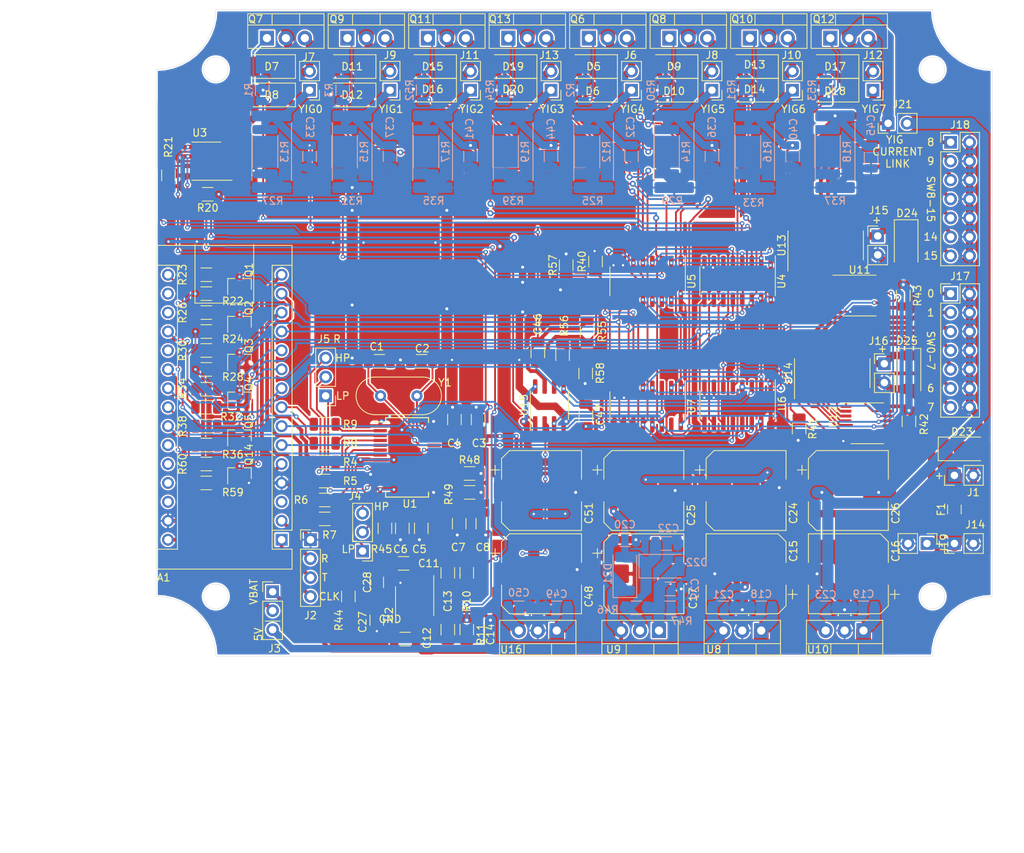
<source format=kicad_pcb>
(kicad_pcb (version 20211014) (generator pcbnew)
  (layers (0 "F.Cu" signal) (31 "B.Cu" signal) (34 "B.Paste" user) (35 "F.Paste" user) (36 "B.SilkS" user "B.Silkscreen") (37 "F.SilkS" user "F.Silkscreen") (38 "B.Mask" user) (39 "F.Mask" user) (44 "Edge.Cuts" user))
  (net 0 "")
  (net 1 "Net-(A1-Pad1)")
  (net 2 "Net-(A1-Pad2)")
  (net 3 "/mux/MUX2_A")
  (net 4 "GND")
  (net 5 "/mux/MUX2_B")
  (net 6 "/swpclk")
  (net 7 "/mux/MUX2_C")
  (net 8 "/relay_control/STOR_CLK")
  (net 9 "/relay_control/DIN")
  (net 10 "/relay_control/OE")
  (net 11 "Net-(A1-Pad23)")
  (net 12 "Net-(A1-Pad8)")
  (net 13 "Net-(A1-Pad24)")
  (net 14 "/mux/MUX1_A")
  (net 15 "/mux/MUX1_B")
  (net 16 "/mux/MUX1_C")
  (net 17 "/relay_control/DCLK")
  (net 18 "Net-(A1-Pad13)")
  (net 19 "Net-(A1-Pad14)")
  (net 20 "Net-(A1-Pad30)")
  (net 21 "Net-(A1-Pad15)")
  (net 22 "Net-(A1-Pad16)")
  (net 23 "Net-(C1-Pad2)")
  (net 24 "Net-(C2-Pad1)")
  (net 25 "+3V3")
  (net 26 "/yigBuffer/VMID")
  (net 27 "Net-(C11-Pad1)")
  (net 28 "Net-(C12-Pad1)")
  (net 29 "Net-(C13-Pad1)")
  (net 30 "Net-(C14-Pad1)")
  (net 31 "+BATT")
  (net 32 "+5V")
  (net 33 "VPP")
  (net 34 "Net-(D5-Pad2)")
  (net 35 "Net-(D7-Pad2)")
  (net 36 "Net-(D11-Pad2)")
  (net 37 "Net-(D13-Pad2)")
  (net 38 "Net-(D15-Pad2)")
  (net 39 "Net-(D17-Pad2)")
  (net 40 "Net-(D19-Pad2)")
  (net 41 "Net-(J4-Pad3)")
  (net 42 "/yigBuffer/A_IN")
  (net 43 "Net-(J4-Pad1)")
  (net 44 "Net-(J5-Pad1)")
  (net 45 "/yigBuffer/B_IN")
  (net 46 "Net-(J5-Pad3)")
  (net 47 "Net-(J17-Pad1)")
  (net 48 "Net-(J17-Pad3)")
  (net 49 "Net-(J17-Pad5)")
  (net 50 "Net-(J17-Pad7)")
  (net 51 "Net-(J17-Pad9)")
  (net 52 "Net-(J17-Pad11)")
  (net 53 "Net-(J17-Pad13)")
  (net 54 "Net-(J18-Pad13)")
  (net 55 "Net-(J18-Pad11)")
  (net 56 "Net-(J18-Pad9)")
  (net 57 "Net-(J18-Pad7)")
  (net 58 "Net-(J18-Pad5)")
  (net 59 "Net-(J18-Pad3)")
  (net 60 "Net-(J18-Pad1)")
  (net 61 "/yigDrivers/GATE_5")
  (net 62 "/mux/FEEDBACK_IN_5")
  (net 63 "/mux/FEEDBACK_IN_1")
  (net 64 "/yigDrivers/GATE_1")
  (net 65 "/mux/FEEDBACK_IN_6")
  (net 66 "/yigDrivers/GATE_6")
  (net 67 "/mux/FEEDBACK_IN_2")
  (net 68 "/yigDrivers/GATE_2")
  (net 69 "/yigDrivers/GATE_7")
  (net 70 "/mux/FEEDBACK_IN_7")
  (net 71 "/yigDrivers/GATE_3")
  (net 72 "/mux/FEEDBACK_IN_3")
  (net 73 "/yigDrivers/GATE_8")
  (net 74 "/mux/FEEDBACK_IN_8")
  (net 75 "/yigDrivers/GATE_4")
  (net 76 "/mux/FEEDBACK_IN_4")
  (net 77 "Net-(R4-Pad1)")
  (net 78 "Net-(R5-Pad1)")
  (net 79 "Net-(R6-Pad1)")
  (net 80 "Net-(R7-Pad1)")
  (net 81 "Net-(R8-Pad1)")
  (net 82 "Net-(R9-Pad1)")
  (net 83 "/yigBuffer/A_GATE")
  (net 84 "/yigBuffer/B_GATE")
  (net 85 "Net-(R40-Pad1)")
  (net 86 "Net-(R41-Pad1)")
  (net 87 "Net-(R42-Pad1)")
  (net 88 "Net-(R43-Pad1)")
  (net 89 "/yigBuffer/A_FB")
  (net 90 "/yigBuffer/B_FB")
  (net 91 "Net-(U11-Pad15)")
  (net 92 "Net-(U11-Pad14)")
  (net 93 "Net-(U11-Pad5)")
  (net 94 "Net-(U11-Pad4)")
  (net 95 "Net-(U11-Pad3)")
  (net 96 "Net-(U11-Pad2)")
  (net 97 "Net-(U11-Pad1)")
  (net 98 "Net-(U12-Pad1)")
  (net 99 "Net-(U12-Pad2)")
  (net 100 "Net-(U12-Pad3)")
  (net 101 "Net-(U12-Pad4)")
  (net 102 "Net-(U12-Pad5)")
  (net 103 "Net-(U12-Pad6)")
  (net 104 "Net-(U12-Pad15)")
  (net 105 "Net-(C29-Pad1)")
  (net 106 "Net-(R48-Pad1)")
  (net 107 "Net-(R49-Pad1)")
  (net 108 "Net-(C46-Pad1)")
  (net 109 "Net-(C47-Pad1)")
  (net 110 "+12V")
  (net 111 "Net-(D10-Pad1)")
  (net 112 "Net-(D24-Pad1)")
  (net 113 "Net-(D25-Pad1)")
  (net 114 "Net-(F1-Pad2)")
  (net 115 "Net-(U15-Pad5)")
  (net 116 "/muxLevelShifter/IN3")
  (net 117 "/muxLevelShifter/IN5")
  (net 118 "/muxLevelShifter/IN0")
  (net 119 "/muxLevelShifter/IN1")
  (net 120 "/muxLevelShifter/IN2")
  (net 121 "Net-(Q1-Pad1)")
  (net 122 "Net-(Q2-Pad1)")
  (net 123 "Net-(Q3-Pad1)")
  (net 124 "Net-(Q4-Pad1)")
  (net 125 "Net-(Q5-Pad1)")
  (net 126 "Net-(Q14-Pad1)")
  (net 127 "Net-(U15-Pad3)")
  (net 128 "Net-(C23-Pad1)")
  (net 129 "Net-(A1-Pad17)")
  (net 130 "Net-(A1-Pad18)")
  (net 131 "Net-(A1-Pad3)")
  (net 132 "/muxLevelShifter/IN4")
  (net 133 "Net-(A1-Pad25)")
  (net 134 "Net-(A1-Pad26)")
  (net 135 "Net-(A1-Pad27)")
  (net 136 "Net-(A1-Pad28)")
  (net 137 "Net-(U1-Pad17)")
  (net 138 "Net-(U1-Pad18)")
  (net 139 "Net-(U1-Pad19)")
  (net 140 "Net-(U1-Pad20)")
  (net 141 "Net-(U11-Pad6)")
  (net 142 "Net-(U11-Pad7)")
  (net 143 "Net-(U11-Pad9)")
  (net 144 "Net-(U12-Pad9)")
  (footprint "Module:Arduino_Nano" (layer "F.Cu") (at 107.8865 96.52 180)
    (fp_text reference "A1")
    (fp_text value "Arduino_Nano_v3.x")
  )
  (footprint "Capacitor_SMD:C_1206_3216Metric" (layer "F.Cu") (at 134.239 80.391 90)
    (fp_text reference "C3")
    (fp_text value "CP")
  )
  (footprint "Capacitor_SMD:C_1206_3216Metric" (layer "F.Cu") (at 131.064 80.391 90)
    (fp_text reference "C4")
    (fp_text value "C")
  )
  (footprint "Capacitor_SMD:C_1206_3216Metric" (layer "F.Cu") (at 126.619 94.996 -90)
    (fp_text reference "C5")
    (fp_text value "CP")
  )
  (footprint "Capacitor_SMD:C_1206_3216Metric" (layer "F.Cu") (at 124.079 94.996 -90)
    (fp_text reference "C6")
    (fp_text value "C")
  )
  (footprint "Capacitor_SMD:C_1206_3216Metric" (layer "F.Cu") (at 131.699 94.361 -90)
    (fp_text reference "C7")
    (fp_text value "CP")
  )
  (footprint "Capacitor_SMD:C_1206_3216Metric" (layer "F.Cu") (at 134.874 94.361 -90)
    (fp_text reference "C8")
    (fp_text value "C")
  )
  (footprint "Connector_PinHeader_2.54mm:PinHeader_1x04_P2.54mm_Vertical" (layer "F.Cu") (at 111.76 96.52)
    (fp_text reference "J2")
    (fp_text value "Conn_01x04_Male")
  )
  (footprint "Connector_PinHeader_2.54mm:PinHeader_1x02_P2.54mm_Vertical" (layer "F.Cu") (at 154.813 36.195 180)
    (fp_text reference "J6")
    (fp_text value "Conn_01x02_Male")
  )
  (footprint "Connector_PinHeader_2.54mm:PinHeader_1x02_P2.54mm_Vertical" (layer "F.Cu") (at 165.608 36.195 180)
    (fp_text reference "J8")
    (fp_text value "Conn_01x02_Male")
  )
  (footprint "Connector_PinHeader_2.54mm:PinHeader_1x02_P2.54mm_Vertical" (layer "F.Cu") (at 122.428 36.195 180)
    (fp_text reference "J9")
    (fp_text value "Conn_01x02_Male")
  )
  (footprint "Connector_PinHeader_2.54mm:PinHeader_1x02_P2.54mm_Vertical" (layer "F.Cu") (at 133.223 36.195 180)
    (fp_text reference "J11")
    (fp_text value "Conn_01x02_Male")
  )
  (footprint "Connector_PinHeader_2.54mm:PinHeader_1x02_P2.54mm_Vertical" (layer "F.Cu") (at 144.018 36.195 180)
    (fp_text reference "J13")
    (fp_text value "Conn_01x02_Male")
  )
  (footprint "Connector_PinHeader_2.54mm:PinHeader_1x02_P2.54mm_Vertical" (layer "F.Cu") (at 187.833 55.753)
    (fp_text reference "J15")
    (fp_text value "Conn_02x01")
  )
  (footprint "Connector_PinHeader_2.54mm:PinHeader_2x07_P2.54mm_Vertical" (layer "F.Cu") (at 197.612 63.5)
    (fp_text reference "J17")
    (fp_text value "Conn_02x07_Odd_Even")
  )
  (footprint "Resistor_SMD:R_1206_3216Metric" (layer "F.Cu") (at 113.665 81.026 180)
    (fp_text reference "R9")
    (fp_text value "R")
  )
  (footprint "Resistor_SMD:R_1206_3216Metric" (layer "F.Cu") (at 192.024 80.645 90)
    (fp_text reference "R42")
    (fp_text value "R")
  )
  (footprint "Package_SO:SSOP-28_5.3x10.2mm_P0.65mm" (layer "F.Cu") (at 124.714 85.471)
    (fp_text reference "U1")
    (fp_text value "WM8731SEDS")
  )
  (footprint "Package_SO:SOIC-8_3.9x4.9mm_P1.27mm" (layer "F.Cu") (at 97.79 45.72 180)
    (fp_text reference "U3")
    (fp_text value "LM358")
  )
  (footprint "Package_SO:SOIC-16_3.9x9.9mm_P1.27mm" (layer "F.Cu") (at 169.037 61.849 -90)
    (fp_text reference "U4")
    (fp_text value "4051")
  )
  (footprint "Package_SO:SOIC-16_3.9x9.9mm_P1.27mm" (layer "F.Cu") (at 156.972 61.849 -90)
    (fp_text reference "U5")
    (fp_text value "4051")
  )
  (footprint "Package_SO:SOIC-16_3.9x9.9mm_P1.27mm" (layer "F.Cu") (at 169.037 78.486 -90)
    (fp_text reference "U6")
    (fp_text value "4051")
  )
  (footprint "Package_SO:SOIC-16_3.9x9.9mm_P1.27mm" (layer "F.Cu") (at 156.972 78.613 -90)
    (fp_text reference "U7")
    (fp_text value "4051")
  )
  (footprint "Package_TO_SOT_THT:TO-220-3_Vertical" (layer "F.Cu") (at 172.212 108.712 180)
    (fp_text reference "U8")
    (fp_text value "L7805")
  )
  (footprint "Package_SO:SOIC-16_3.9x9.9mm_P1.27mm" (layer "F.Cu") (at 180.848 57.023 90)
    (fp_text reference "U13")
    (fp_text value "ULN2003A")
  )
  (footprint "Package_SO:SOIC-16_3.9x9.9mm_P1.27mm" (layer "F.Cu") (at 181.737 74.168 90)
    (fp_text reference "U14")
    (fp_text value "ULN2003A")
  )
  (footprint "Connector_PinHeader_2.54mm:PinHeader_2x07_P2.54mm_Vertical" (layer "F.Cu") (at 197.612 43.18)
    (fp_text reference "J18")
    (fp_text value "Conn_02x07_Odd_Even")
  )
  (footprint "Connector_PinHeader_2.54mm:PinHeader_1x02_P2.54mm_Vertical" (layer "F.Cu") (at 188.722 72.898)
    (fp_text reference "J16")
    (fp_text value "Conn_02x01")
  )
  (footprint "Resistor_SMD:R_1206_3216Metric" (layer "F.Cu") (at 191.262 63.754 90)
    (fp_text reference "R43")
    (fp_text value "R")
  )
  (footprint "Connector_PinHeader_2.54mm:PinHeader_1x02_P2.54mm_Vertical" (layer "F.Cu") (at 198.12 97.028 90)
    (fp_text reference "J14")
    (fp_text value "Conn_01x02_Male")
  )
  (footprint "Connector_PinHeader_2.54mm:PinHeader_1x02_P2.54mm_Vertical" (layer "F.Cu") (at 187.198 36.195 180)
    (fp_text reference "J12")
    (fp_text value "Conn_01x02_Male")
  )
  (footprint "Connector_PinHeader_2.54mm:PinHeader_1x02_P2.54mm_Vertical" (layer "F.Cu") (at 176.403 36.195 180)
    (fp_text reference "J10")
    (fp_text value "Conn_01x02_Male")
  )
  (footprint "Package_SO:TSSOP-16_4.4x5mm_P0.65mm" (layer "F.Cu") (at 185.42 63.754)
    (fp_text reference "U11")
    (fp_text value "74HC595")
  )
  (footprint "Package_SO:TSSOP-16_4.4x5mm_P0.65mm" (layer "F.Cu") (at 186.436 80.899)
    (fp_text reference "U12")
    (fp_text value "74HC595")
  )
  (footprint "Package_TO_SOT_THT:TO-220-3_Vertical" (layer "F.Cu") (at 185.928 108.712 180)
    (fp_text reference "U10")
    (fp_text value "LM7824_TO220")
  )
  (footprint "Resistor_SMD:R_1206_3216Metric" (layer "F.Cu") (at 113.665 83.566 180)
    (fp_text reference "R8")
    (fp_text value "R")
  )
  (footprint "Resistor_SMD:R_1206_3216Metric" (layer "F.Cu") (at 113.665 93.726 180)
    (fp_text reference "R7")
    (fp_text value "R")
  )
  (footprint "Resistor_SMD:R_1206_3216Metric" (layer "F.Cu") (at 113.665 91.186 180)
    (fp_text reference "R6")
    (fp_text value "R")
  )
  (footprint "Resistor_SMD:R_1206_3216Metric" (layer "F.Cu") (at 113.665 88.646 180)
    (fp_text reference "R5")
    (fp_text value "R")
  )
  (footprint "Resistor_SMD:R_1206_3216Metric" (layer "F.Cu") (at 113.665 86.106 180)
    (fp_text reference "R4")
    (fp_text value "R")
  )
  (footprint "Resistor_SMD:R_1206_3216Metric" (layer "F.Cu") (at 149.987 59.182 90)
    (fp_text reference "R40")
    (fp_text value "R")
  )
  (footprint "Resistor_SMD:R_1206_3216Metric" (layer "F.Cu") (at 177.292 81.5995 -90)
    (fp_text reference "R41")
    (fp_text value "R")
  )
  (footprint "Package_TO_SOT_THT:TO-220-3_Vertical" (layer "F.Cu") (at 158.496 108.712 180)
    (fp_text reference "U9")
    (fp_text value "LM317_TO-220")
  )
  (footprint "Resistor_SMD:R_1206_3216Metric" (layer "F.Cu") (at 133.096 90.17)
    (fp_text reference "R49")
    (fp_text value "R")
  )
  (footprint "Resistor_SMD:R_1206_3216Metric" (layer "F.Cu") (at 133.096 87.63)
    (fp_text reference "R48")
    (fp_text value "R")
  )
  (footprint "Capacitor_SMD:C_1206_3216Metric" (layer "F.Cu") (at 120.996999 72.580999 180)
    (fp_text reference "C1")
    (fp_text value "C")
  )
  (footprint "Capacitor_SMD:C_1206_3216Metric" (layer "F.Cu") (at 126.646999 72.580999 180)
    (fp_text reference "C2")
    (fp_text value "C")
  )
  (footprint "Capacitor_SMD:C_1206_3216Metric" (layer "F.Cu") (at 142.248001 71.393999 90)
    (fp_text reference "C46")
    (fp_text value "C")
  )
  (footprint "Capacitor_SMD:C_1206_3216Metric" (layer "F.Cu") (at 148.698001 79.843999 90)
    (fp_text reference "C47")
    (fp_text value "C")
  )
  (footprint "Capacitor_SMD:CP_Elec_10x12.5" (layer "F.Cu") (at 142.748 101.092)
    (fp_text reference "C48")
    (fp_text value "CP")
  )
  (footprint "Diode_SMD:D_2010_5025Metric" (layer "F.Cu") (at 149.733 33.02 180)
    (fp_text reference "D5")
    (fp_text value "D")
  )
  (footprint "Diode_SMD:D_2010_5025Metric" (layer "F.Cu") (at 149.733 36.195 180)
    (fp_text reference "D6")
    (fp_text value "D")
  )
  (footprint "Diode_SMD:D_2010_5025Metric" (layer "F.Cu") (at 160.528 33.02 180)
    (fp_text reference "D9")
    (fp_text value "D")
  )
  (footprint "Diode_SMD:D_2010_5025Metric" (layer "F.Cu") (at 160.528 36.195 180)
    (fp_text reference "D10")
    (fp_text value "D")
  )
  (footprint "Diode_SMD:D_2010_5025Metric" (layer "F.Cu") (at 117.348 33.02 180)
    (fp_text reference "D11")
    (fp_text value "D")
  )
  (footprint "Diode_SMD:D_2010_5025Metric" (layer "F.Cu") (at 117.348 36.83 180)
    (fp_text reference "D12")
    (fp_text value "D")
  )
  (footprint "Diode_SMD:D_2010_5025Metric" (layer "F.Cu") (at 171.323 33.02 180)
    (fp_text reference "D13")
    (fp_text value "D")
  )
  (footprint "Diode_SMD:D_2010_5025Metric" (layer "F.Cu") (at 171.323 36.195 180)
    (fp_text reference "D14")
    (fp_text value "D")
  )
  (footprint "Diode_SMD:D_2010_5025Metric" (layer "F.Cu") (at 128.143 33.02 180)
    (fp_text reference "D15")
    (fp_text value "D")
  )
  (footprint "Diode_SMD:D_2010_5025Metric" (layer "F.Cu") (at 128.143 36.195 180)
    (fp_text reference "D16")
    (fp_text value "D")
  )
  (footprint "Diode_SMD:D_2010_5025Metric" (layer "F.Cu") (at 182.118 33.02 180)
    (fp_text reference "D17")
    (fp_text value "D")
  )
  (footprint "Diode_SMD:D_2010_5025Metric" (layer "F.Cu") (at 182.118 36.195 180)
    (fp_text reference "D18")
    (fp_text value "D")
  )
  (footprint "Diode_SMD:D_2010_5025Metric" (layer "F.Cu") (at 138.938 33.02 180)
    (fp_text reference "D19")
    (fp_text value "D")
  )
  (footprint "Diode_SMD:D_2010_5025Metric" (layer "F.Cu") (at 138.938 36.195 180)
    (fp_text reference "D20")
    (fp_text value "D")
  )
  (footprint "Diode_SMD:D_2010_5025Metric" (layer "F.Cu") (at 199.136 84.328)
    (fp_text reference "D23")
    (fp_text value "D")
  )
  (footprint "Diode_SMD:D_2010_5025Metric" (layer "F.Cu") (at 191.643 56.769 -90)
    (fp_text reference "D24")
    (fp_text value "D")
  )
  (footprint "Diode_SMD:D_2010_5025Metric" (layer "F.Cu") (at 192.024 74.041 -90)
    (fp_text reference "D25")
    (fp_text value "D")
  )
  (footprint "Fuse:Fuse_1206_3216Metric" (layer "F.Cu") (at 198.12 92.456 -90)
    (fp_text reference "F1")
    (fp_text value "Fuse")
  )
  (footprint "Connector_PinHeader_2.54mm:PinHeader_1x02_P2.54mm_Vertical" (layer "F.Cu") (at 198.12 87.884 90)
    (fp_text reference "J1")
    (fp_text value "Conn_01x02_Male")
  )
  (footprint "Resistor_SMD:R_1206_3216Metric" (layer "F.Cu") (at 148.858001 68.603999 90)
    (fp_text reference "R55")
    (fp_text value "R")
  )
  (footprint "Resistor_SMD:R_1206_3216Metric" (layer "F.Cu") (at 145.568001 71.755 -90)
    (fp_text reference "R56")
    (fp_text value "R")
  )
  (footprint "Resistor_SMD:R_1206_3216Metric" (layer "F.Cu") (at 146.05 59.69 -90)
    (fp_text reference "R57")
    (fp_text value "R")
  )
  (footprint "Resistor_SMD:R_1206_3216Metric" (layer "F.Cu") (at 148.668001 74.213999 90)
    (fp_text reference "R58")
    (fp_text value "R")
  )
  (footprint "Package_SO:SOIC-8_3.9x4.9mm_P1.27mm" (layer "F.Cu") (at 143.798001 78.443999 90)
    (fp_text reference "U15")
    (fp_text value "DIO2092")
  )
  (footprint "Package_TO_SOT_THT:TO-220-3_Vertical" (layer "F.Cu") (at 144.78 108.712 180)
    (fp_text reference "U16")
    (fp_text value "L7812")
  )
  (footprint "Crystal:Crystal_HC49-4H_Vertical" (layer "F.Cu") (at 121.158 77.216)
    (fp_text reference "Y1")
    (fp_text value "Crystal")
  )
  (footprint "Connector_PinHeader_2.54mm:PinHeader_1x03_P2.54mm_Vertical" (layer "F.Cu") (at 106.68 103.505)
    (fp_text reference "J3")
    (fp_text value "Conn_01x03_Male")
  )
  (footprint "Diode_SMD:D_2010_5025Metric" (layer "F.Cu") (at 106.553 36.83 180)
    (fp_text reference "D8")
    (fp_text value "D")
  )
  (footprint "Diode_SMD:D_2010_5025Metric" (layer "F.Cu") (at 106.553 33.02 180)
    (fp_text reference "D7")
    (fp_text value "D")
  )
  (footprint "Package_TO_SOT_THT:TO-220-3_Vertical" (layer "F.Cu") (at 170.688 29.21)
    (fp_text reference "Q10")
    (fp_text value "Q_NMOS_GDS")
  )
  (footprint "Package_TO_SOT_THT:TO-220-3_Vertical" (layer "F.Cu") (at 138.303 29.21)
    (fp_text reference "Q13")
    (fp_text value "Q_NMOS_GDS")
  )
  (footprint "Package_TO_SOT_THT:TO-220-3_Vertical" (layer "F.Cu") (at 181.483 29.21)
    (fp_text reference "Q12")
    (fp_text value "Q_NMOS_GDS")
  )
  (footprint "Package_TO_SOT_THT:TO-220-3_Vertical" (layer "F.Cu") (at 159.893 29.21)
    (fp_text reference "Q8")
    (fp_text value "Q_NMOS_GDS")
  )
  (footprint "Connector_PinHeader_2.54mm:PinHeader_1x02_P2.54mm_Vertical" (layer "F.Cu") (at 111.633 36.195 180)
    (fp_text reference "J7")
    (fp_text value "Conn_01x02_Male")
  )
  (footprint "Package_TO_SOT_THT:TO-220-3_Vertical" (layer "F.Cu") (at 127.508 29.21)
    (fp_text reference "Q11")
    (fp_text value "Q_NMOS_GDS")
  )
  (footprint "Package_TO_SOT_THT:TO-220-3_Vertical" (layer "F.Cu") (at 149.098 29.21)
    (fp_text reference "Q6")
    (fp_text value "Q_NMOS_GDS")
  )
  (footprint "Package_TO_SOT_THT:TO-220-3_Vertical" (layer "F.Cu") (at 116.713 29.21)
    (fp_text reference "Q9")
    (fp_text value "Q_NMOS_GDS")
  )
  (footprint "Capacitor_SMD:CP_Elec_10x12.5" (layer "F.Cu") (at 156.464 101.092)
    (fp_text reference "C17")
    (fp_text value "CP")
  )
  (footprint "Capacitor_SMD:CP_Elec_10x12.5" (layer "F.Cu") (at 156.464 89.916)
    (fp_text reference "C25")
    (fp_text value "CP")
  )
  (footprint "Capacitor_SMD:CP_Elec_10x12.5" (layer "F.Cu") (at 170.18 89.916)
    (fp_text reference "C24")
    (fp_text value "CP")
  )
  (footprint "Capacitor_SMD:CP_Elec_10x12.5" (layer "F.Cu") (at 183.896 101.092 180)
    (fp_text reference "C16")
    (fp_text value "CP")
  )
  (footprint "Capacitor_SMD:CP_Elec_10x12.5" (layer "F.Cu") (at 183.896 89.916)
    (fp_text reference "C26")
    (fp_text value "CP")
  )
  (footprint "Capacitor_SMD:CP_Elec_10x12.5" (layer "F.Cu") (at 170.18 101.092 180)
    (fp_text reference "C15")
    (fp_text value "CP")
  )
  (footprint "Capacitor_SMD:CP_Elec_10x12.5" (layer "F.Cu") (at 142.748 89.916)
    (fp_text reference "C51")
    (fp_text value "CP")
  )
  (footprint "Resistor_SMD:R_1206_3216Metric" (layer "F.Cu") (at 116.84 104.14 90)
    (fp_text reference "R44")
    (fp_text value "R")
  )
  (footprint "Connector_PinHeader_2.54mm:PinHeader_1x03_P2.54mm_Vertical" (layer "F.Cu") (at 113.792 77.216 180)
    (fp_text reference "J5")
    (fp_text value "Conn_01x03_Male")
  )
  (footprint "Package_TO_SOT_THT:TO-220-3_Vertical" (layer "F.Cu") (at 105.918 29.21)
    (fp_text reference "Q7")
    (fp_text value "Q_NMOS_GDS")
  )
  (footprint "Package_TO_SOT_SMD:SOT-23" (layer "F.Cu") (at 102.235 67.31 90)
    (fp_text reference "Q2")
    (fp_text value "Q_NPN_BEC")
  )
  (footprint "Package_TO_SOT_SMD:SOT-23" (layer "F.Cu") (at 102.235 72.39 90)
    (fp_text reference "Q3")
    (fp_text value "Q_NPN_BEC")
  )
  (footprint "Package_TO_SOT_SMD:SOT-23" (layer "F.Cu") (at 102.235 77.47 90)
    (fp_text reference "Q4")
    (fp_text value "Q_NPN_BEC")
  )
  (footprint "Package_TO_SOT_SMD:SOT-23" (layer "F.Cu") (at 102.235 82.55 90)
    (fp_text reference "Q5")
    (fp_text value "Q_NPN_BEC")
  )
  (footprint "Package_TO_SOT_SMD:SOT-23" (layer "F.Cu") (at 102.235 87.63 90)
    (fp_text reference "Q14")
    (fp_text value "Q_NPN_BEC")
  )
  (footprint "Resistor_SMD:R_1206_3216Metric" (layer "F.Cu") (at 97.9825 50.165 180)
    (fp_text reference "R20")
    (fp_text value "R")
  )
  (footprint "Resistor_SMD:R_1206_3216Metric" (layer "F.Cu") (at 92.71 47.625 -90)
    (fp_text reference "R21")
    (fp_text value "R")
  )
  (footprint "Resistor_SMD:R_1206_3216Metric" (layer "F.Cu") (at 97.79 63.5 180)
    (fp_text reference "R22")
    (fp_text value "R")
  )
  (footprint "Resistor_SMD:R_1206_3216Metric" (layer "F.Cu") (at 97.79 68.58 180)
    (fp_text reference "R24")
    (fp_text value "R")
  )
  (footprint "Resistor_SMD:R_1206_3216Metric" (layer "F.Cu") (at 97.79 66.04)
    (fp_text reference "R26")
    (fp_text value "R")
  )
  (footprint "Resistor_SMD:R_1206_3216Metric" (layer "F.Cu") (at 97.79 73.66 180)
    (fp_text reference "R28")
    (fp_text value "R")
  )
  (footprint "Resistor_SMD:R_1206_3216Metric" (layer "F.Cu") (at 97.79 71.12)
    (fp_text reference "R30")
    (fp_text value "R")
  )
  (footprint "Resistor_SMD:R_1206_3216Metric" (layer "F.Cu") (at 97.79 78.74 180)
    (fp_text reference "R32")
    (fp_text value "R")
  )
  (footprint "Resistor_SMD:R_1206_3216Metric" (layer "F.Cu") (at 97.79 83.82 180)
    (fp_text reference "R36")
    (fp_text value "R")
  )
  (footprint "Resistor_SMD:R_1206_3216Metric" (layer "F.Cu") (at 97.79 81.28)
    (fp_text reference "R38")
    (fp_text value "R")
  )
  (footprint "Connector_PinHeader_2.54mm:PinHeader_1x02_P2.54mm_Vertical" (layer "F.Cu") (at 194.437 97.028 -90)
    (fp_text reference "J19")
    (fp_text value "Conn_01x02_Male")
  )
  (footprint "Connector_PinHeader_2.54mm:PinHeader_1x02_P2.54mm_Vertical" (layer "F.Cu") (at 189.23 40.64 90)
    (fp_text reference "J21")
    (fp_text value "Conn_01x02_Male")
  )
  (footprint "Resistor_SMD:R_1206_3216Metric" (layer "F.Cu") (at 97.79 76.327)
    (fp_text reference "R34")
    (fp_text value "R")
  )
  (footprint "Resistor_SMD:R_1206_3216Metric" (layer "F.Cu") (at 97.79 88.9 180)
    (fp_text reference "R59")
    (fp_text value "R")
  )
  (footprint "Package_TO_SOT_SMD:SOT-23" (layer "F.Cu") (at 102.235 62.23 90)
    (fp_text reference "Q1")
    (fp_text value "Q_NPN_BEC")
  )
  (footprint "Package_SO:SOIC-8_3.9x4.9mm_P1.27mm" (layer "F.Cu") (at 125.73 104.775 -90)
    (fp_text reference "U2")
    (fp_text value "DIO2092")
  )
  (footprint "Resistor_SMD:R_1206_3216Metric" (layer "F.Cu") (at 130.175 108.585 -90)
    (fp_text reference "R11")
    (fp_text value "R")
  )
  (footprint "Resistor_SMD:R_1206_3216Metric" (layer "F.Cu") (at 132.715 100.965 90)
    (fp_text reference "R10")
    (fp_text value "R")
  )
  (footprint "Capacitor_SMD:C_1206_3216Metric" (layer "F.Cu") (at 124.46 109.855 180)
    (fp_text reference "C12")
    (fp_text value "C")
  )
  (footprint "Capacitor_SMD:C_1206_3216Metric" (layer "F.Cu") (at 130.175 100.965 90)
    (fp_text reference "C13")
    (fp_text value "C")
  )
  (footprint "Capacitor_SMD:C_1206_3216Metric" (layer "F.Cu") (at 132.715 108.585 -90)
    (fp_text reference "C14")
    (fp_text value "C")
  )
  (footprint "Capacitor_SMD:C_1206_3216Metric" (layer "F.Cu") (at 124.255 99.695 180)
    (fp_text reference "C11")
    (fp_text value "C")
  )
  (footprint "Capacitor_SMD:C_1206_3216Metric" (layer "F.Cu") (at 120.65 107.315 -90)
    (fp_text reference "C27")
    (fp_text value "C")
  )
  (footprint "Capacitor_SMD:C_1206_3216Metric" (layer "F.Cu") (at 120.65 102.235 90)
    (fp_text reference "C28")
    (fp_text value "C")
  )
  (footprint "Resistor_SMD:R_1206_3216Metric" (layer "F.Cu") (at 121.7422 94.9833 90)
    (fp_text reference "R45")
    (fp_text value "R")
  )
  (footprint "Connector_PinHeader_2.54mm:PinHeader_1x03_P2.54mm_Vertical" (layer "F.Cu") (at 118.745 98.044 180)
    (fp_text reference "J4")
    (fp_text value "Conn_01x03_Male")
  )
  (footprint "Resistor_SMD:R_1206_3216Metric" (layer "F.Cu") (at 97.79 86.36)
    (fp_text reference "R60")
    (fp_text value "R")
  )
  (footprint "Resistor_SMD:R_1206_3216Metric" (layer "F.Cu") (at 97.79 60.96)
    (fp_text reference "R23")
    (fp_text value "R")
  )
  (footprint "Capacitor_SMD:C_1206_3216Metric" (layer "B.Cu") (at 154.813 45.085 -90)
    (fp_text reference "C32")
    (fp_text value "C")
  )
  (footprint "Capacitor_SMD:C_1206_3216Metric" (layer "B.Cu") (at 165.608 45.085 -90)
    (fp_text reference "C36")
    (fp_text value "C")
  )
  (footprint "Capacitor_SMD:C_1206_3216Metric" (layer "B.Cu") (at 122.428 45.085 -90)
    (fp_text reference "C37")
    (fp_text value "C")
  )
  (footprint "Capacitor_SMD:C_1206_3216Metric" (layer "B.Cu") (at 176.403 45.085 -90)
    (fp_text reference "C40")
    (fp_text value "C")
  )
  (footprint "Capacitor_SMD:C_1206_3216Metric" (layer "B.Cu") (at 133.223 45.085 -90)
    (fp_text reference "C41")
    (fp_text value "C")
  )
  (footprint "Capacitor_SMD:C_1206_3216Metric" (layer "B.Cu") (at 186.944 45.212 -90)
    (fp_text reference "C45")
    (fp_text value "C")
  )
  (footprint "Capacitor_SMD:C_1206_3216Metric" (layer "B.Cu") (at 144.78 105.664 180)
    (fp_text reference "C49")
    (fp_text value "C")
  )
  (footprint "Capacitor_SMD:C_1206_3216Metric" (layer "B.Cu") (at 139.7 105.664)
    (fp_text reference "C50")
    (fp_text value "C")
  )
  (footprint "Resistor_SMD:R_1206_3216Metric" (layer "B.Cu") (at 148.463 36.195 -90)
    (fp_text reference "R2")
    (fp_text value "R")
  )
  (footprint "Resistor_SMD:R_1206_3216Metric" (layer "B.Cu") (at 116.078 36.195 -90)
    (fp_text reference "R3")
    (fp_text value "R")
  )
  (footprint "Resistor_SMD:R_1206_3216Metric" (layer "B.Cu") (at 159.258 36.195 -90)
    (fp_text reference "R50")
    (fp_text value "R")
  )
  (footprint "Resistor_SMD:R_1206_3216Metric" (layer "B.Cu") (at 170.053 36.195 -90)
    (fp_text reference "R51")
    (fp_text value "R")
  )
  (footprint "Resistor_SMD:R_1206_3216Metric" (layer "B.Cu") (at 126.873 36.195 -90)
    (fp_text reference "R52")
    (fp_text value "R")
  )
  (footprint "Resistor_SMD:R_1206_3216Metric" (layer "B.Cu") (at 180.848 36.195 -90)
    (fp_text reference "R53")
    (fp_text value "R")
  )
  (footprint "Resistor_SMD:R_1206_3216Metric" (layer "B.Cu") (at 137.668 36.195 -90)
    (fp_text reference "R54")
    (fp_text value "R")
  )
  (footprint "Resistor_SMD:R_4020_10251Metric" (layer "B.Cu") (at 117.348 44.45 90)
    (fp_text reference "R31")
    (fp_text value "R")
  )
  (footprint "Resistor_SMD:R_1206_3216Metric" (layer "B.Cu") (at 105.283 36.195 -90)
    (fp_text reference "R1")
    (fp_text value "R")
  )
  (footprint "Resistor_SMD:R_4020_10251Metric" (layer "B.Cu") (at 182.118 44.45 90)
    (fp_text reference "R37")
    (fp_text value "R")
  )
  (footprint "Resistor_SMD:R_4020_10251Metric" (layer "B.Cu") (at 138.938 44.45 90)
    (fp_text reference "R39")
    (fp_text value "R")
  )
  (footprint "Resistor_SMD:R_4020_10251Metric" (layer "B.Cu") (at 128.143 44.45 90)
    (fp_text reference "R35")
    (fp_text value "R")
  )
  (footprint "Resistor_SMD:R_4020_10251Metric" (layer "B.Cu") (at 171.323 44.45 90)
    (fp_text reference "R33")
    (fp_text value "R")
  )
  (footprint "Resistor_SMD:R_4020_10251Metric" (layer "B.Cu") (at 160.528 44.45 90)
    (fp_text reference "R29")
    (fp_text value "R")
  )
  (footprint "Resistor_SMD:R_4020_10251Metric" (layer "B.Cu") (at 106.553 44.45 90)
    (fp_text reference "R27")
    (fp_text value "R")
  )
  (footprint "Capacitor_SMD:C_1206_3216Metric" (layer "B.Cu") (at 111.633 45.085 -90)
    (fp_text reference "C33")
    (fp_text value "C")
  )
  (footprint "Resistor_SMD:R_4020_10251Metric" (layer "B.Cu") (at 149.733 44.45 90)
    (fp_text reference "R25")
    (fp_text value "R")
  )
  (footprint "Capacitor_SMD:C_1206_3216Metric" (layer "B.Cu") (at 144.018 45.085 -90)
    (fp_text reference "C44")
    (fp_text value "C")
  )
  (footprint "Diode_SMD:D_2010_5025Metric" (layer "B.Cu") (at 159.004 100.076)
    (fp_text reference "D22")
    (fp_text value "D")
  )
  (footprint "Diode_SMD:D_2010_5025Metric" (layer "B.Cu") (at 153.924 101.092 90)
    (fp_text reference "D21")
    (fp_text value "D")
  )
  (footprint "Capacitor_SMD:C_1206_3216Metric" (layer "B.Cu") (at 167.132 105.664)
    (fp_text reference "C21")
    (fp_text value "C")
  )
  (footprint "Resistor_SMD:R_1206_3216Metric" (layer "B.Cu") (at 155.448 105.664)
    (fp_text reference "R46")
    (fp_text value "422")
  )
  (footprint "Capacitor_SMD:C_1206_3216Metric" (layer "B.Cu") (at 185.928 105.664 180)
    (fp_text reference "C19")
    (fp_text value "C")
  )
  (footprint "Capacitor_SMD:C_1206_3216Metric" (layer "B.Cu") (at 159.512 97.028)
    (fp_text reference "C22")
    (fp_text value "C")
  )
  (footprint "Resistor_SMD:R_1206_3216Metric" (layer "B.Cu") (at 160.02 105.664)
    (fp_text reference "R47")
    (fp_text value "680")
  )
  (footprint "Capacitor_SMD:C_1206_3216Metric" (layer "B.Cu") (at 180.848 105.664)
    (fp_text reference "C23")
    (fp_text value "C")
  )
  (footprint "Capacitor_SMD:C_1206_3216Metric" (layer "B.Cu") (at 160.02 103.124)
    (fp_text reference "C29")
    (fp_text value "C")
  )
  (footprint "Capacitor_SMD:C_1206_3216Metric" (layer "B.Cu") (at 153.924 96.52)
    (fp_text reference "C20")
    (fp_text value "C")
  )
  (footprint "Capacitor_SMD:C_1206_3216Metric" (layer "B.Cu") (at 172.212 105.664 180)
    (fp_text reference "C18")
    (fp_text value "C")
  )
  (footprint "Resistor_SMD:R_2512_6332Metric" (layer "B.Cu") (at 148.844 44.45 90)
    (fp_text reference "R12")
    (fp_text value "R")
  )
  (footprint "Resistor_SMD:R_2512_6332Metric" (layer "B.Cu") (at 105.664 44.45 90)
    (fp_text reference "R13")
    (fp_text value "R")
  )
  (footprint "Resistor_SMD:R_2512_6332Metric" (layer "B.Cu") (at 116.332 44.45 90)
    (fp_text reference "R15")
    (fp_text value "R")
  )
  (footprint "Resistor_SMD:R_2512_6332Metric" (layer "B.Cu") (at 170.434 44.45 90)
    (fp_text reference "R16")
    (fp_text value "R")
  )
  (footprint "Resistor_SMD:R_2512_6332Metric" (layer "B.Cu") (at 127.254 44.45 90)
    (fp_text reference "R17")
    (fp_text value "R")
  )
  (footprint "Resistor_SMD:R_2512_6332Metric" (layer "B.Cu") (at 181.102 44.45 90)
    (fp_text reference "R18")
    (fp_text value "R")
  )
  (footprint "Resistor_SMD:R_2512_6332Metric" (layer "B.Cu") (at 137.922 44.45 90)
    (fp_text reference "R19")
    (fp_text value "R")
  )
  (footprint "Resistor_SMD:R_2512_6332Metric" (layer "B.Cu") (at 159.512 44.45 90)
    (fp_text reference "R14")
    (fp_text value "R")
  )
  (gr_line (start 104.14 64.77) (end 96.266 64.77) (layer "F.SilkS") (width 0.12))
  (gr_line (start 105.664 107.442) (end 107.696 107.442) (layer "F.SilkS") (width 0.12))
  (gr_line (start 104.14 56.896) (end 104.14 64.77) (layer "F.SilkS") (width 0.12))
  (gr_line (start 96.266 64.77) (end 96.266 56.896) (layer "F.SilkS") (width 0.12))
  (gr_line (start 131.826 101.092) (end 131.826 101.346) (layer "F.SilkS") (width 0.12))
  (gr_line (start 203.2 104.14) (end 203.2 33.401) (layer "Edge.Cuts") (width 0.05))
  (gr_line (start 195.199 25.4) (end 99.06 25.4) (layer "Edge.Cuts") (width 0.05))
  (gr_line (start 91.059 33.401) (end 91.059 104.14) (layer "Edge.Cuts") (width 0.05))
  (gr_line (start 99.06 112.141) (end 195.199 112.141) (layer "Edge.Cuts") (width 0.05))
  (gr_circle (center 195.199 33.401) (end 196.85 33.401) (layer "Edge.Cuts") (width 0.05) (fill none))
  (gr_arc (start 91.059 104.14) (mid 96.716561 106.483439) (end 99.06 112.141) (layer "Edge.Cuts") (width 0.05))
  (gr_arc (start 195.199 112.141) (mid 197.542439 106.483439) (end 203.2 104.14) (layer "Edge.Cuts") (width 0.05))
  (gr_arc (start 203.2 33.401) (mid 197.542439 31.057561) (end 195.199 25.4) (layer "Edge.Cuts") (width 0.05))
  (gr_circle (center 99.06 104.14) (end 100.711 104.14) (layer "Edge.Cuts") (width 0.05) (fill none))
  (gr_circle (center 99.06 33.401) (end 100.711 33.528) (layer "Edge.Cuts") (width 0.05) (fill none))
  (gr_arc (start 99.06 25.4) (mid 96.716561 31.057561) (end 91.059 33.401) (layer "Edge.Cuts") (width 0.05))
  (gr_circle (center 195.199 104.14) (end 196.85 104.14) (layer "Edge.Cuts") (width 0.05) (fill none))
  (gr_text "6" (at 194.945 76.2) (layer "F.SilkS") (effects (font (size 1 1))))
  (gr_text "VBAT" (at 104.14 103.505 90) (layer "F.SilkS") (effects (font (size 1 1))))
  (gr_text "R" (at 115.316 69.596) (layer "F.SilkS") (effects (font (size 1 1))))
  (gr_text "YIG2" (at 133.35 38.735) (layer "F.SilkS") (effects (font (size 1 1))))
  (gr_text "YIG4" (at 154.94 38.735) (layer "F.SilkS") (effects (font (size 1 1))))
  (gr_text "+" (at 196.088 97.028) (layer "F.SilkS") (effects (font (size 1 1))))
  (gr_text "+" (at 187.706 53.594) (layer "F.SilkS") (effects (font (size 1 1))))
  (gr_text "CLK" (at 114.3 104.14) (layer "F.SilkS") (effects (font (size 1 1))))
  (gr_text "1" (at 194.945 66.04) (layer "F.SilkS") (effects (font (size 1 1))))
  (gr_text "LP" (at 116.078 77.216) (layer "F.SilkS") (effects (font (size 1 1))))
  (gr_text "LP" (at 116.84 97.79) (layer "F.SilkS") (effects (font (size 1 1))))
  (gr_text "YIG3" (at 144.145 38.735) (layer "F.SilkS") (effects (font (size 1 1))))
  (gr_text "SW8-15" (at 194.945 50.8 270) (layer "F.SilkS") (effects (font (size 1 1))))
  (gr_text "L" (at 117.602 96.266) (layer "F.SilkS") (effects (font (size 1 1))))
  (gr_text "YIG0" (at 111.76 38.735) (layer "F.SilkS") (effects (font (size 1 1))))
  (gr_text "0" (at 194.945 63.5) (layer "F.SilkS") (effects (font (size 1 1))))
  (gr_text "9" (at 194.945 45.72) (layer "F.SilkS") (effects (font (size 1 1))))
  (gr_text "14" (at 194.945 55.88) (layer "F.SilkS") (effects (font (size 1 1))))
  (gr_text "YIG7" (at 187.325 38.735) (layer "F.SilkS") (effects (font (size 1 1))))
  (gr_text "7" (at 194.945 78.74) (layer "F.SilkS") (effects (font (size 1 1))))
  (gr_text "YIG \nCURRENT\nLINK" (at 190.5 44.45) (layer "F.SilkS") (effects (font (size 1 1))))
  (gr_text "5V" (at 104.775 109.22 90) (layer "F.SilkS") (effects (font (size 1 1))))
  (gr_text "YIG1" (at 122.555 38.735) (layer "F.SilkS") (effects (font (size 1 1))))
  (gr_text "SW0-7" (at 194.945 71.12 270) (layer "F.SilkS") (effects (font (size 1 1))))
  (gr_text "8" (at 194.945 43.18) (layer "F.SilkS") (effects (font (size 1 1))))
  (gr_text "R" (at 113.665 99.06) (layer "F.SilkS") (effects (font (size 1 1))))
  (gr_text "+" (at 188.468 70.866) (layer "F.SilkS") (effects (font (size 1 1))))
  (gr_text "YIG6" (at 176.53 38.735) (layer "F.SilkS") (effects (font (size 1 1))))
  (gr_text "15" (at 194.945 58.42) (layer "F.SilkS") (effects (font (size 1 1))))
  (gr_text "T" (at 113.665 101.6) (layer "F.SilkS") (effects (font (size 1 1))))
  (gr_text "HP" (at 116.078 72.136) (layer "F.SilkS") (effects (font (size 1 1))))
  (gr_text "YIG5" (at 165.735 38.735) (layer "F.SilkS") (effects (font (size 1 1))))
  (gr_text "HP" (at 121.285 92.075) (layer "F.SilkS") (effects (font (size 1 1))))
  (gr_text "GND" (at 122.428 107.188) (layer "F.SilkS") (effects (font (size 1 1))))
  (gr_text "+" (at 196.088 87.884) (layer "F.SilkS") (effects (font (size 1 1))))
  (segment (start 107.8865 97.7265) (end 107.8865 96.52) (width 0.5) (layer "F.Cu") (net 1))
  (segment (start 111.76 101.6) (end 107.8865 97.7265) (width 0.5) (layer "F.Cu") (net 1))
  (segment (start 111.76 99.06) (end 110.42499 97.72499) (width 0.5) (layer "F.Cu") (net 2))
  (segment (start 110.42499 97.72499) (end 110.42499 96.51849) (width 0.5) (layer "F.Cu") (net 2))
  (segment (start 110.42499 96.51849) (end 107.8865 93.98) (width 0.5) (layer "F.Cu") (net 2))
  (segment (start 163.96699 80.33599) (end 163.96699 67.80801) (width 0.25) (layer "F.Cu") (net 3))
  (segment (start 102.235 76.47) (end 99.3955 76.47) (width 0.5) (layer "F.Cu") (net 3))
  (segment (start 99.3955 76.47) (end 99.2525 76.327) (width 0.5) (layer "F.Cu") (net 3))
  (segment (start 164.592 80.961) (end 163.96699 80.33599) (width 0.25) (layer "F.Cu") (net 3))
  (segment (start 163.96699 67.80801) (end 163.96699 64.94901) (width 0.25) (layer "F.Cu") (net 3))
  (segment (start 163.96699 67.80801) (end 163.96699 68.44301) (width 0.25) (layer "F.Cu") (net 3))
  (segment (start 163.96699 64.94901) (end 164.592 64.324) (width 0.25) (layer "F.Cu") (net 3))
  (segment (start 163.96699 68.44301) (end 163.83 68.58) (width 0.25) (layer "F.Cu") (net 3))
  (via (at 163.83 68.58) (size 0.6) (drill 0.3) (layers "F.Cu" "B.Cu") (net 3))
  (via (at 102.235 76.47) (size 0.6) (drill 0.3) (layers "F.Cu" "B.Cu") (net 3))
  (segment (start 107.636497 69.705001) (end 162.704999 69.705001) (width 0.25) (layer "B.Cu") (net 3))
  (segment (start 162.704999 69.705001) (end 163.83 68.58) (width 0.25) (layer "B.Cu") (net 3))
  (segment (start 102.235 76.47) (end 102.235 73.025) (width 0.25) (layer "B.Cu") (net 3))
  (segment (start 102.235 73.025) (end 105.41 69.85) (width 0.25) (layer "B.Cu") (net 3))
  (segment (start 107.491498 69.85) (end 107.636497 69.705001) (width 0.25) (layer "B.Cu") (net 3))
  (segment (start 105.41 69.85) (end 107.491498 69.85) (width 0.25) (layer "B.Cu") (net 3))
  (segment (start 152.527 76.138) (end 152.527 77.45001) (width 0.25) (layer "F.Cu") (net 4))
  (segment (start 103.185 88.63) (end 103.185 63.23) (width 0.5) (layer "F.Cu") (net 4))
  (segment (start 142.359904 78.613) (end 139.7635 76.016596) (width 1) (layer "F.Cu") (net 4))
  (segment (start 165.862 76.011) (end 165.862 77.45001) (width 0.25) (layer "F.Cu") (net 4))
  (segment (start 142.24 105.8) (end 142.24 108.712) (width 1.5) (layer "F.Cu") (net 4))
  (segment (start 191.643 59.019) (end 192.594001 59.970001) (width 1) (layer "F.Cu") (net 4))
  (segment (start 187.833 58.293) (end 186.498 58.293) (width 1) (layer "F.Cu") (net 4))
  (segment (start 140.208 61.976) (end 140.208 59.944) (width 1) (layer "F.Cu") (net 4))
  (segment (start 152.527 77.45001) (end 152.54699 77.47) (width 0.25) (layer "F.Cu") (net 4))
  (segment (start 146.05 58.2275) (end 146.05 58.166) (width 1) (layer "F.Cu") (net 4))
  (segment (start 139.7635 76.016596) (end 139.7635 72.39) (width 1) (layer "F.Cu") (net 4))
  (segment (start 120.65 100.76) (end 122.285 100.76) (width 0.5) (layer "F.Cu") (net 4))
  (segment (start 128.314 89.696) (end 128.314 90.126) (width 0.25) (layer "F.Cu") (net 4))
  (segment (start 183.5735 83.174) (end 183.325605 83.174) (width 0.25) (layer "F.Cu") (net 4))
  (segment (start 126.619 96.471) (end 126.414 96.471) (width 0.25) (layer "F.Cu") (net 4))
  (segment (start 134.5585 90.17) (end 134.62 90.17) (width 0.25) (layer "F.Cu") (net 4))
  (segment (start 186.498 58.293) (end 185.293 59.498) (width 1) (layer "F.Cu") (net 4))
  (segment (start 130.048 59.436) (end 130.048 61.773999) (width 1.5) (layer "F.Cu") (net 4))
  (segment (start 146.05 80.079315) (end 144.583685 78.613) (width 1) (layer "F.Cu") (net 4))
  (segment (start 130.7465 78.6765) (end 130.81 78.74) (width 1.5) (layer "F.Cu") (net 4))
  (segment (start 164.592 77.46999) (end 164.59199 77.47) (width 0.25) (layer "F.Cu") (net 4))
  (segment (start 122.285 100.76) (end 123.825 102.3) (width 0.5) (layer "F.Cu") (net 4))
  (segment (start 182.65749 65.92901) (end 182.5575 66.029) (width 0.25) (layer "F.Cu") (net 4))
  (segment (start 189.575 76.291) (end 188.722 75.438) (width 1) (layer "F.Cu") (net 4))
  (segment (start 128.314 80.689) (end 128.27 80.645) (width 0.25) (layer "F.Cu") (net 4))
  (segment (start 149.987 57.7195) (end 149.9255 57.7195) (width 0.25) (layer "F.Cu") (net 4))
  (segment (start 131.699 95.836) (end 131.494 95.836) (width 0.25) (layer "F.Cu") (net 4))
  (segment (start 160.664 102.293) (end 161.495 103.124) (width 1) (layer "F.Cu") (net 4))
  (segment (start 124.015999 72.580999) (end 122.471999 72.580999) (width 0.25) (layer "F.Cu") (net 4))
  (segment (start 130.048 61.773999) (end 130.048 65.532) (width 1.5) (layer "F.Cu") (net 4))
  (segment (start 101.885 42.195) (end 104.303 39.777) (width 1) (layer "F.Cu") (net 4))
  (segment (start 164.592 76.011) (end 164.592 77.46999) (width 0.25) (layer "F.Cu") (net 4))
  (segment (start 201.386 79.974) (end 200.152 78.74) (width 1) (layer "F.Cu") (net 4))
  (segment (start 200.152 58.42) (end 200.152 55.88) (width 1) (layer "F.Cu") (net 4))
  (segment (start 200.152 78.74) (end 200.152 76.2) (width 1) (layer "F.Cu") (net 4))
  (segment (start 123.874 96.471) (end 123.825 96.52) (width 0.25) (layer "F.Cu") (net 4))
  (segment (start 183.379 104.775) (end 183.379 108.703) (width 1.5) (layer "F.Cu") (net 4))
  (segment (start 131.494 95.836) (end 131.445 95.885) (width 0.25) (layer "F.Cu") (net 4))
  (segment (start 146.948 101.092) (end 147.515 100.525) (width 1) (layer "F.Cu") (net 4))
  (segment (start 145.776001 80.918999) (end 146.05 80.645) (width 0.5) (layer "F.Cu") (net 4))
  (segment (start 201.386 84.328) (end 201.386 79.974) (width 1) (layer "F.Cu") (net 4))
  (segment (start 130.81 78.74) (end 130.81 72.4535) (width 1) (layer "F.Cu") (net 4))
  (segment (start 144.47499 59.74101) (end 144.47499 62.17899) (width 1) (layer "F.Cu") (net 4))
  (segment (start 147.066 89.916) (end 147.32 90.17) (width 1) (layer "F.Cu") (net 4))
  (segment (start 103.235 88.63) (end 103.505 88.9) (width 0.5) (layer "F.Cu") (net 4))
  (segment (start 134.874 95.836) (end 135.206 95.836) (width 0.25) (layer "F.Cu") (net 4))
  (segment (start 145.703001 80.918999) (end 145.776001 80.918999) (width 0.5) (layer "F.Cu") (net 4))
  (segment (start 104.14 44.45) (end 101.885 42.195) (width 1) (layer "F.Cu") (net 4))
  (segment (start 200.66 97.028) (end 200.66 87.884) (width 1) (layer "F.Cu") (net 4))
  (segment (start 104.14 46.99) (end 104.14 44.45) (width 1) (layer "F.Cu") (net 4))
  (segment (start 111.125 95.885) (end 111.125 91.44) (width 0.5) (layer "F.Cu") (net 4))
  (segment (start 164.592 59.872) (end 164.465 59.999) (width 0.25) (layer "F.Cu") (net 4))
  (segment (start 153.797 77.46999) (end 153.79699 77.47) (width 0.25) (layer "F.Cu") (net 4))
  (segment (start 122.985 109.855) (end 121.715 109.855) (width 0.5) (layer "F.Cu") (net 4))
  (segment (start 188.096 89.916) (end 188.096 90.034) (width 1) (layer "F.Cu") (net 4))
  (segment (start 200.66 87.884) (end 200.66 85.054) (width 1) (layer "F.Cu") (net 4))
  (segment (start 200.152 76.2) (end 200.152 73.66) (width 1) (layer "F.Cu") (net 4))
  (segment (start 200.152 66.04) (end 200.152 63.5) (width 1) (layer "F.Cu") (net 4))
  (segment (start 165.862 59.872) (end 165.735 59.999) (width 0.25) (layer "F.Cu") (net 4))
  (segment (start 128.314 90.126) (end 128.27 90.17) (width 0.25) (layer "F.Cu") (net 4))
  (segment (start 174.38 89.916) (end 174.38 89.78) (width 1) (layer "F.Cu") (net 4))
  (segment (start 200.152 45.72) (end 200.152 43.18) (width 1) (layer "F.Cu") (net 4))
  (segment (start 124.015999 72.580999) (end 123.825 72.39) (width 0.5) (layer "F.Cu") (net 4))
  (segment (start 183.379 108.703) (end 183.388 108.712) (width 1.5) (layer "F.Cu") (net 4))
  (segment (start 108.585 88.9) (end 107.8865 88.9) (width 0.5) (layer "F.Cu") (net 4))
  (segment (start 124.079 96.471) (end 123.874 96.471) (width 0.25) (layer "F.Cu") (net 4))
  (segment (start 191.643 59.019) (end 188.559 59.019) (width 1) (layer "F.Cu") (net 4))
  (segment (start 200.152 55.88) (end 200.152 53.34) (width 1) (layer "F.Cu") (net 4))
  (segment (start 130.048 65.532) (end 130.048 71.6915) (width 1.5) (layer "F.Cu") (net 4))
  (segment (start 135.206 95.836) (end 135.255 95.885) (width 0.25) (layer "F.Cu") (net 4))
  (segment (start 177.292 83.062) (end 177.288 83.062) (width 1) (layer "F.Cu") (net 4))
  (segment (start 139.7635 66.3945) (end 140.208 65.95) (width 1) (layer "F.Cu") (net 4))
  (segment (start 140.208 65.95) (end 140.208 61.976) (width 1) (layer "F.Cu") (net 4))
  (segment (start 188.722 75.438) (end 187.387 75.438) (width 1) (layer "F.Cu") (net 4))
  (segment (start 105.41 36.195) (end 104.938 36.195) (width 1) (layer "F.Cu") (net 4))
  (segment (start 153.797 59.563) (end 153.67 59.69) (width 0.25) (layer "F.Cu") (net 4))
  (segment (start 104.303 39.777) (end 104.303 36.83) (width 1) (layer "F.Cu") (net 4))
  (segment (start 192.594001 59.970001) (end 198.601999 59.970001) (width 1) (layer "F.Cu") (net 4))
  (segment (start 200.152 53.34) (end 200.152 50.8) (width 1) (layer "F.Cu") (net 4))
  (segment (start 165.862 59.374) (end 165.862 59.872) (width 0.25) (layer "F.Cu") (net 4))
  (segment (start 179.696 101.092) (end 183.379 104.775) (width 1.5) (layer "F.Cu") (net 4))
  (segment (start 130.7465 72.39) (end 130.7465 78.6765) (width 1.5) (layer "F.Cu") (net 4))
  (segment (start 174.38 89.78) (end 174.625 89.535) (width 1) (layer "F.Cu") (net 4))
  (segment (start 117.348 52.324) (end 117.348 58.42) (width 1.5) (layer "F.Cu") (net 4))
  (segment (start 169.672 104.784) (end 169.672 108.712) (width 1.5) (layer "F.Cu") (net 4))
  (segment (start 125.893 36.195) (end 125.73 36.195) (width 1) (layer "F.Cu") (net 4))
  (segment (start 117.348 65.024) (end 117.348 72.136) (width 1.5) (layer "F.Cu") (net 4))
  (segment (start 192.024 76.291) (end 196.023001 80.290001) (width 1) (layer "F.Cu") (net 4))
  (segment (start 160.664 101.092) (end 160.664 102.293) (width 1) (layer "F.Cu") (net 4))
  (segment (start 200.152 68.58) (end 200.152 66.04) (width 1) (layer "F.Cu") (net 4))
  (segment (start 200.152 50.8) (end 200.152 48.26) (width 1) (layer "F.Cu") (net 4))
  (segment (start 200.152 71.12) (end 200.152 68.58) (width 1) (layer "F.Cu") (net 4))
  (segment (start 187.387 75.438) (end 186.182 76.643) (width 1) (layer "F.Cu") (net 4))
  (segment (start 125.73 36.195) (end 125.57025 36.03525) (width 1) (layer "F.Cu") (net 4))
  (segment (start 152.527 59.563) (end 152.4 59.69) (width 0.25) (layer "F.Cu") (net 4))
  (segment (start 115.098 36.83) (end 114.573558 36.83) (width 1) (layer "F.Cu") (net 4))
  (segment (start 128.314 81.246) (end 128.314 80.689) (width 0.25) (layer "F.Cu") (net 4))
  (segment (start 130.986 78.916) (end 130.81 78.74) (width 0.5) (layer "F.Cu") (net 4))
  (segment (start 134.161 78.916) (end 133.985 78.74) (width 0.5) (layer "F.Cu") (net 4))
  (segment (start 111.125 91.44) (end 108.585 88.9) (width 0.5) (layer "F.Cu") (net 4))
  (segment (start 152.527 59.374) (end 152.527 59.563) (width 0.25) (layer "F.Cu") (net 4))
  (segment (start 155.399 96.52) (end 151.52 96.52) (width 1) (layer "F.Cu") (net 4))
  (segment (start 134.5585 87.63) (end 134.62 87.63) (width 0.25) (layer "F.Cu") (net 4))
  (segment (start 148.668001 75.676499) (end 148.668001 75.643001) (width 0.5) (layer "F.Cu") (net 4))
  (segment (start 149.9255 57.7195) (end 149.86 57.785) (width 0.25) (layer "F.Cu") (net 4))
  (segment (start 153.797 59.374) (end 153.797 59.563) (width 0.25) (layer "F.Cu") (net 4))
  (segment (start 139.7635 72.39) (end 139.7635 66.3945) (width 1) (layer "F.Cu") (net 4))
  (segment (start 104.938 36.195) (end 104.303 36.83) (width 1) (layer "F.Cu") (net 4))
  (segment (start 130.048 71.6915) (end 130.81 72.4535) (width 1.5) (layer "F.Cu") (net 4))
  (segment (start 151.52 96.52) (end 147.515 100.525) (width 1) (layer "F.Cu") (net 4))
  (segment (start 130.048 52.324) (end 130.048 58) (width 1.5) (layer "F.Cu") (net 4))
  (segment (start 111.76 96.52) (end 111.125 95.885) (width 0.5) (layer "F.Cu") (net 4))
  (segment (start 177.288 83.062) (end 177.165 83.185) (width 1) (layer "F.Cu") (net 4))
  (segment (start 146.948 101.092) (end 142.24 105.8) (width 1.5) (layer "F.Cu") (net 4))
  (segment (start 153.797 76.138) (end 153.797 77.46999) (width 0.25) (layer "F.Cu") (net 4))
  (segment (start 200.66 85.054) (end 201.386 84.328) (width 1) (layer "F.Cu") (net 4))
  (segment (start 130.048 58) (end 130.048 59.436) (width 1.5) (layer "F.Cu") (net 4))
  (segment (start 200.152 63.5) (end 200.152 58.42) (width 1) (layer "F.Cu") (net 4))
  (segment (start 198.601999 80.290001) (end 200.152 78.74) (width 1) (layer "F.Cu") (net 4))
  (segment (start 183.325605 83.174) (end 183.220167 83.279438) (width 0.25) (layer "F.Cu") (net 4))
  (segment (start 200.152 73.66) (end 200.152 71.12) (width 1) (layer "F.Cu") (net 4))
  (segment (start 144.47499 62.17899) (end 145.288 62.992) (width 1) (layer "F.Cu") (net 4))
  (segment (start 188.096 90.034) (end 187.96 90.17) (width 1) (layer "F.Cu") (net 4))
  (segment (start 146.948 89.916) (end 147.066 89.916) (width 1) (layer "F.Cu") (net 4))
  (segment (start 114.573558 36.83) (end 114.47011 36.726552) (width 1) (layer "F.Cu") (net 4))
  (segment (start 130.81 72.4535) (end 130.7465 72.39) (width 1) (layer "F.Cu") (net 4))
  (segment (start 126.414 96.471) (end 126.365 96.52) (width 0.25) (layer "F.Cu") (net 4))
  (segment (start 117.348 52.324) (end 117.348 49.2625) (width 1.5) (layer "F.Cu") (net 4))
  (segment (start 121.114 87.746) (end 119.815471 87.746) (width 0.25) (layer "F.Cu") (net 4))
  (segment (start 103.185 88.63) (end 103.235 88.63) (width 0.5) (layer "F.Cu") (net 4))
  (segment (start 146.05 80.645) (end 146.05 80.079315) (width 1) (layer "F.Cu") (net 4))
  (segment (start 146.05 58.166) (end 144.47499 59.74101) (width 1) (layer "F.Cu") (net 4))
  (segment (start 131.064 78.916) (end 130.986 78.916) (width 0.5) (layer "F.Cu") (net 4))
  (segment (start 165.98 101.092) (end 169.672 104.784) (width 1.5) (layer "F.Cu") (net 4))
  (segment (start 100.265 43.815) (end 101.885 42.195) (width 1) (layer "F.Cu") (net 4))
  (segment (start 200.152 48.26) (end 200.152 45.72) (width 1) (layer "F.Cu") (net 4))
  (segment (start 144.583685 78.613) (end 142.359904 78.613) (width 1) (layer "F.Cu") (net 4))
  (segment (start 198.601999 59.970001) (end 200.152 58.42) (width 1) (layer "F.Cu") (net 4))
  (segment (start 192.024 76.291) (end 189.575 76.291) (width 1) (layer "F.Cu") (net 4))
  (segment (start 123.825 102.3) (end 123.825 100.74) (width 0.5) (layer "F.Cu") (net 4))
  (segment (start 148.668001 75.643001) (end 148.59 75.565) (width 0.5) (layer "F.Cu") (net 4))
  (segment (start 134.239 78.916) (end 134.161 78.916) (width 0.5) (layer "F.Cu") (net 4))
  (segment (start 125.171999 72.580999) (end 124.015999 72.580999) (width 0.25) (layer "F.Cu") (net 4))
  (segment (start 123.825 100.74) (end 122.78 99.695) (width 0.5) (layer "F.Cu") (net 4))
  (segment (start 188.559 59.019) (end 187.833 58.293) (width 1) (layer "F.Cu") (net 4))
  (segment (start 165.862 77.45001) (end 165.84201 77.47) (width 0.25) (layer "F.Cu") (net 4))
  (segment (start 164.592 59.374) (end 164.592 59.872) (width 0.25) (layer "F.Cu") (net 4))
  (segment (start 117.348 65.024) (end 117.348 58.42) (width 1.5) (layer "F.Cu") (net 4))
  (segment (start 121.715 109.855) (end 120.65 108.79) (width 0.5) (layer "F.Cu") (net 4))
  (segment (start 184.15 65.92901) (end 182.65749 65.92901) (width 0.25) (layer "F.Cu") (net 4))
  (segment (start 196.023001 80.290001) (end 198.601999 80.290001) (width 1) (layer "F.Cu") (net 4))
  (via (at 126.365 96.52) (size 0.8) (drill 0.4) (layers "F.Cu" "B.Cu") (net 4))
  (via (at 103.505 88.9) (size 0.6) (drill 0.3) (layers "F.Cu" "B.Cu") (net 4))
  (via (at 117.348 49.2625) (size 0.8) (drill 0.4) (layers "F.Cu" "B.Cu") (net 4))
  (via (at 177.165 83.185) (size 0.8) (drill 0.4) (layers "F.Cu" "B.Cu") (net 4))
  (via (at 165.735 59.999) (size 0.6) (drill 0.3) (layers "F.Cu" "B.Cu") (net 4))
  (via (at 165.84201 77.47) (size 0.6) (drill 0.3) (layers "F.Cu" "B.Cu") (net 4))
  (via (at 152.54699 77.47) (size 0.6) (drill 0.3) (layers "F.Cu" "B.Cu") (net 4))
  (via (at 105.41 36.195) (size 0.8) (drill 0.4) (layers "F.Cu" "B.Cu") (net 4))
  (via (at 174.625 89.535) (size 0.8) (drill 0.4) (layers "F.Cu" "B.Cu") (net 4))
  (via (at 147.32 90.17) (size 0.8) (drill 0.4) (layers "F.Cu" "B.Cu") (net 4))
  (via (at 183.220167 83.279438) (size 0.6) (drill 0.3) (layers "F.Cu" "B.Cu") (net 4))
  (via (at 152.4 59.69) (size 0.6) (drill 0.3) (layers "F.Cu" "B.Cu") (net 4))
  (via (at 164.465 59.999) (size 0.6) (drill 0.3) (layers "F.Cu" "B.Cu") (net 4))
  (via (at 134.62 90.17) (size 0.8) (drill 0.4) (layers "F.Cu" "B.Cu") (net 4))
  (via (at 120.65 108.79) (size 0.6) (drill 0.3) (layers "F.Cu" "B.Cu") (net 4))
  (via (at 117.348 65.024) (size 0.8) (drill 0.4) (layers "F.Cu" "B.Cu") (net 4))
  (via (at 130.7465 72.39) (size 0.6) (drill 0.3) (layers "F.Cu" "B.Cu") (net 4))
  (via (at 131.445 95.885) (size 0.8) (drill 0.4) (layers "F.Cu" "B.Cu") (net 4))
  (via (at 153.79699 77.47) (size 0.6) (drill 0.3) (layers "F.Cu" "B.Cu") (net 4))
  (via (at 165.98 101.092) (size 0.8) (drill 0.4) (layers "F.Cu" "B.Cu") (net 4))
  (via (at 140.208 59.944) (size 0.8) (drill 0.4) (layers "F.Cu" "B.Cu") (net 4))
  (via (at 134.62 87.63) (size 0.8) (drill 0.4) (layers "F.Cu" "B.Cu") (net 4))
  (via (at 148.59 75.565) (size 0.8) (drill 0.4) (layers "F.Cu" "B.Cu") (net 4))
  (via (at 139.7635 72.39) (size 0.6) (drill 0.3) (layers "F.Cu" "B.Cu") (net 4))
  (via (at 104.14 46.99) (size 0.6) (drill 0.3) (layers "F.Cu" "B.Cu") (net 4))
  (via (at 179.868 36.195) (size 0.8) (drill 0.4) (layers "F.Cu" "B.Cu") (net 4))
  (via (at 133.985 78.74) (size 0.8) (drill 0.4) (layers "F.Cu" "B.Cu") (net 4))
  (via (at 184.15 65.92901) (size 0.6) (drill 0.3) (layers "F.Cu" "B.Cu") (net 4))
  (via (at 140.208 61.976) (size 0.8) (drill 0.4) (layers "F.Cu" "B.Cu") (net 4))
  (via (at 160.664 89.916) (size 0.8) (drill 0.4) (layers "F.Cu" "B.Cu") (net 4))
  (via (at 123.825 96.52) (size 0.8) (drill 0.4) (layers "F.Cu" "B.Cu") (net 4))
  (via (at 130.048 65.532) (size 0.8) (drill 0.4) (layers "F.Cu" "B.Cu") (net 4))
  (via (at 128.27 80.645) (size 0.8) (drill 0.4) (layers "F.Cu" "B.Cu") (net 4))
  (via (at 147.483 36.195) (size 0.8) (drill 0.4) (layers "F.Cu" "B.Cu") (net 4))
  (via (at 179.696 101.092) (size 0.8) (drill 0.4) (layers "F.Cu" "B.Cu") (net 4))
  (via (at 135.255 95.885) (size 0.8) (drill 0.4) (layers "F.Cu" "B.Cu") (net 4))
  (via (at 114.47011 36.726552) (size 0.8) (drill 0.4) (layers "F.Cu" "B.Cu") (net 4))
  (via (at 123.825 72.39) (size 0.8) (drill 0.4) (layers "F.Cu" "B.Cu") (net 4))
  (via (at 125.57025 36.03525) (size 0.8) (drill 0.4) (layers "F.Cu" "B.Cu") (net 4))
  (via (at 169.073 36.195) (size 0.8) (drill 0.4) (layers "F.Cu" "B.Cu") (net 4))
  (via (at 158.278 36.195) (size 0.8) (drill 0.4) (layers "F.Cu" "B.Cu") (net 4))
  (via (at 130.81 78.74) (size 0.8) (drill 0.4) (layers "F.Cu" "B.Cu") (net 4))
  (via (at 123.825 102.3) (size 0.6) (drill 0.3) (layers "F.Cu" "B.Cu") (net 4))
  (via (at 147.515 100.525) (size 0.8) (drill 0.4) (layers "F.Cu" "B.Cu") (net 4))
  (via (at 169.672 105.918) (size 0.8) (drill 0.4) (layers "F.Cu" "B.Cu") (net 4))
  (via (at 187.96 90.17) (size 0.8) (drill 0.4) (layers "F.Cu" "B.Cu") (net 4))
  (via (at 140.208 65.95) (size 0.8) (drill 0.4) (layers "F.Cu" "B.Cu") (net 4))
  (via (at 117.348 72.136) (size 0.8) (drill 0.4) (layers "F.Cu" "B.Cu") (net 4))
  (via (at 136.688 36.195) (size 0.8) (drill 0.4) (layers "F.Cu" "B.Cu") (net 4))
  (via (at 146.05 80.645) (size 0.8) (drill 0.4) (layers "F.Cu" "B.Cu") (net 4))
  (via (at 128.27 90.17) (size 0.8) (drill 0.4) (layers "F.Cu" "B.Cu") (net 4))
  (via (at 146.05 58.166) (size 0.8) (drill 0.4) (layers "F.Cu" "B.Cu") (net 4))
  (via (at 145.288 62.992) (size 0.8) (drill 0.4) (layers "F.Cu" "B.Cu") (net 4))
  (via (at 149.86 57.785) (size 0.6) (drill 0.3) (layers "F.Cu" "B.Cu") (net 4))
  (via (at 119.815471 87.746) (size 0.8) (drill 0.4) (layers "F.Cu" "B.Cu") (net 4))
  (via (at 117.348 52.324) (size 0.8) (drill 0.4) (layers "F.Cu" "B.Cu") (net 4))
  (via (at 155.399 96.52) (size 0.8) (drill 0.4) (layers "F.Cu" "B.Cu") (net 4))
  (via (at 130.048 52.324) (size 0.8) (drill 0.4) (layers "F.Cu" "B.Cu") (net 4))
  (via (at 164.59199 77.47) (size 0.6) (drill 0.3) (layers "F.Cu" "B.Cu") (net 4))
  (via (at 153.67 59.69) (size 0.6) (drill 0.3) (layers "F.Cu" "B.Cu") (net 4))
  (via (at 183.388 105.918) (size 0.8) (drill 0.4) (layers "F.Cu" "B.Cu") (net 4))
  (via (at 161.495 103.124) (size 0.8) (drill 0.4) (layers "F.Cu" "B.Cu") (net 4))
  (segment (start 161.916 97.028) (end 160.987 97.028) (width 1) (layer "B.Cu") (net 4))
  (segment (start 199.730001 95.227999) (end 200.66 96.157998) (width 1.5) (layer "B.Cu") (net 4))
  (segment (start 142.24 108.712) (end 142.24 106.045) (width 1.5) (layer "B.Cu") (net 4))
  (segment (start 191.897 97.028) (end 191.897 95.825919) (width 1.5) (layer "B.Cu") (net 4))
  (segment (start 186.630919 58.293) (end 187.833 58.293) (width 1) (layer "B.Cu") (net 4))
  (segment (start 137.922 47.4125) (end 136.1025 47.4125) (width 1.5) (layer "B.Cu") (net 4))
  (segment (start 160.987 97.028) (end 160.987 90.239) (width 1) (layer "B.Cu") (net 4))
  (segment (start 117.348 49.2625) (end 117.348 48.4285) (width 1.5) (layer "B.Cu") (net 4))
  (segment (start 146.38299 37.29501) (end 147.483 36.195) (width 1) (layer "B.Cu") (net 4))
  (segment (start 135.54699 46.85699) (end 135.54699 37.33601) (width 1) (layer "B.Cu") (net 4))
  (segment (start 188.722 75.438) (end 184.15 70.866) (width 0.5) (layer "B.Cu") (net 4))
  (segment (start 149.86 57.785) (end 151.146001 56.498999) (width 1) (layer "B.Cu") (net 4))
  (segment (start 141.175 105.664) (end 142.621 105.664) (width 1.5) (layer "B.Cu") (net 4))
  (segment (start 174.625 85.725) (end 177.165 83.185) (width 1) (layer "B.Cu") (net 4))
  (segment (start 171.323 48.3015) (end 170.434 47.4125) (width 1.5) (layer "B.Cu") (net 4))
  (segment (start 181.102 47.4125) (end 179.4925 47.4125) (width 1.5) (layer "B.Cu") (net 4))
  (segment (start 109.2555 46.56) (end 106.553 49.2625) (width 1) (layer "B.Cu") (net 4))
  (segment (start 171.323 49.2625) (end 171.323 48.3015) (width 1.5) (layer "B.Cu") (net 4))
  (segment (start 184.836918 56.498999) (end 186.630919 58.293) (width 1) (layer "B.Cu") (net 4))
  (segment (start 152.54699 77.47) (end 153.162 76.85499) (width 0.5) (layer "B.Cu") (net 4))
  (segment (start 169.926 105.664) (end 169.672 105.918) (width 1) (layer "B.Cu") (net 4))
  (segment (start 118.434261 88.807739) (end 107.978761 88.807739) (width 0.5) (layer "B.Cu") (net 4))
  (segment (start 117.1845 46.56) (end 116.332 47.4125) (width 1.5) (layer "B.Cu") (net 4))
  (segment (start 170.053 35.215) (end 169.073 36.195) (width 1) (layer "B.Cu") (net 4))
  (segment (start 171.2865 46.56) (end 170.434 47.4125) (width 1.5) (layer "B.Cu") (net 4))
  (segment (start 138.938 49.2625) (end 138.938 48.4285) (width 1.5) (layer "B.Cu") (net 4))
  (segment (start 113.95699 36.85351) (end 113.95699 47.28199) (width 1) (layer "B.Cu") (net 4))
  (segment (start 188.722 90.17) (end 200.152 78.74) (width 1) (layer "B.Cu") (net 4))
  (segment (start 141.6405 46.56) (end 138.938 49.2625) (width 1.5) (layer "B.Cu") (net 4))
  (segment (start 160.528 49.2625) (end 160.528 48.4285) (width 1.5) (layer "B.Cu") (net 4))
  (segment (start 124.6725 47.4125) (end 123.2805 47.4125) (width 1.5) (layer "B.Cu") (net 4))
  (segment (start 159.258 34.7325) (end 159.258 35.215) (width 1) (layer "B.Cu") (net 4))
  (segment (start 159.38699 95.42799) (end 160.987 97.028) (width 1) (layer "B.Cu") (net 4))
  (segment (start 103.505 88.9) (end 96.4565 88.9) (width 0.5) (layer "B.Cu") (net 4))
  (segment (start 134.62 87.63) (end 134.62 90.17) (width 0.5) (layer "B.Cu") (net 4))
  (segment (start 157.989499 45.889999) (end 155.483001 45.889999) (width 1) (layer "B.Cu") (net 4))
  (segment (start 146.4725 47.4125) (end 146.38299 47.32299) (width 1) (layer "B.Cu") (net 4))
  (segment (start 154.278999 60.298999) (end 153.67 59.69) (width 0.5) (layer "B.Cu") (net 4))
  (segment (start 124.79299 36.81251) (end 124.79299 43.879988) (width 1) (layer "B.Cu") (net 4))
  (segment (start 128.143 50.419) (end 128.143 49.2625) (width 1.5) (layer "B.Cu") (net 4))
  (segment (start 95.123 91.5035) (end 92.6465 93.98) (width 0.5) (layer "B.Cu") (net 4))
  (segment (start 187.833 58.293) (end 182.118 52.578) (width 0.5) (layer "B.Cu") (net 4))
  (segment (start 183.125729 85.335729) (end 187.96 90.17) (width 1) (layer "B.Cu") (net 4))
  (segment (start 163.2305 46.56) (end 160.528 49.2625) (width 1.5) (layer "B.Cu") (net 4))
  (segment (start 177.165 83.185) (end 183.125729 83.185) (width 1) (layer "B.Cu") (net 4))
  (segment (start 123.825 105.615) (end 120.65 108.79) (width 0.5) (layer "B.Cu") (net 4))
  (segment (start 161.4825 103.1365) (end 161.495 103.124) (width 1) (layer "B.Cu") (net 4))
  (segment (start 184.6935 46.687) (end 182.118 49.2625) (width 1) (layer "B.Cu") (net 4))
  (segment (start 184.15 70.866) (end 184.15 65.92901) (width 0.5) (layer "B.Cu") (net 4))
  (segment (start 180.848 35.215) (end 179.868 36.195) (width 1) (layer "B.Cu") (net 4))
  (segment (start 130.81 78.74) (end 133.985 78.74) (width 0.5) (layer "B.Cu") (net 4))
  (segment (start 161.495 103.124) (end 163.948 103.124) (width 1) (layer "B.Cu") (net 4))
  (segment (start 153.79699 77.47) (end 153.162 76.83501) (width 0.5) (layer "B.Cu") (net 4))
  (segment (start 153.67 59.69) (end 152.4 59.69) (width 0.5) (layer "B.Cu") (net 4))
  (segment (start 176.403 46.56) (end 171.2865 46.56) (width 1.5) (layer "B.Cu") (net 4))
  (segment (start 192.49492 95.227999) (end 199.730001 95.227999) (width 1.5) (layer "B.Cu") (net 4))
  (segment (start 96.4565 88.9) (end 95.123 90.2335) (width 0.5) (layer "B.Cu") (net 4))
  (segment (start 167.8525 47.4125) (end 166.4605 47.4125) (width 1.5) (layer "B.Cu") (net 4))
  (segment (start 159.258 35.215) (end 158.278 36.195) (width 1) (layer "B.Cu") (net 4))
  (segment (start 165.84201 77.47) (end 164.59199 77.47) (width 0.5) (layer "B.Cu") (net 4))
  (segment (start 119.496 87.746) (end 118.434261 88.807739) (width 0.5) (layer "B.Cu") (net 4))
  (segment (start 105.283 36.068) (end 105.41 36.195) (width 1) (layer "B.Cu") (net 4))
  (segment (start 142.621 105.664) (end 143.305 105.664) (width 1.5) (layer "B.Cu") (net 4))
  (segment (start 123.2805 47.4125) (end 122.428 46.56) (width 1.5) (layer "B.Cu") (net 4))
  (segment (start 183.125729 83.185) (end 183.125729 85.335729) (width 1) (layer "B.Cu") (net 4))
  (segment (start 123.825 102.3) (end 123.825 105.615) (width 0.5) (layer "B.Cu") (net 4))
  (segment (start 122.428 46.56) (end 117.1845 46.56) (width 1.5) (layer "B.Cu") (net 4))
  (segment (start 126.873 34.7325) (end 125.57025 36.03525) (width 1) (layer "B.Cu") (net 4))
  (segment (start 164.59199 77.47) (end 153.79699 77.47) (width 0.5) (layer "B.Cu") (net 4))
  (segment (start 126.365 96.52) (end 130.81 96.52) (width 0.5) (layer "B.Cu") (net 4))
  (segment (start 128.27 90.17) (end 128.27 94.615) (width 0.5) (layer "B.Cu") (net 4))
  (segment (start 174.625 89.535) (end 174.625 96.021) (width 0.5) (layer "B.Cu") (net 4))
  (segment (start 151.765 59.69) (end 149.86 57.785) (width 0.5) (layer "B.Cu") (net 4))
  (segment (start 183.125729 83.185) (end 183.220167 83.279438) (width 1) (layer "B.Cu") (net 4))
  (segment (start 130.81 78.74) (end 130.175 78.74) (width 0.5) (layer "B.Cu") (net 4))
  (segment (start 149.6965 46.56) (end 148.844 47.4125) (width 1) (layer "B.Cu") (net 4))
  (segment (start 124.925001 47.159999) (end 124.6725 47.4125) (width 1) (layer "B.Cu") (net 4))
  (segment (start 119.815471 87.746) (end 119.496 87.746) (width 0.5) (layer "B.Cu") (net 4))
  (segment (start 161.4825 105.664) (end 161.4825 103.1365) (width 1) (layer "B.Cu") (net 4))
  (segment (start 149.733 49.2625) (end 149.733 48.3015) (width 1.5) (layer "B.Cu") (net 4))
  (segment (start 116.078 34.7325) (end 113.95699 36.85351) (width 1) (layer "B.Cu") (net 4))
  (segment (start 169.672 108.712) (end 169.672 105.918) (width 1.5) (layer "B.Cu") (net 4))
  (segment (start 164.465 59.999) (end 164.165001 60.298999) (width 0.5) (layer "B.Cu") (net 4))
  (segment (start 114.0875 47.4125) (end 112.4855 47.4125) (width 1.5) (layer "B.Cu") (net 4))
  (segment (start 180.848 34.7325) (end 180.848 35.215) (width 1) (layer "B.Cu") (net 4))
  (segment (start 187.96 90.17) (end 188.722 90.17) (width 1) (layer "B.Cu") (net 4))
  (segment (start 135.54699 37.33601) (end 136.688 36.195) (width 1) (layer "B.Cu") (net 4))
  (segment (start 126.365 96.52) (end 123.825 96.52) (width 0.5) (layer "B.Cu") (net 4))
  (segment (start 153.162 76.85499) (end 153.162 76.6445) (width 0.5) (layer "B.Cu") (net 4))
  (segment (start 134.62 87.63) (end 134.62 79.375) (width 0.5) (layer "B.Cu") (net 4))
  (segment (start 144.8705 47.4125) (end 144.018 46.56) (width 1.5) (layer "B.Cu") (net 4))
  (segment (start 164.165001 60.298999) (end 154.278999 60.298999) (width 0.5) (layer "B.Cu") (net 4))
  (segment (start 184.453 105.664) (end 183.134 105.664) (width 1.5) (layer "B.Cu") (net 4))
  (segment (start 107.188 88.9) (end 103.505 88.9) (width 0.5) (layer "B.Cu") (net 4))
  (segment (start 124.925001 44.011999) (end 124.925001 47.159999) (width 1) (layer "B.Cu") (net 4))
  (segment (start 183.134 105.664) (end 183.388 105.918) (width 1) (layer "B.Cu") (net 4))
  (segment (start 165.98 101.092) (end 161.916 97.028) (width 1) (layer "B.Cu") (net 4))
  (segment (start 128.143 48.3015) (end 127.254 47.4125) (width 1.5) (layer "B.Cu") (net 4))
  (segment (start 182.118 49.2625) (end 182.118 48.4285) (width 1) (layer "B.Cu") (net 4))
  (segment (start 148.463 35.215) (end 147.483 36.195) (width 1) (layer "B.Cu") (net 4))
  (segment (start 179.4925 47.4125) (end 177.2555 47.4125) (width 1.5) (layer "B.Cu") (net 4))
  (segment (start 179.868 36.195) (end 178.72699 37.33601) (width 1) (layer "B.Cu") (net 4))
  (segment (start 159.512 47.4125) (end 157.989499 45.889999) (width 1) (layer "B.Cu") (net 4))
  (segment (start 168.607 105.664) (end 169.926 105.664) (width 1.5) (layer "B.Cu") (net 4))
  (segment (start 174.625 89.535) (end 174.625 85.725) (width 1) (layer "B.Cu") (net 4))
  (segment (start 182.118 52.578) (end 182.118 49.2625) (width 0.5) (layer "B.Cu") (net 4))
  (segment (start 153.162 76.83501) (end 153.162 76.6445) (width 0.5) (layer "B.Cu") (net 4))
  (segment (start 147.32 90.17) (end 160.41 90.17) (width 1) (layer "B.Cu") (net 4))
  (segment (start 125.846 87.746) (end 128.27 90.17) (width 0.5) (layer "B.Cu") (net 4))
  (segment (start 139.7635 72.39) (end 145.415 72.39) (width 1) (layer "B.Cu") (net 4))
  (segment (start 144.018 46.56) (end 141.6405 46.56) (width 1.5) (layer "B.Cu") (net 4))
  (segment (start 156.49101 95.42799) (end 159.38699 95.42799) (width 1) (layer "B.Cu") (net 4))
  (segment (start 152.4 59.69) (end 151.765 59.69) (width 0.5) (layer "B.Cu") (net 4))
  (segment (start 148.59 75.565) (end 152.0825 75.565) (width 1) (layer "B.Cu") (net 4))
  (segment (start 145.415 72.39) (end 148.59 75.565) (width 1) (layer "B.Cu") (net 4))
  (segment (start 117.348 48.4285) (end 116.332 47.4125) (width 1.5) (layer "B.Cu") (net 4))
  (segment (start 179.696 101.092) (end 165.98 101.092) (width 1) (layer "B.Cu") (net 4))
  (segment (start 146.4725 47.4125) (end 144.8705 47.4125) (width 1.5) (layer "B.Cu") (net 4))
  (segment (start 130.81 96.52) (end 131.445 95.885) (width 0.5) (layer "B.Cu") (net 4))
  (segment (start 154.882941 39.249941) (end 154.882941 40.642939) (width 1) (layer "B.Cu") (net 4))
  (segment (start 167.97299 47.29201) (end 167.8525 47.4125) (width 1) (layer "B.Cu") (net 4))
  (segment (start 116.332 47.4125) (end 114.0875 47.4125) (width 1.5) (layer "B.Cu") (net 4))
  (segment (start 156.727999 37.745001) (end 156.387881 37.745001) (width 1) (layer "B.Cu") (net 4))
  (segment (start 111.633 46.56) (end 109.2555 46.56) (width 1) (layer "B.Cu") (net 4))
  (segment (start 123.825 72.39) (end 130.7465 72.39) (width 1) (layer "B.Cu") (net 4))
  (segment (start 156.387881 37.745001) (end 154.882941 39.249941) (width 1) (layer "B.Cu") (net 4))
  (segment (start 149.479 58.166) (end 149.86 57.785) (width 1) (layer "B.Cu") (net 4))
  (segment (start 148.463 34.7325) (end 148.463 35.215) (width 1) (layer "B.Cu") (net 4))
  (segment (start 131.445 95.885) (end 135.255 95.885) (width 0.5) (layer "B.Cu") (net 4))
  (segment (start 147.515 90.365) (end 147.32 90.17) (width 1) (layer "B.Cu") (net 4))
  (segment (start 166.4605 47.4125) (end 165.608 46.56) (width 1.5) (layer "B.Cu") (net 4))
  (segment (start 136.1025 47.4125) (end 135.54699 46.85699) (width 1) (layer "B.Cu") (net 4))
  (segment (start 146.38299 47.32299) (end 146.38299 37.29501) (width 1) (layer "B.Cu") (net 4))
  (segment (start 165.608 46.56) (end 163.2305 46.56) (width 1.5) (layer "B.Cu") (net 4))
  (segment (start 183.134 105.664) (end 182.323 105.664) (width 1.5) (layer "B.Cu") (net 4))
  (segment (start 154.813 46.56) (end 149.6965 46.56) (width 1) (layer "B.Cu") (net 4))
  (segment (start 130.7465 72.39) (end 139.7635 72.39) (width 1) (layer "B.Cu") (net 4))
  (segment (start 148.844 47.4125) (end 146.4725 47.4125) (width 1.5) (layer "B.Cu") (net 4))
  (segment (start 177.2555 47.4125) (end 176.403 46.56) (width 1.5) (layer "B.Cu") (net 4))
  (segment (start 105.664 47.4125) (end 104.5625 47.4125) (width 1) (layer "B.Cu") (net 4))
  (segment (start 136.1025 47.4125) (end 134.0755 47.4125) (width 1.5) (layer "B.Cu") (net 4))
  (segment (start 182.118 48.4285) (end 181.102 47.4125) (width 1) (layer "B.Cu") (net 4))
  (segment (start 155.483001 45.889999) (end 154.813 46.56) (width 1) (layer "B.Cu") (net 4))
  (segment (start 142.24 106.045) (end 142.621 105.664) (width 1.5) (layer "B.Cu") (net 4))
  (segment (start 128.143 50.419) (end 130.048 52.324) (width 1.5) (layer "B.Cu") (net 4))
  (segment (start 113.95699 47.28199) (end 114.0875 47.4125) (width 1) (layer "B.Cu") (net 4))
  (segment (start 191.897 95.825919) (end 192.49492 95.227999) (width 1.5) (layer "B.Cu") (net 4))
  (segment (start 106.553 48.3015) (end 105.664 47.4125) (width 1) (layer "B.Cu") (net 4))
  (segment (start 128.143 49.2625) (end 128.143 48.3015) (width 1.5) (layer "B.Cu") (net 4))
  (segment (start 152.0825 75.565) (end 153.162 76.6445) (width 1) (layer "B.Cu") (net 4))
  (segment (start 134.62 90.17) (end 134.62 95.25) (width 0.5) (layer "B.Cu") (net 4))
  (segment (start 125.57025 36.03525) (end 124.79299 36.81251) (width 1) (layer "B.Cu") (net 4))
  (segment (start 138.938 48.4285) (end 137.922 47.4125) (width 1.5) (layer "B.Cu") (net 4))
  (segment (start 95.123 90.2335) (end 95.123 91.5035) (width 0.5) (layer "B.Cu") (net 4))
  (segment (start 128.27 94.615) (end 126.365 96.52) (width 0.5) (layer "B.Cu") (net 4))
  (segment (start 137.746 102.235) (end 141.175 105.664) (width 1) (layer "B.Cu") (net 4))
  (segment (start 134.0755 47.4125) (end 133.223 46.56) (width 1.5) (layer "B.Cu") (net 4))
  (segment (start 123.825 96.52) (end 123.825 102.3) (width 0.5) (layer "B.Cu") (net 4))
  (segment (start 123.725009 72.136) (end 123.825 72.235991) (width 1.5) (layer "B.Cu") (net 4))
  (segment (start 169.926 105.664) (end 170.737 105.664) (width 1.5) (layer "B.Cu") (net 4))
  (segment (start 133.223 46.56) (end 130.8455 46.56) (width 1.5) (layer "B.Cu") (net 4))
  (segment (start 104.5625 47.4125) (end 104.14 46.99) (width 1) (layer "B.Cu") (net 4))
  (segment (start 130.175 78.74) (end 128.27 80.645) (width 0.5) (layer "B.Cu") (net 4))
  (segment (start 167.97299 37.29501) (end 167.97299 47.29201) (width 1) (layer "B.Cu") (net 4))
  (segment (start 149.733 48.3015) (end 148.844 47.4125) (width 1.5) (layer "B.Cu") (net 4))
  (segment (start 155.399 96.52) (end 156.49101 95.42799) (width 1) (layer "B.Cu") (net 4))
  (segment (start 154.882941 40.642939) (end 159.512 45.271998) (width 1) (layer "B.Cu") (net 4))
  (segment (start 137.668 34.7325) (end 137.668 35.215) (width 1) (layer "B.Cu") (net 4))
  (segment (start 151.146001 56.498999) (end 184.836918 56.498999) (width 1) (layer "B.Cu") (net 4))
  (segment (start 105.283 34.7325) (end 105.283 36.068) (width 1) (layer "B.Cu") (net 4))
  (segment (start 178.72699 37.33601) (end 178.72699 46.64699) (width 1) (layer "B.Cu") (net 4))
  (segment (start 170.434 47.4125) (end 167.8525 47.4125) (width 1.5) (layer "B.Cu") (net 4))
  (segment (start 107.978761 88.807739) (end 107.8865 88.9) (width 0.5) (layer "B.Cu") (net 4))
  (segment (start 134.62 95.25) (end 135.255 95.885) (width 0.5) (layer "B.Cu") (net 4))
  (segment (start 147.515 100.525) (end 147.515 90.365) (width 1) (layer "B.Cu") (net 4))
  (segment (start 137.668 35.215) (end 136.688 36.195) (width 1) (layer "B.Cu") (net 4))
  (segment (start 106.553 49.2625) (end 106.553 48.3015) (width 1) (layer "B.Cu") (net 4))
  (segment (start 134.62 79.375) (end 133.985 78.74) (width 0.5) (layer "B.Cu") (net 4))
  (segment (start 163.948 103.124) (end 165.98 101.092) (width 1) (layer "B.Cu") (net 4))
  (segment (start 159.512 45.271998) (end 159.512 47.4125) (width 1) (layer "B.Cu") (net 4))
  (segment (start 170.053 34.7325) (end 170.053 35.215) (width 1) (layer "B.Cu") (net 4))
  (segment (start 124.79299 43.879988) (end 124.925001 44.011999) (width 1) (layer "B.Cu") (net 4))
  (segment (start 160.528 48.4285) (end 159.601251 47.501751) (width 1.5) (layer "B.Cu") (net 4))
  (segment (start 119.815471 87.746) (end 125.846 87.746) (width 0.5) (layer "B.Cu") (net 4))
  (segment (start 186.944 46.687) (end 184.6935 46.687) (width 1) (layer "B.Cu") (net 4))
  (segment (start 127.254 47.4125) (end 124.6725 47.4125) (width 1.5) (layer "B.Cu") (net 4))
  (segment (start 158.278 36.195) (end 156.727999 37.745001) (width 1) (layer "B.Cu") (net 4))
  (segment (start 112.4855 47.4125) (end 111.633 46.56) (width 1.5) (layer "B.Cu") (net 4))
  (segment (start 165.735 59.999) (end 164.465 59.999) (width 0.5) (layer "B.Cu") (net 4))
  (segment (start 130.8455 46.56) (end 128.143 49.2625) (width 1.5) (layer "B.Cu") (net 4))
  (segment (start 183.388 108.712) (end 183.388 105.918) (width 1.5) (layer "B.Cu") (net 4))
  (segment (start 169.073 36.195) (end 167.97299 37.29501) (width 1) (layer "B.Cu") (net 4))
  (segment (start 178.72699 46.64699) (end 179.4925 47.4125) (width 1) (layer "B.Cu") (net 4))
  (segment (start 117.348 72.136) (end 123.725009 72.136) (width 1.5) (layer "B.Cu") (net 4))
  (segment (start 146.05 58.166) (end 149.479 58.166) (width 1) (layer "B.Cu") (net 4))
  (segment (start 114.47011 36.726552) (end 114.573558 36.83) (width 1) (layer "B.Cu") (net 4))
  (segment (start 174.625 96.021) (end 179.696 101.092) (width 0.5) (layer "B.Cu") (net 4))
  (segment (start 160.41 90.17) (end 160.664 89.916) (width 1) (layer "B.Cu") (net 4))
  (segment (start 200.66 96.157998) (end 200.66 97.028) (width 1.5) (layer "B.Cu") (net 4))
  (segment (start 160.987 90.239) (end 160.664 89.916) (width 1) (layer "B.Cu") (net 4))
  (segment (start 103.769266 75.300734) (end 103.76001 75.30999) (width 0.25) (layer "F.Cu") (net 5))
  (segment (start 165.862 80.961) (end 165.21701 80.31601) (width 0.25) (layer "F.Cu") (net 5))
  (segment (start 103.769266 74.93) (end 103.769266 75.300734) (width 0.25) (layer "F.Cu") (net 5))
  (segment (start 165.21701 64.96899) (end 165.862 64.324) (width 0.25) (layer "F.Cu") (net 5))
  (segment (start 165.21701 80.31601) (end 165.21701 68.46299) (width 0.25) (layer "F.Cu") (net 5))
  (segment (start 103.935 74.340002) (end 103.935 74.764266) (width 0.25) (layer "F.Cu") (net 5))
  (segment (start 103.76001 75.30999) (end 103.76001 77.694999) (width 0.25) (layer "F.Cu") (net 5))
  (segment (start 99.5225 81.55) (end 99.2525 81.28) (width 0.5) (layer "F.Cu") (net 5))
  (segment (start 165.21701 68.46299) (end 165.1 68.58) (width 0.25) (layer "F.Cu") (net 5))
  (segment (start 103.935 74.764266) (end 103.769266 74.93) (width 0.25) (layer "F.Cu") (net 5))
  (segment (start 102.235 81.55) (end 102.235 80.01) (width 0.25) (layer "F.Cu") (net 5))
  (segment (start 103.845001 77.694999) (end 103.935 77.784998) (width 0.25) (layer "F.Cu") (net 5))
  (segment (start 165.21701 68.46299) (end 165.21701 64.96899) (width 0.25) (layer "F.Cu") (net 5))
  (segment (start 102.235 81.55) (end 99.5225 81.55) (width 0.5) (layer "F.Cu") (net 5))
  (segment (start 103.935 77.784998) (end 103.935 80.01) (width 0.25) (layer "F.Cu") (net 5))
  (segment (start 103.76001 77.694999) (end 103.845001 77.694999) (width 0.25) (layer "F.Cu") (net 5))
  (via (at 103.935 74.340002) (size 0.6) (drill 0.3) (layers "F.Cu" "B.Cu") (net 5))
  (via (at 102.235 80.01) (size 0.6) (drill 0.3) (layers "F.Cu" "B.Cu") (net 5))
  (via (at 165.1 68.58) (size 0.6) (drill 0.3) (layers "F.Cu" "B.Cu") (net 5))
  (via (at 103.935 80.01) (size 0.6) (drill 0.3) (layers "F.Cu" "B.Cu") (net 5))
  (segment (start 164.799999 68.880001) (end 165.1 68.58) (width 0.25) (layer "B.Cu") (net 5))
  (segment (start 164.455001 68.880001) (end 164.799999 68.880001) (width 0.25) (layer "B.Cu") (net 5))
  (segment (start 164.455001 68.880001) (end 163.179991 70.155011) (width 0.25) (layer "B.Cu") (net 5))
  (segment (start 109.817991 70.155011) (end 109.817991 70.853511) (width 0.25) (layer "B.Cu") (net 5))
  (segment (start 102.235 80.01) (end 103.935 80.01) (width 0.25) (layer "B.Cu") (net 5))
  (segment (start 163.179991 70.155011) (end 109.817991 70.155011) (width 0.25) (layer "B.Cu") (net 5))
  (segment (start 105.740003 72.534999) (end 108.136503 72.534999) (width 0.25) (layer "B.Cu") (net 5))
  (segment (start 109.817991 70.853511) (end 108.433251 72.238251) (width 0.25) (layer "B.Cu") (net 5))
  (segment (start 103.935 74.340002) (end 105.740003 72.534999) (width 0.25) (layer "B.Cu") (net 5))
  (segment (start 108.433251 72.238251) (end 108.426501 72.245001) (width 0.25) (layer "B.Cu") (net 5))
  (segment (start 108.136503 72.534999) (end 108.433251 72.238251) (width 0.25) (layer "B.Cu") (net 5))
  (segment (start 111.76 104.14) (end 106.636499 99.016499) (width 0.5) (layer "F.Cu") (net 6))
  (segment (start 106.636499 87.610001) (end 107.8865 86.36) (width 0.5) (layer "F.Cu") (net 6))
  (segment (start 106.636499 99.016499) (end 106.636499 87.610001) (width 0.5) (layer "F.Cu") (net 6))
  (segment (start 99.5225 86.63) (end 99.2525 86.36) (width 0.5) (layer "F.Cu") (net 7))
  (segment (start 166.48701 68.69701) (end 166.37 68.58) (width 0.25) (layer "F.Cu") (net 7))
  (segment (start 104.661469 75.73999) (end 104.661469 86.246469) (width 0.25) (layer "F.Cu") (net 7))
  (segment (start 102.235 86.63) (end 99.5225 86.63) (width 0.5) (layer "F.Cu") (net 7))
  (segment (start 166.48701 64.96899) (end 167.132 64.324) (width 0.25) (layer "F.Cu") (net 7))
  (segment (start 167.132 80.961) (end 166.48701 80.31601) (width 0.25) (layer "F.Cu") (net 7))
  (segment (start 104.486479 75.565) (end 104.661469 75.73999) (width 0.25) (layer "F.Cu") (net 7))
  (segment (start 166.48701 68.69701) (end 166.48701 64.96899) (width 0.25) (layer "F.Cu") (net 7))
  (segment (start 104.661469 86.246469) (end 104.775 86.36) (width 0.25) (layer "F.Cu") (net 7))
  (segment (start 166.48701 80.31601) (end 166.48701 68.69701) (width 0.25) (layer "F.Cu") (net 7))
  (via (at 102.235 86.63) (size 0.6) (drill 0.3) (layers "F.Cu" "B.Cu") (net 7))
  (via (at 166.37 68.58) (size 0.6) (drill 0.3) (layers "F.Cu" "B.Cu") (net 7))
  (via (at 104.486479 75.565) (size 0.6) (drill 0.3) (layers "F.Cu" "B.Cu") (net 7))
  (via (at 104.775 86.36) (size 0.6) (drill 0.3) (layers "F.Cu" "B.Cu") (net 7))
  (segment (start 108.426501 74.785001) (end 105.266478 74.785001) (width 0.25) (layer "B.Cu") (net 7))
  (segment (start 165.725001 68.880001) (end 166.069999 68.880001) (width 0.25) (layer "B.Cu") (net 7))
  (segment (start 163.999981 70.605021) (end 111.907981 70.605021) (width 0.25) (layer "B.Cu") (net 7))
  (segment (start 104.775 86.36) (end 102.505 86.36) (width 0.25) (layer "B.Cu") (net 7))
  (segment (start 102.505 86.36) (end 102.235 86.63) (width 0.25) (layer "B.Cu") (net 7))
  (segment (start 111.907981 70.605021) (end 111.907981 71.303521) (width 0.25) (layer "B.Cu") (net 7))
  (segment (start 165.725001 68.880001) (end 163.999981 70.605021) (width 0.25) (layer "B.Cu") (net 7))
  (segment (start 111.907981 71.303521) (end 108.426501 74.785001) (width 0.25) (layer "B.Cu") (net 7))
  (segment (start 105.266478 74.785001) (end 104.486479 75.565) (width 0.25) (layer "B.Cu") (net 7))
  (segment (start 166.069999 68.880001) (end 166.37 68.58) (width 0.25) (layer "B.Cu") (net 7))
  (segment (start 190.522001 64.014836) (end 190.084337 64.4525) (width 0.25) (layer "F.Cu") (net 8))
  (segment (start 137.16 83.82) (end 131.445 83.82) (width 0.25) (layer "F.Cu") (net 8))
  (segment (start 190.084337 64.4525) (end 189.344558 64.4525) (width 0.25) (layer "F.Cu") (net 8))
  (segment (start 188.971058 64.079) (end 188.2825 64.079) (width 0.25) (layer "F.Cu") (net 8))
  (segment (start 189.2985 81.224) (end 189.198497 81.324003) (width 0.25) (layer "F.Cu") (net 8))
  (segment (start 189.344558 64.4525) (end 188.971058 64.079) (width 0.25) (layer "F.Cu") (net 8))
  (segment (start 189.198497 81.324003) (end 187.325 81.324003) (width 0.25) (layer "F.Cu") (net 8))
  (via (at 187.325 81.324003) (size 0.6) (drill 0.3) (layers "F.Cu" "B.Cu") (net 8))
  (via (at 131.445 83.82) (size 0.6) (drill 0.3) (layers "F.Cu" "B.Cu") (net 8))
  (via (at 137.16 83.82) (size 0.6) (drill 0.3) (layers "F.Cu" "B.Cu") (net 8))
  (via (at 190.522001 64.014836) (size 0.6) (drill 0.3) (layers "F.Cu" "B.Cu") (net 8))
  (segment (start 187.325 81.324003) (end 172.330999 81.324003) (width 0.25) (layer "B.Cu") (net 8))
  (segment (start 190.4365 64.100337) (end 190.522001 64.014836) (width 0.25) (layer "B.Cu") (net 8))
  (segment (start 188.395674 81.324003) (end 190.4365 79.283177) (width 0.25) (layer "B.Cu") (net 8))
  (segment (start 187.325 81.324003) (end 188.395674 81.324003) (width 0.25) (layer "B.Cu") (net 8))
  (segment (start 169.835002 83.82) (end 137.16 83.82) (width 0.25) (layer "B.Cu") (net 8))
  (segment (start 172.330999 81.324003) (end 169.835002 83.82) (width 0.25) (layer "B.Cu") (net 8))
  (segment (start 190.4365 79.283177) (end 190.4365 64.100337) (width 0.25) (layer "B.Cu") (net 8))
  (segment (start 131.445 83.82) (end 107.188 83.82) (width 0.25) (layer "B.Cu") (net 8))
  (segment (start 189.2985 79.924) (end 187.985 79.924) (width 0.25) (layer "F.Cu") (net 9))
  (segment (start 187.985 79.924) (end 187.96 79.899) (width 0.25) (layer "F.Cu") (net 9))
  (via (at 187.96 79.899) (size 0.6) (drill 0.3) (layers "F.Cu" "B.Cu") (net 9))
  (segment (start 147.073028 78.54501) (end 141.839019 73.311001) (width 0.25) (layer "B.Cu") (net 9))
  (segment (start 108.426501 77.325001) (end 107.545001 77.325001) (width 0.25) (layer "B.Cu") (net 9))
  (segment (start 111.742001 74.009501) (end 108.426501 77.325001) (width 0.25) (layer "B.Cu") (net 9))
  (segment (start 141.839019 73.311001) (end 111.742001 73.311001) (width 0.25) (layer "B.Cu") (net 9))
  (segment (start 93.771501 77.325001) (end 92.6465 76.2) (width 0.25) (layer "B.Cu") (net 9))
  (segment (start 186.60601 78.54501) (end 147.073028 78.54501) (width 0.25) (layer "B.Cu") (net 9))
  (segment (start 94.125003 77.325001) (end 93.771501 77.325001) (width 0.25) (layer "B.Cu") (net 9))
  (segment (start 107.545001 77.325001) (end 104.225002 80.645) (width 0.25) (layer "B.Cu") (net 9))
  (segment (start 104.225002 80.645) (end 97.445002 80.645) (width 0.25) (layer "B.Cu") (net 9))
  (segment (start 187.96 79.899) (end 186.60601 78.54501) (width 0.25) (layer "B.Cu") (net 9))
  (segment (start 111.742001 73.311001) (end 111.742001 74.009501) (width 0.25) (layer "B.Cu") (net 9))
  (segment (start 97.445002 80.645) (end 94.125003 77.325001) (width 0.25) (layer "B.Cu") (net 9))
  (segment (start 188.085003 80.574) (end 187.96 80.699003) (width 0.25) (layer "F.Cu") (net 10))
  (segment (start 189.611 63.4365) (end 188.29 63.4365) (width 0.25) (layer "F.Cu") (net 10))
  (segment (start 188.29 63.4365) (end 188.2825 63.429) (width 0.25) (layer "F.Cu") (net 10))
  (segment (start 189.2985 80.574) (end 188.085003 80.574) (width 0.25) (layer "F.Cu") (net 10))
  (via (at 187.96 80.699003) (size 0.6) (drill 0.3) (layers "F.Cu" "B.Cu") (net 10))
  (via (at 189.611 63.4365) (size 0.6) (drill 0.3) (layers "F.Cu" "B.Cu") (net 10))
  (segment (start 136.434999 78.014999) (end 126.830003 78.014999) (width 0.25) (layer "B.Cu") (net 10))
  (segment (start 139.964 81.544) (end 136.434999 78.014999) (width 0.25) (layer "B.Cu") (net 10))
  (segment (start 189.897001 63.722501) (end 189.611 63.4365) (width 0.25) (layer "B.Cu") (net 10))
  (segment (start 159.909003 79.267989) (end 158.713993 80.462999) (width 0.25) (layer "B.Cu") (net 10))
  (segment (start 188.384264 80.699003) (end 189.897001 79.186266) (width 0.25) (layer "B.Cu") (net 10))
  (segment (start 158.713993 80.462999) (end 147.305003 80.462999) (width 0.25) (layer "B.Cu") (net 10))
  (segment (start 126.830003 78.014999) (end 123.565002 81.28) (width 0.25) (layer "B.Cu") (net 10))
  (segment (start 174.407011 79.267989) (end 159.909003 79.267989) (width 0.25) (layer "B.Cu") (net 10))
  (segment (start 147.305003 80.462999) (end 146.224002 81.544) (width 0.25) (layer "B.Cu") (net 10))
  (segment (start 187.96 80.699003) (end 188.384264 80.699003) (width 0.25) (layer "B.Cu") (net 10))
  (segment (start 189.897001 79.186266) (end 189.897001 63.722501) (width 0.25) (layer "B.Cu") (net 10))
  (segment (start 175.838025 80.699003) (end 174.407011 79.267989) (width 0.25) (layer "B.Cu") (net 10))
  (segment (start 187.96 80.699003) (end 175.838025 80.699003) (width 0.25) (layer "B.Cu") (net 10))
  (segment (start 123.565002 81.28) (end 107.188 81.28) (width 0.25) (layer "B.Cu") (net 10))
  (segment (start 146.224002 81.544) (end 139.964 81.544) (width 0.25) (layer "B.Cu") (net 10))
  (segment (start 93.98 84.455) (end 93.98 80.0735) (width 0.25) (layer "F.Cu") (net 11))
  (segment (start 93.98 80.0735) (end 92.6465 78.74) (width 0.25) (layer "F.Cu") (net 11))
  (segment (start 127.025 84.496) (end 127 84.471) (width 0.25) (layer "F.Cu") (net 11))
  (segment (start 128.314 84.496) (end 127.025 84.496) (width 0.25) (layer "F.Cu") (net 11))
  (via (at 93.98 84.455) (size 0.6) (drill 0.3) (layers "F.Cu" "B.Cu") (net 11))
  (via (at 127 84.471) (size 0.6) (drill 0.3) (layers "F.Cu" "B.Cu") (net 11))
  (segment (start 126.525999 84.945001) (end 94.470001 84.945001) (width 0.25) (layer "B.Cu") (net 11))
  (segment (start 127 84.471) (end 126.525999 84.945001) (width 0.25) (layer "B.Cu") (net 11))
  (segment (start 94.470001 84.945001) (end 93.98 84.455) (width 0.25) (layer "B.Cu") (net 11))
  (segment (start 109.9165 78.74) (end 112.2025 81.026) (width 0.25) (layer "F.Cu") (net 12))
  (segment (start 109.9165 78.74) (end 107.8865 78.74) (width 0.25) (layer "F.Cu") (net 12))
  (segment (start 126.391 83.846) (end 125.73 83.185) (width 0.25) (layer "F.Cu") (net 13))
  (segment (start 128.314 83.846) (end 126.391 83.846) (width 0.25) (layer "F.Cu") (net 13))
  (via (at 125.73 83.185) (size 0.6) (drill 0.3) (layers "F.Cu" "B.Cu") (net 13))
  (segment (start 93.771502 82.405002) (end 124.950001 82.405001) (width 0.25) (layer "B.Cu") (net 13))
  (segment (start 92.6465 81.28) (end 93.771502 82.405002) (width 0.25) (layer "B.Cu") (net 13))
  (segment (start 124.950001 82.405001) (end 125.73 83.185) (width 0.25) (layer "B.Cu") (net 13))
  (segment (start 151.90199 66.53801) (end 151.90199 64.94901) (width 0.25) (layer "F.Cu") (net 14))
  (segment (start 102.235 61.23) (end 99.5225 61.23) (width 0.5) (layer "F.Cu") (net 14))
  (segment (start 151.90199 66.53801) (end 151.765 66.675) (width 0.25) (layer "F.Cu") (net 14))
  (segment (start 151.90199 80.46299) (end 151.90199 66.53801) (width 0.25) (layer "F.Cu") (net 14))
  (segment (start 151.90199 64.94901) (end 152.527 64.324) (width 0.25) (layer "F.Cu") (net 14))
  (segment (start 99.5225 61.23) (end 99.2525 60.96) (width 0.5) (layer "F.Cu") (net 14))
  (segment (start 152.527 81.088) (end 151.90199 80.46299) (width 0.25) (layer "F.Cu") (net 14))
  (via (at 102.235 61.23) (size 0.6) (drill 0.3) (layers "F.Cu" "B.Cu") (net 14))
  (via (at 151.765 66.675) (size 0.6) (drill 0.3) (layers "F.Cu" "B.Cu") (net 14))
  (segment (start 108.136503 62.085001) (end 105.900001 62.085001) (width 0.25) (layer "B.Cu") (net 14))
  (segment (start 111.76 66.675) (end 111.125 66.04) (width 0.25) (layer "B.Cu") (net 14))
  (segment (start 105.045 61.23) (end 102.235 61.23) (width 0.25) (layer "B.Cu") (net 14))
  (segment (start 111.125 65.073498) (end 108.136503 62.085001) (width 0.25) (layer "B.Cu") (net 14))
  (segment (start 105.900001 62.085001) (end 105.045 61.23) (width 0.25) (layer "B.Cu") (net 14))
  (segment (start 151.765 66.675) (end 111.76 66.675) (width 0.25) (layer "B.Cu") (net 14))
  (segment (start 111.125 66.04) (end 111.125 65.073498) (width 0.25) (layer "B.Cu") (net 14))
  (segment (start 153.797 65.278) (end 153.797 64.324) (width 0.25) (layer "F.Cu") (net 15))
  (segment (start 102.235 66.31) (end 99.5225 66.31) (width 0.5) (layer "F.Cu") (net 15))
  (segment (start 99.5225 66.31) (end 99.2525 66.04) (width 0.5) (layer "F.Cu") (net 15))
  (segment (start 153.17199 65.90301) (end 153.797 65.278) (width 0.25) (layer "F.Cu") (net 15))
  (segment (start 153.17199 67.17301) (end 153.17199 65.90301) (width 0.25) (layer "F.Cu") (net 15))
  (segment (start 153.17199 67.17301) (end 153.035 67.31) (width 0.25) (layer "F.Cu") (net 15))
  (segment (start 153.797 81.088) (end 153.17199 80.46299) (width 0.25) (layer "F.Cu") (net 15))
  (segment (start 153.17199 80.46299) (end 153.17199 67.17301) (width 0.25) (layer "F.Cu") (net 15))
  (via (at 153.035 67.31) (size 0.6) (drill 0.3) (layers "F.Cu" "B.Cu") (net 15))
  (via (at 102.235 66.31) (size 0.6) (drill 0.3) (layers "F.Cu" "B.Cu") (net 15))
  (segment (start 111.125 67.31) (end 108.729999 64.914999) (width 0.25) (layer "B.Cu") (net 15))
  (segment (start 108.729999 64.914999) (end 104.630001 64.914999) (width 0.25) (layer "B.Cu") (net 15))
  (segment (start 103.235 66.31) (end 102.235 66.31) (width 0.25) (layer "B.Cu") (net 15))
  (segment (start 153.035 67.31) (end 111.125 67.31) (width 0.25) (layer "B.Cu") (net 15))
  (segment (start 104.630001 64.914999) (end 103.235 66.31) (width 0.25) (layer "B.Cu") (net 15))
  (segment (start 154.42201 67.82799) (end 154.305 67.945) (width 0.25) (layer "F.Cu") (net 16))
  (segment (start 154.42201 64.96899) (end 155.067 64.324) (width 0.25) (layer "F.Cu") (net 16))
  (segment (start 99.5225 71.39) (end 99.2525 71.12) (width 0.5) (layer "F.Cu") (net 16))
  (segment (start 102.235 71.39) (end 99.5225 71.39) (width 0.5) (layer "F.Cu") (net 16))
  (segment (start 154.42201 67.82799) (end 154.42201 64.96899) (width 0.25) (layer "F.Cu") (net 16))
  (segment (start 154.42201 80.44301) (end 154.42201 67.82799) (width 0.25) (layer "F.Cu") (net 16))
  (segment (start 155.067 81.088) (end 154.42201 80.44301) (width 0.25) (layer "F.Cu") (net 16))
  (via (at 102.235 71.39) (size 0.6) (drill 0.3) (layers "F.Cu" "B.Cu") (net 16))
  (via (at 154.305 67.945) (size 0.6) (drill 0.3) (layers "F.Cu" "B.Cu") (net 16))
  (segment (start 106.170001 67.454999) (end 102.235 71.39) (width 0.25) (layer "B.Cu") (net 16))
  (segment (start 109.999999 67.454999) (end 106.170001 67.454999) (width 0.25) (layer "B.Cu") (net 16))
  (segment (start 110.49 67.945) (end 109.999999 67.454999) (width 0.25) (layer "B.Cu") (net 16))
  (segment (start 154.305 67.945) (end 110.49 67.945) (width 0.25) (layer "B.Cu") (net 16))
  (segment (start 187.700005 81.874) (end 185.669566 83.904439) (width 0.25) (layer "F.Cu") (net 17))
  (segment (start 175.69899 76.00399) (end 175.28202 75.58702) (width 0.25) (layer "F.Cu") (net 17))
  (segment (start 176.42882 81.02451) (end 175.69899 80.29468) (width 0.25) (layer "F.Cu") (net 17))
  (segment (start 189.2985 81.874) (end 187.700005 81.874) (width 0.25) (layer "F.Cu") (net 17))
  (segment (start 185.669566 83.904439) (end 181.035109 83.904439) (width 0.25) (layer "F.Cu") (net 17))
  (segment (start 181.035109 83.904439) (end 178.15518 81.02451) (width 0.25) (layer "F.Cu") (net 17))
  (segment (start 188.2825 64.729) (end 187.381769 64.729) (width 0.25) (layer "F.Cu") (net 17))
  (segment (start 178.15518 81.02451) (end 176.42882 81.02451) (width 0.25) (layer "F.Cu") (net 17))
  (segment (start 175.28202 68.17698) (end 175.504001 67.954999) (width 0.25) (layer "F.Cu") (net 17))
  (segment (start 175.69899 80.29468) (end 175.69899 76.00399) (width 0.25) (layer "F.Cu") (net 17))
  (segment (start 175.28202 75.58702) (end 175.28202 68.17698) (width 0.25) (layer "F.Cu") (net 17))
  (segment (start 187.381769 64.729) (end 187.369604 64.716835) (width 0.25) (layer "F.Cu") (net 17))
  (via (at 175.504001 67.954999) (size 0.6) (drill 0.3) (layers "F.Cu" "B.Cu") (net 17))
  (via (at 187.369604 64.716835) (size 0.6) (drill 0.3) (layers "F.Cu" "B.Cu") (net 17))
  (segment (start 187.369604 64.716835) (end 184.437173 64.716835) (width 0.25) (layer "B.Cu") (net 17))
  (segment (start 184.437173 64.716835) (end 181.199009 67.954999) (width 0.25) (layer "B.Cu") (net 17))
  (segment (start 155.220003 67.954999) (end 154.595002 68.58) (width 0.25) (layer "B.Cu") (net 17))
  (segment (start 181.199009 67.954999) (end 175.504001 67.954999) (width 0.25) (layer "B.Cu") (net 17))
  (segment (start 154.595002 68.58) (end 107.8865 68.58) (width 0.25) (layer "B.Cu") (net 17))
  (segment (start 175.504001 67.954999) (end 155.220003 67.954999) (width 0.25) (layer "B.Cu") (net 17))
  (segment (start 113.09001 89.53351) (end 112.2025 88.646) (width 0.25) (layer "F.Cu") (net 18))
  (segment (start 113.09001 92.83849) (end 113.09001 89.53351) (width 0.25) (layer "F.Cu") (net 18))
  (segment (start 107.586535 66.04) (end 107.8865 66.04) (width 0.5) (layer "F.Cu") (net 18))
  (segment (start 105.936489 81.179991) (end 105.936489 67.690046) (width 0.5) (layer "F.Cu") (net 18))
  (segment (start 109.363353 82.530001) (end 107.286499 82.530001) (width 0.5) (layer "F.Cu") (net 18))
  (segment (start 107.286499 82.530001) (end 105.936489 81.179991) (width 0.5) (layer "F.Cu") (net 18))
  (segment (start 112.2025 93.726) (end 113.09001 92.83849) (width 0.25) (layer "F.Cu") (net 18))
  (segment (start 110.412916 86.856416) (end 110.412916 83.579564) (width 0.5) (layer "F.Cu") (net 18))
  (segment (start 110.412916 83.579564) (end 109.363353 82.530001) (width 0.5) (layer "F.Cu") (net 18))
  (segment (start 112.2025 88.646) (end 110.412916 86.856416) (width 0.5) (layer "F.Cu") (net 18))
  (segment (start 105.936489 67.690046) (end 107.586535 66.04) (width 0.5) (layer "F.Cu") (net 18))
  (segment (start 108.486501 67.290001) (end 109.136501 66.640001) (width 0.5) (layer "F.Cu") (net 19))
  (segment (start 111.18999 85.09349) (end 111.18999 83.366676) (width 0.5) (layer "F.Cu") (net 19))
  (segment (start 108.724999 79.990001) (end 107.286499 79.990001) (width 0.5) (layer "F.Cu") (net 19))
  (segment (start 110.54999 81.814992) (end 108.724999 79.990001) (width 0.5) (layer "F.Cu") (net 19))
  (segment (start 107.326497 67.290001) (end 108.486501 67.290001) (width 0.5) (layer "F.Cu") (net 19))
  (segment (start 111.18999 83.366676) (end 110.54999 82.726676) (width 0.5) (layer "F.Cu") (net 19))
  (segment (start 109.136501 66.640001) (end 109.136501 64.750001) (width 0.5) (layer "F.Cu") (net 19))
  (segment (start 107.286499 79.990001) (end 106.636499 79.340001) (width 0.5) (layer "F.Cu") (net 19))
  (segment (start 106.636499 79.340001) (end 106.636499 67.979999) (width 0.5) (layer "F.Cu") (net 19))
  (segment (start 110.54999 82.726676) (end 110.54999 81.814992) (width 0.5) (layer "F.Cu") (net 19))
  (segment (start 106.636499 67.979999) (end 107.326497 67.290001) (width 0.5) (layer "F.Cu") (net 19))
  (segment (start 109.136501 64.750001) (end 107.8865 63.5) (width 0.5) (layer "F.Cu") (net 19))
  (segment (start 112.2025 86.106) (end 111.18999 85.09349) (width 0.5) (layer "F.Cu") (net 19))
  (segment (start 105.379999 104.744999) (end 105.379999 101.187587) (width 0.5) (layer "F.Cu") (net 20))
  (segment (start 105.379999 101.187587) (end 100.712412 96.52) (width 0.5) (layer "F.Cu") (net 20))
  (segment (start 100.712412 96.52) (end 92.6465 96.52) (width 0.5) (layer "F.Cu") (net 20))
  (segment (start 106.68 106.045) (end 105.379999 104.744999) (width 0.5) (layer "F.Cu") (net 20))
  (segment (start 109.712906 88.696406) (end 109.712906 86.336404) (width 0.5) (layer "F.Cu") (net 21))
  (segment (start 112.2025 91.186) (end 109.712906 88.696406) (width 0.5) (layer "F.Cu") (net 21))
  (segment (start 105.236479 63.610021) (end 107.8865 60.96) (width 0.5) (layer "F.Cu") (net 21))
  (segment (start 107.286499 85.070001) (end 105.236479 83.019981) (width 0.5) (layer "F.Cu") (net 21))
  (segment (start 105.236479 83.019981) (end 105.236479 63.610021) (width 0.5) (layer "F.Cu") (net 21))
  (segment (start 108.446503 85.070001) (end 107.286499 85.070001) (width 0.5) (layer "F.Cu") (net 21))
  (segment (start 109.712906 86.336404) (end 108.446503 85.070001) (width 0.5) (layer "F.Cu") (net 21))
  (segment (start 111.125 81.28) (end 109.855 80.01) (width 0.25) (layer "F.Cu") (net 22))
  (segment (start 112.2025 83.566) (end 111.125 82.4885) (width 0.25) (layer "F.Cu") (net 22))
  (segment (start 111.125 82.4885) (end 111.125 81.28) (width 0.25) (layer "F.Cu") (net 22))
  (segment (start 94.615 62.9285) (end 92.6465 60.96) (width 0.25) (layer "F.Cu") (net 22))
  (segment (start 94.615 78.74) (end 94.615 62.9285) (width 0.25) (layer "F.Cu") (net 22))
  (via (at 109.855 80.01) (size 0.6) (drill 0.3) (layers "F.Cu" "B.Cu") (net 22))
  (via (at 94.615 78.74) (size 0.6) (drill 0.3) (layers "F.Cu" "B.Cu") (net 22))
  (segment (start 104.775 81.28) (end 97.155 81.28) (width 0.25) (layer "B.Cu") (net 22))
  (segment (start 97.155 81.28) (end 94.615 78.74) (width 0.25) (layer "B.Cu") (net 22))
  (segment (start 105.900001 79.865001) (end 105.900001 80.154999) (width 0.25) (layer "B.Cu") (net 22))
  (segment (start 109.710001 79.865001) (end 109.855 80.01) (width 0.25) (layer "B.Cu") (net 22))
  (segment (start 105.900001 80.154999) (end 104.775 81.28) (width 0.25) (layer "B.Cu") (net 22))
  (segment (start 109.855 80.01) (end 109.22 79.375) (width 0.25) (layer "B.Cu") (net 22))
  (segment (start 105.900001 79.865001) (end 109.710001 79.865001) (width 0.25) (layer "B.Cu") (net 22))
  (segment (start 128.314 83.196) (end 127.189 83.196) (width 0.25) (layer "F.Cu") (net 23))
  (segment (start 121.209 77.216) (end 121.158 77.216) (width 0.25) (layer "F.Cu") (net 23))
  (segment (start 119.521999 75.579999) (end 121.158 77.216) (width 0.25) (layer "F.Cu") (net 23))
  (segment (start 119.521999 72.580999) (end 119.521999 75.579999) (width 0.25) (layer "F.Cu") (net 23))
  (segment (start 127.189 83.196) (end 121.209 77.216) (width 0.25) (layer "F.Cu") (net 23))
  (segment (start 128.121999 75.132001) (end 126.038 77.216) (width 0.25) (layer "F.Cu") (net 24))
  (segment (start 128.121999 72.580999) (end 128.121999 75.132001) (width 0.25) (layer "F.Cu") (net 24))
  (segment (start 128.314 82.546) (end 127.189 82.546) (width 0.25) (layer "F.Cu") (net 24))
  (segment (start 126.038 81.395) (end 126.038 77.216) (width 0.25) (layer "F.Cu") (net 24))
  (segment (start 127.189 82.546) (end 126.038 81.395) (width 0.25) (layer "F.Cu") (net 24))
  (segment (start 131.064 81.866) (end 134.239 81.866) (width 0.5) (layer "F.Cu") (net 25))
  (segment (start 127.189 81.896) (end 126.753279 81.460279) (width 0.25) (layer "F.Cu") (net 25))
  (segment (start 122.939001 89.789) (end 122.939001 92.381001) (width 0.25) (layer "F.Cu") (net 25))
  (segment (start 134.9865 82.6135) (end 134.239 81.866) (width 0.5) (layer "F.Cu") (net 25))
  (segment (start 128.314 81.896) (end 131.034 81.896) (width 0.25) (layer "F.Cu") (net 25))
  (segment (start 122.939001 80.502114) (end 122.939001 81.791001) (width 0.25) (layer "F.Cu") (net 25))
  (segment (start 139.3825 85.217) (end 139.3825 82.6135) (width 0.5) (layer "F.Cu") (net 25))
  (segment (start 152.4 90.052) (end 152.264 89.916) (width 1) (layer "F.Cu") (net 25))
  (segment (start 128.314 81.896) (end 127.189 81.896) (width 0.25) (layer "F.Cu") (net 25))
  (segment (start 121.114 80.784556) (end 121.283837 80.614719) (width 0.25) (layer "F.Cu") (net 25))
  (segment (start 124.079 93.521) (end 126.619 93.521) (width 0.5) (layer "F.Cu") (net 25))
  (segment (start 122.385106 79.948219) (end 122.939001 80.502114) (width 0.25) (layer "F.Cu") (net 25))
  (segment (start 124.0155 81.780001) (end 122.950001 81.780001) (width 0.25) (layer "F.Cu") (net 25))
  (segment (start 122.950001 81.780001) (end 122.939001 81.791001) (width 0.25) (layer "F.Cu") (net 25))
  (segment (start 131.034 81.896) (end 131.064 81.866) (width 0.25) (layer "F.Cu") (net 25))
  (segment (start 141.7955 87.63) (end 139.3825 85.217) (width 0.5) (layer "F.Cu") (net 25))
  (segment (start 152.4 92.71) (end 152.4 90.052) (width 1) (layer "F.Cu") (net 25))
  (segment (start 122.939001 81.791001) (end 122.939001 85.791501) (width 0.25) (layer "F.Cu") (net 25))
  (segment (start 149.978 87.63) (end 141.7955 87.63) (width 0.5) (layer "F.Cu") (net 25))
  (segment (start 121.114 85.796) (end 118.486605 85.796) (width 0.25) (layer "F.Cu") (net 25))
  (segment (start 118.486605 85.796) (end 118.461605 85.771) (width 0.25) (layer "F.Cu") (net 25))
  (segment (start 122.939001 85.791501) (end 122.939001 89.789) (width 0.25) (layer "F.Cu") (net 25))
  (segment (start 137.160001 82.6135) (end 134.9865 82.6135) (width 0.5) (layer "F.Cu") (net 25))
  (segment (start 121.114 81.246) (end 121.114 80.784556) (width 0.25) (layer "F.Cu") (net 25))
  (segment (start 152.264 89.916) (end 149.978 87.63) (width 0.5) (layer "F.Cu") (net 25))
  (segment (start 122.939001 92.381001) (end 124.079 93.521) (width 0.25) (layer "F.Cu") (net 25))
  (segment (start 126.753279 81.460279) (end 126.753279 81.226395) (width 0.25) (layer "F.Cu") (net 25))
  (via (at 137.160001 82.6135) (size 0.6) (drill 0.3) (layers "F.Cu" "B.Cu") (net 25))
  (via (at 152.4 92.71) (size 0.8) (drill 0.4) (layers "F.Cu" "B.Cu") (net 25))
  (via (at 139.3825 82.6135) (size 0.6) (drill 0.3) (layers "F.Cu" "B.Cu") (net 25))
  (via (at 118.461605 85.771) (size 0.6) (drill 0.3) (layers "F.Cu" "B.Cu") (net 25))
  (via (at 121.283837 80.614719) (size 0.6) (drill 0.3) (layers "F.Cu" "B.Cu") (net 25))
  (via (at 124.0155 81.780001) (size 0.6) (drill 0.3) (layers "F.Cu" "B.Cu") (net 25))
  (via (at 122.939001 89.789) (size 0.6) (drill 0.3) (layers "F.Cu" "B.Cu") (net 25))
  (via (at 126.753279 81.226395) (size 0.6) (drill 0.3) (layers "F.Cu" "B.Cu") (net 25))
  (via (at 122.385106 79.948219) (size 0.6) (drill 0.3) (layers "F.Cu" "B.Cu") (net 25))
  (via (at 121.114 89.771002) (size 0.6) (drill 0.3) (layers "F.Cu" "B.Cu") (net 25))
  (via (at 122.939001 85.791501) (size 0.6) (drill 0.3) (layers "F.Cu" "B.Cu") (net 25))
  (segment (start 158.037 98.793) (end 156.754 100.076) (width 1.5) (layer "B.Cu") (net 25))
  (segment (start 155.956 108.712) (end 155.956 107.6345) (width 1.5) (layer "B.Cu") (net 25))
  (segment (start 156.754 103.284) (end 156.754 103.53948) (width 1) (layer "B.Cu") (net 25))
  (segment (start 156.754 103.53948) (end 154.62948 105.664) (width 1) (layer "B.Cu") (net 25))
  (segment (start 121.283837 80.614719) (end 121.718606 80.614719) (width 0.25) (layer "B.Cu") (net 25))
  (segment (start 156.754 100.076) (end 156.754 103.284) (width 1.5) (layer "B.Cu") (net 25))
  (segment (start 153.924 98.842) (end 155.52 98.842) (width 1.5) (layer "B.Cu") (net 25))
  (segment (start 124.569106 81.226395) (end 124.0155 81.780001) (width 0.25) (layer "B.Cu") (net 25))
  (segment (start 121.131998 89.789) (end 121.114 89.771002) (width 0.25) (layer "B.Cu") (net 25))
  (segment (start 126.753279 81.226395) (end 124.569106 81.226395) (width 0.25) (layer "B.Cu") (net 25))
  (segment (start 155.956 107.6345) (end 153.9855 105.664) (width 1.5) (layer "B.Cu") (net 25))
  (segment (start 158.037 97.028) (end 158.037 98.793) (width 1.5) (layer "B.Cu") (net 25))
  (segment (start 153.924 94.234) (end 152.4 92.71) (width 1) (layer "B.Cu") (net 25))
  (segment (start 153.924 98.842) (end 153.924 94.234) (width 1) (layer "B.Cu") (net 25))
  (segment (start 122.9185 85.771) (end 122.939001 85.791501) (width 0.25) (layer "B.Cu") (net 25))
  (segment (start 155.52 98.842) (end 156.754 100.076) (width 1.5) (layer "B.Cu") (net 25))
  (segment (start 118.461605 85.771) (end 122.9185 85.771) (width 0.25) (layer "B.Cu") (net 25))
  (segment (start 139.3825 82.6135) (end 137.160001 82.6135) (width 0.5) (layer "B.Cu") (net 25))
  (segment (start 122.939001 89.789) (end 121.131998 89.789) (width 0.25) (layer "B.Cu") (net 25))
  (segment (start 121.718606 80.614719) (end 122.385106 79.948219) (width 0.25) (layer "B.Cu") (net 25))
  (segment (start 154.62948 105.664) (end 153.9855 105.664) (width 1) (layer "B.Cu") (net 25))
  (segment (start 125.095 103.505) (end 125.095 102.3) (width 0.5) (layer "F.Cu") (net 26))
  (segment (start 120.65 105.84) (end 120.65 104.775) (width 0.5) (layer "F.Cu") (net 26))
  (segment (start 130.74599 90.442988) (end 130.74599 91.93299) (width 0.25) (layer "F.Cu") (net 26))
  (segment (start 123.825 107.25) (end 123.825 104.775) (width 0.5) (layer "F.Cu") (net 26))
  (segment (start 126.99001 103.321758) (end 125.536768 104.775) (width 0.25) (layer "F.Cu") (net 26))
  (segment (start 130.74599 91.93299) (end 131.699 92.886) (width 0.25) (layer "F.Cu") (net 26))
  (segment (start 126.99001 101.298222) (end 126.99001 103.321758) (width 0.25) (layer "F.Cu") (net 26))
  (segment (start 132.9682 100.99999) (end 127.288242 100.99999) (width 0.25) (layer "F.Cu") (net 26))
  (segment (start 133.174 96.14919) (end 133.91501 96.8902) (width 0.25) (layer "F.Cu") (net 26))
  (segment (start 133.91501 96.8902) (end 133.91501 100.05318) (width 0.25) (layer "F.Cu") (net 26))
  (segment (start 133.174 92.886) (end 133.174 96.14919) (width 0.25) (layer "F.Cu") (net 26))
  (segment (start 120.65 104.775) (end 123.825 104.775) (width 0.5) (layer "F.Cu") (net 26))
  (segment (start 128.314 89.046) (end 129.349002 89.046) (width 0.25) (layer "F.Cu") (net 26))
  (segment (start 133.174 92.886) (end 134.874 92.886) (width 0.25) (layer "F.Cu") (net 26))
  (segment (start 125.536768 104.775) (end 123.825 104.775) (width 0.25) (layer "F.Cu") (net 26))
  (segment (start 127.288242 100.99999) (end 126.99001 101.298222) (width 0.25) (layer "F.Cu") (net 26))
  (segment (start 133.91501 100.05318) (end 132.9682 100.99999) (width 0.25) (layer "F.Cu") (net 26))
  (segment (start 131.699 92.886) (end 133.174 92.886) (width 0.25) (layer "F.Cu") (net 26))
  (segment (start 120.65 104.775) (end 120.65 103.71) (width 0.5) (layer "F.Cu") (net 26))
  (segment (start 123.825 104.775) (end 125.095 103.505) (width 0.5) (layer "F.Cu") (net 26))
  (segment (start 129.349002 89.046) (end 130.74599 90.442988) (width 0.25) (layer "F.Cu") (net 26))
  (segment (start 125.73 99.695) (end 125.155 99.695) (width 0.25) (layer "F.Cu") (net 27))
  (segment (start 126.365 100.33) (end 125.73 99.695) (width 0.5) (layer "F.Cu") (net 27))
  (segment (start 125.935 99.49) (end 125.73 99.695) (width 0.5) (layer "F.Cu") (net 27))
  (segment (start 125.155 99.695) (end 121.9058 96.4458) (width 0.25) (layer "F.Cu") (net 27))
  (segment (start 121.9058 96.4458) (end 121.7422 96.4458) (width 0.25) (layer "F.Cu") (net 27))
  (segment (start 132.715 99.5025) (end 130.1875 99.5025) (width 0.5) (layer "F.Cu") (net 27))
  (segment (start 126.365 102.3) (end 126.365 100.33) (width 0.5) (layer "F.Cu") (net 27))
  (segment (start 130.1875 99.5025) (end 130.175 99.49) (width 0.5) (layer "F.Cu") (net 27))
  (segment (start 130.175 99.49) (end 125.935 99.49) (width 0.5) (layer "F.Cu") (net 27))
  (segment (start 120.3882 106.74001) (end 117.97751 106.74001) (width 0.25) (layer "F.Cu") (net 28))
  (segment (start 125.935 109.855) (end 125.095 109.015) (width 0.5) (layer "F.Cu") (net 28))
  (segment (start 125.095 108.585) (end 125.095 107.25) (width 0.5) (layer "F.Cu") (net 28))
  (segment (start 130.1875 110.06) (end 130.175 110.0475) (width 0.5) (layer "F.Cu") (net 28))
  (segment (start 132.715 110.06) (end 130.1875 110.06) (width 0.5) (layer "F.Cu") (net 28))
  (segment (start 117.97751 106.74001) (end 116.84 105.6025) (width 0.25) (layer "F.Cu") (net 28))
  (segment (start 125.095 109.015) (end 125.095 108.585) (width 0.5) (layer "F.Cu") (net 28))
  (segment (start 125.095 108.585) (end 122.23319 108.585) (width 0.25) (layer "F.Cu") (net 28))
  (segment (start 130.175 110.0475) (end 126.1275 110.0475) (width 0.5) (layer "F.Cu") (net 28))
  (segment (start 126.1275 110.0475) (end 125.935 109.855) (width 0.5) (layer "F.Cu") (net 28))
  (segment (start 122.23319 108.585) (end 120.3882 106.74001) (width 0.25) (layer "F.Cu") (net 28))
  (segment (start 136.0825 99.06) (end 136.605001 99.06) (width 0.25) (layer "F.Cu") (net 29))
  (segment (start 97.79 57.265) (end 97.79 45.72) (width 0.25) (layer "F.Cu") (net 29))
  (segment (start 132.715 102.4275) (end 130.1875 102.4275) (width 0.5) (layer "F.Cu") (net 29))
  (segment (start 130.1875 102.4275) (end 130.175 102.44) (width 0.5) (layer "F.Cu") (net 29))
  (segment (start 136.41 79.375) (end 136.515001 79.269999) (width 0.25) (layer "F.Cu") (net 29))
  (segment (start 136.179668 58.074668) (end 136.179668 57.29501) (width 0.25) (layer "F.Cu") (net 29))
  (segment (start 136.515001 79.269999) (end 136.515001 66.030001) (width 0.25) (layer "F.Cu") (net 29))
  (segment (start 127.775 102.44) (end 127.635 102.3) (width 0.5) (layer "F.Cu") (net 29))
  (segment (start 130.175 102.44) (end 127.775 102.44) (width 0.5) (layer "F.Cu") (net 29))
  (segment (start 132.715 102.4275) (end 136.0825 99.06) (width 0.25) (layer "F.Cu") (net 29))
  (segment (start 136.515001 66.030001) (end 136.515001 58.410001) (width 0.25) (layer "F.Cu") (net 29))
  (segment (start 97.79 45.72) (end 98.425 45.085) (width 0.25) (layer "F.Cu") (net 29))
  (segment (start 98.425 45.085) (end 100.265 45.085) (width 0.25) (layer "F.Cu") (net 29))
  (segment (start 136.515001 58.410001) (end 136.179668 58.074668) (width 0.25) (layer "F.Cu") (net 29))
  (via (at 97.79 57.265) (size 0.6) (drill 0.3) (layers "F.Cu" "B.Cu") (net 29))
  (via (at 136.605001 99.06) (size 0.6) (drill 0.3) (layers "F.Cu" "B.Cu") (net 29))
  (via (at 136.41 79.375) (size 0.6) (drill 0.3) (layers "F.Cu" "B.Cu") (net 29))
  (via (at 136.179668 57.29501) (size 0.6) (drill 0.3) (layers "F.Cu" "B.Cu") (net 29))
  (segment (start 137.928502 96.653502) (end 136.053011 94.778011) (width 0.25) (layer "B.Cu") (net 29))
  (segment (start 100.33 57.15) (end 97.905 57.15) (width 0.25) (layer "B.Cu") (net 29))
  (segment (start 137.928502 97.736499) (end 137.928502 96.653502) (width 0.25) (layer "B.Cu") (net 29))
  (segment (start 97.905 57.15) (end 97.79 57.265) (width 0.25) (layer "B.Cu") (net 29))
  (segment (start 100.47501 57.29501) (end 100.33 57.15) (width 0.25) (layer "B.Cu") (net 29))
  (segment (start 136.605001 99.06) (end 137.928502 97.736499) (width 0.25) (layer "B.Cu") (net 29))
  (segment (start 136.179668 57.29501) (end 100.47501 57.29501) (width 0.25) (layer "B.Cu") (net 29))
  (segment (start 136.053011 94.778011) (end 136.053011 79.731989) (width 0.25) (layer "B.Cu") (net 29))
  (segment (start 136.053011 79.731989) (end 136.41 79.375) (width 0.25) (layer "B.Cu") (net 29))
  (segment (start 135.255 78.105) (end 135.255 66.04) (width 0.25) (layer "F.Cu") (net 30))
  (segment (start 128.62249 108.67501) (end 130.175 107.1225) (width 0.5) (layer "F.Cu") (net 30))
  (segment (start 132.715 107.11) (end 132.715 107.315) (width 0.5) (layer "F.Cu") (net 30))
  (segment (start 126.365 107.25) (end 126.365 108.225) (width 0.5) (layer "F.Cu") (net 30))
  (segment (start 135.89 78.74) (end 135.255 78.105) (width 0.25) (layer "F.Cu") (net 30))
  (segment (start 126.81501 108.67501) (end 128.62249 108.67501) (width 0.5) (layer "F.Cu") (net 30))
  (segment (start 130.1875 107.11) (end 130.175 107.1225) (width 0.5) (layer "F.Cu") (net 30))
  (segment (start 126.365 108.225) (end 126.81501 108.67501) (width 0.5) (layer "F.Cu") (net 30))
  (segment (start 93.98 57.785) (end 93.98 50.165) (width 0.25) (layer "F.Cu") (net 30))
  (segment (start 132.715 107.11) (end 130.1875 107.11) (width 0.5) (layer "F.Cu") (net 30))
  (segment (start 135.255 66.04) (end 135.255 57.92001) (width 0.25) (layer "F.Cu") (net 30))
  (via (at 93.98 57.785) (size 0.6) (drill 0.3) (layers "F.Cu" "B.Cu") (net 30))
  (via (at 132.715 107.315) (size 0.8) (drill 0.4) (layers "F.Cu" "B.Cu") (net 30))
  (via (at 132.715 105.23499) (size 0.8) (drill 0.4) (layers "F.Cu" "B.Cu") (net 30))
  (via (at 135.89 78.74) (size 0.6) (drill 0.3) (layers "F.Cu" "B.Cu") (net 30))
  (via (at 95.315 43.815) (size 0.6) (drill 0.3) (layers "F.Cu" "B.Cu") (net 30))
  (via (at 135.255 57.92001) (size 0.6) (drill 0.3) (layers "F.Cu" "B.Cu") (net 30))
  (via (at 93.98 50.165) (size 0.6) (drill 0.3) (layers "F.Cu" "B.Cu") (net 30))
  (segment (start 135.255 57.92001) (end 101.10001 57.92001) (width 0.25) (layer "B.Cu") (net 30))
  (segment (start 135.255 84.455) (end 135.255 79.375) (width 0.25) (layer "B.Cu") (net 30))
  (segment (start 94.11501 57.92001) (end 93.98 57.785) (width 0.25) (layer "B.Cu") (net 30))
  (segment (start 135.980001 95.536999) (end 135.603001 95.159999) (width 0.25) (layer "B.Cu") (net 30))
  (segment (start 135.603001 95.159999) (end 135.603001 91.788001) (width 0.25) (layer "B.Cu") (net 30))
  (segment (start 134.79501 105.23499) (end 135.980001 104.049999) (width 0.25) (layer "B.Cu") (net 30))
  (segment (start 135.255 79.375) (end 135.89 78.74) (width 0.25) (layer "B.Cu") (net 30))
  (segment (start 132.715 107.315) (end 132.715 105.23499) (width 0.5) (layer "B.Cu") (net 30))
  (segment (start 93.98 45.15) (end 95.315 43.815) (width 0.25) (layer "B.Cu") (net 30))
  (segment (start 135.345001 90.895001) (end 135.345001 84.545001) (width 0.25) (layer "B.Cu") (net 30))
  (segment (start 135.603001 91.788001) (end 135.603001 91.153001) (width 0.25) (layer "B.Cu") (net 30))
  (segment (start 135.345001 84.545001) (end 135.255 84.455) (width 0.25) (layer "B.Cu") (net 30))
  (segment (start 132.715 105.23499) (end 134.79501 105.23499) (width 0.25) (layer "B.Cu") (net 30))
  (segment (start 135.603001 91.153001) (end 135.345001 90.895001) (width 0.25) (layer "B.Cu") (net 30))
  (segment (start 101.10001 57.92001) (end 94.11501 57.92001) (width 0.25) (layer "B.Cu") (net 30))
  (segment (start 93.98 50.165) (end 93.98 45.15) (width 0.25) (layer "B.Cu") (net 30))
  (segment (start 135.980001 104.049999) (end 135.980001 95.536999) (width 0.25) (layer "B.Cu") (net 30))
  (segment (start 152.264 101.092) (end 151.674 101.092) (width 1.5) (layer "F.Cu") (net 31))
  (segment (start 196.886 86.65) (end 198.12 87.884) (width 2) (layer "F.Cu") (net 31))
  (segment (start 137.54749 109.651098) (end 138.812382 110.91599) (width 2) (layer "F.Cu") (net 31))
  (segment (start 193.675 92.329) (end 198.12 87.884) (width 2) (layer "F.Cu") (net 31))
  (segment (start 138.548 101.092) (end 138.548 102.680626) (width 2) (layer "F.Cu") (net 31))
  (segment (start 193.666176 92.329) (end 188.459176 97.536) (width 2) (layer "F.Cu") (net 31))
  (segment (start 151.674 101.092) (end 151.64899 101.06699) (width 1.5) (layer "F.Cu") (net 31))
  (segment (start 138.393362 111.33501) (end 128.05999 111.33501) (width 1) (layer "F.Cu") (net 31))
  (segment (start 145.20599 110.91599) (end 151.33901 110.91599) (width 2) (layer "F.Cu") (net 31))
  (segment (start 177.936 97.536) (end 174.38 101.092) (width 2) (layer "F.Cu") (net 31))
  (segment (start 185.928 108.712) (end 185.928 110.617) (width 2) (layer "F.Cu") (net 31))
  (segment (start 172.212 108.712) (end 172.212 110.617) (width 2) (layer "F.Cu") (net 31))
  (segment (start 196.886 84.328) (end 196.886 86.65) (width 2) (layer "F.Cu") (net 31))
  (segment (start 188.459176 97.536) (end 177.936 97.536) (width 2) (layer "F.Cu") (net 31))
  (segment (start 137.54749 103.681136) (end 137.54749 109.651098) (width 2) (layer "F.Cu") (net 31))
  (segment (start 174.38 101.092) (end 174.38 106.544) (width 1.5) (layer "F.Cu") (net 31))
  (segment (start 138.812382 110.91599) (end 145.20599 110.91599) (width 2) (layer "F.Cu") (net 31))
  (segment (start 114.59099 111.41599) (end 106.68 103.505) (width 0.5) (layer "F.Cu") (net 31))
  (segment (start 172.212 110.617) (end 172.51099 110.91599) (width 2) (layer "F.Cu") (net 31))
  (segment (start 128.05999 111.33501) (end 127.97901 111.41599) (width 1) (layer "F.Cu") (net 31))
  (segment (start 138.548 102.680626) (end 137.54749 103.681136) (width 2) (layer "F.Cu") (net 31))
  (segment (start 126.69253 111.41599) (end 114.59099 111.41599) (width 0.5) (layer "F.Cu") (net 31))
  (segment (start 174.38 106.544) (end 172.212 108.712) (width 1.5) (layer "F.Cu") (net 31))
  (segment (start 188.096 106.544) (end 185.928 108.712) (width 1.5) (layer "F.Cu") (net 31))
  (segment (start 151.64899 110.60601) (end 151.33901 110.91599) (width 2) (layer "F.Cu") (net 31))
  (segment (start 185.928 110.617) (end 185.62901 110.91599) (width 2) (layer "F.Cu") (net 31))
  (segment (start 151.33901 110.91599) (end 172.51099 110.91599) (width 2) (layer "F.Cu") (net 31))
  (segment (start 138.450371 111.278001) (end 138.812382 110.91599) (width 1) (layer "F.Cu") (net 31))
  (segment (start 144.78 110.49) (end 145.20599 110.91599) (width 2) (layer "F.Cu") (net 31))
  (segment (start 144.78 108.712) (end 144.78 110.49) (width 2) (layer "F.Cu") (net 31))
  (segment (start 138.812382 110.91599) (end 138.393362 111.33501) (width 1) (layer "F.Cu") (net 31))
  (segment (start 193.675 92.329) (end 193.666176 92.329) (width 2) (layer "F.Cu") (net 31))
  (segment (start 198.12 91.056) (end 198.12 87.884) (width 2) (layer "F.Cu") (net 31))
  (segment (start 188.096 101.092) (end 188.096 106.544) (width 1.5) (layer "F.Cu") (net 31))
  (segment (start 172.51099 110.91599) (end 185.62901 110.91599) (width 2) (layer "F.Cu") (net 31))
  (segment (start 127.97901 111.41599) (end 126.69253 111.41599) (width 1) (layer "F.Cu") (net 31))
  (segment (start 151.64899 101.06699) (end 151.64899 110.60601) (width 2) (layer "F.Cu") (net 31))
  (via (at 151.64899 101.06699) (size 0.8) (drill 0.4) (layers "F.Cu" "B.Cu") (net 31))
  (segment (start 152.599 103.342) (end 152.285491 103.655509) (width 1.5) (layer "B.Cu") (net 31))
  (segment (start 152.285491 107.581491) (end 153.416 108.712) (width 1.5) (layer "B.Cu") (net 31))
  (segment (start 151.64899 101.06699) (end 153.924 103.342) (width 1.5) (layer "B.Cu") (net 31))
  (segment (start 152.449 96.52) (end 151.64899 97.32001) (width 1.5) (layer "B.Cu") (net 31))
  (segment (start 152.285491 103.655509) (end 152.285491 107.581491) (width 1.5) (layer "B.Cu") (net 31))
  (segment (start 151.64899 97.32001) (end 151.64899 101.06699) (width 1.5) (layer "B.Cu") (net 31))
  (segment (start 146.255 107.237) (end 144.78 108.712) (width 1.5) (layer "B.Cu") (net 31))
  (segment (start 187.403 105.664) (end 187.403 107.237) (width 1.5) (layer "B.Cu") (net 31))
  (segment (start 146.255 105.664) (end 146.255 107.237) (width 1.5) (layer "B.Cu") (net 31))
  (segment (start 187.403 107.237) (end 185.928 108.712) (width 1.5) (layer "B.Cu") (net 31))
  (segment (start 153.924 103.342) (end 152.599 103.342) (width 1.5) (layer "B.Cu") (net 31))
  (segment (start 173.687 105.664) (end 173.687 107.237) (width 1.5) (layer "B.Cu") (net 31))
  (segment (start 173.687 107.237) (end 172.212 108.712) (width 1.5) (layer "B.Cu") (net 31))
  (segment (start 170.053 99.187) (end 165.98 95.114) (width 1) (layer "F.Cu") (net 32))
  (segment (start 190.5635 93.0275) (end 195.072 88.519) (width 1) (layer "F.Cu") (net 32))
  (segment (start 165.98 95.114) (end 165.98 89.916) (width 1) (layer "F.Cu") (net 32))
  (segment (start 135.89 107.315) (end 134.65999 106.08499) (width 0.5) (layer "F.Cu") (net 32))
  (segment (start 128.80001 106.08499) (end 127.635 107.25) (width 0.5) (layer "F.Cu") (net 32))
  (segment (start 134.65999 106.08499) (end 128.80001 106.08499) (width 0.5) (layer "F.Cu") (net 32))
  (segment (start 140.892991 81.202993) (end 140.335 80.645) (width 1) (layer "F.Cu") (net 32))
  (segment (start 165.98 89.916) (end 169.0915 93.0275) (width 1) (layer "F.Cu") (net 32))
  (segment (start 190.44949 61.47899) (end 188.2825 61.47899) (width 0.5) (layer "F.Cu") (net 32))
  (segment (start 140.892991 84.206993) (end 140.892991 81.202993) (width 1) (layer "F.Cu") (net 32))
  (segment (start 191.262 62.2915) (end 190.44949 61.47899) (width 0.5) (layer "F.Cu") (net 32))
  (segment (start 162.154001 86.090001) (end 142.775999 86.090001) (width 1) (layer "F.Cu") (net 32))
  (segment (start 170.053 102.87) (end 170.053 99.187) (width 1) (layer "F.Cu") (net 32))
  (segment (start 142.775999 86.090001) (end 140.892991 84.206993) (width 1) (layer "F.Cu") (net 32))
  (segment (start 195.072 82.2305) (end 192.024 79.1825) (width 1) (layer "F.Cu") (net 32))
  (segment (start 195.072 88.519) (end 195.072 82.2305) (width 1) (layer "F.Cu") (net 32))
  (segment (start 192.024 79.1825) (end 191.46549 78.62399) (width 0.5) (layer "F.Cu") (net 32))
  (segment (start 191.46549 78.62399) (end 189.2985 78.62399) (width 0.5) (layer "F.Cu") (net 32))
  (segment (start 165.98 89.916) (end 162.154001 86.090001) (width 1) (layer "F.Cu") (net 32))
  (segment (start 169.0915 93.0275) (end 190.5635 93.0275) (width 1) (layer "F.Cu") (net 32))
  (via (at 170.053 102.87) (size 0.8) (drill 0.4) (layers "F.Cu" "B.Cu") (net 32))
  (via (at 140.335 80.645) (size 0.8) (drill 0.4) (layers "F.Cu" "B.Cu") (net 32))
  (via (at 192.024 79.1825) (size 0.8) (drill 0.4) (layers "F.Cu" "B.Cu") (net 32))
  (via (at 191.262 62.2915) (size 0.8) (drill 0.4) (layers "F.Cu" "B.Cu") (net 32))
  (via (at 135.89 107.315) (size 0.8) (drill 0.4) (layers "F.Cu" "B.Cu") (net 32))
  (via (at 141.893001 75.968999) (size 0.6) (drill 0.3) (layers "F.Cu" "B.Cu") (net 32))
  (segment (start 167.132 108.712) (end 167.132 108.966) (width 1) (layer "B.Cu") (net 32))
  (segment (start 165.657 105.664) (end 168.451 102.87) (width 1) (layer "B.Cu") (net 32))
  (segment (start 141.893001 75.968999) (end 140.716 77.146) (width 0.5) (layer "B.Cu") (net 32))
  (segment (start 165.657 105.664) (end 165.657 107.237) (width 1.5) (layer "B.Cu") (net 32))
  (segment (start 140.716 80.264) (end 140.335 80.645) (width 0.5) (layer "B.Cu") (net 32))
  (segment (start 140.716 77.146) (end 140.716 80.264) (width 0.5) (layer "B.Cu") (net 32))
  (segment (start 168.451 102.87) (end 170.053 102.87) (width 1) (layer "B.Cu") (net 32))
  (segment (start 109.22 111.125) (end 106.68 108.585) (width 1) (layer "B.Cu") (net 32))
  (segment (start 167.132 108.966) (end 164.819999 111.278001) (width 1) (layer "B.Cu") (net 32))
  (segment (start 164.973 111.125) (end 135.89 111.125) (width 1.5) (layer "B.Cu") (net 32))
  (segment (start 167.132 108.966) (end 164.973 111.125) (width 1.5) (layer "B.Cu") (net 32))
  (segment (start 135.89 111.125) (end 109.22 111.125) (width 1) (layer "B.Cu") (net 32))
  (segment (start 192.024 63.0535) (end 191.262 62.2915) (width 1) (layer "B.Cu") (net 32))
  (segment (start 165.657 107.237) (end 167.132 108.712) (width 1.5) (layer "B.Cu") (net 32))
  (segment (start 192.024 79.1825) (end 192.024 63.0535) (width 1) (layer "B.Cu") (net 32))
  (segment (start 135.89 111.125) (end 135.89 107.315) (width 1.5) (layer "B.Cu") (net 32))
  (segment (start 110.106402 27.00999) (end 108.84549 28.270902) (width 2) (layer "F.Cu") (net 33))
  (segment (start 119.253 27.432) (end 119.67501 27.00999) (width 2) (layer "F.Cu") (net 33))
  (segment (start 162.433 29.21) (end 162.433 27.305) (width 2) (layer "F.Cu") (net 33))
  (segment (start 130.393 29.555) (end 130.048 29.21) (width 1) (layer "F.Cu") (net 33))
  (segment (start 108.84549 28.82251) (end 108.458 29.21) (width 2) (layer "F.Cu") (net 33))
  (segment (start 130.048 29.21) (end 130.048 27.051) (width 2) (layer "F.Cu") (net 33))
  (segment (start 108.84549 28.270902) (end 108.84549 28.82251) (width 2) (layer "F.Cu") (net 33))
  (segment (start 151.55201 27.00999) (end 141.01101 27.00999) (width 2) (layer "F.Cu") (net 33))
  (segment (start 184.368 33.02) (end 184.368 29.555) (width 1) (layer "F.Cu") (net 33))
  (segment (start 108.803 33.02) (end 108.803 29.555) (width 1) (layer "F.Cu") (net 33))
  (segment (start 141.01101 27.00999) (end 130.08901 27.00999) (width 2) (layer "F.Cu") (net 33))
  (segment (start 140.843 27.178) (end 141.01101 27.00999) (width 2) (layer "F.Cu") (net 33))
  (segment (start 162.72801 27.00999) (end 151.55201 27.00999) (width 2) (layer "F.Cu") (net 33))
  (segment (start 183.395492 27.00999) (end 173.52301 27.00999) (width 2) (layer "F.Cu") (net 33))
  (segment (start 140.843 29.21) (end 140.843 27.178) (width 2) (layer "F.Cu") (net 33))
  (segment (start 108.803 29.555) (end 108.458 29.21) (width 1) (layer "F.Cu") (net 33))
  (segment (start 184.023 27.637498) (end 183.395492 27.00999) (width 2) (layer "F.Cu") (net 33))
  (segment (start 151.638 27.09598) (end 151.55201 27.00999) (width 2) (layer "F.Cu") (net 33))
  (segment (start 151.638 29.21) (end 151.638 27.09598) (width 2) (layer "F.Cu") (net 33))
  (segment (start 162.778 29.555) (end 162.433 29.21) (width 1) (layer "F.Cu") (net 33))
  (segment (start 151.983 29.555) (end 151.638 29.21) (width 1) (layer "F.Cu") (net 33))
  (segment (start 141.188 33.02) (end 141.188 29.555) (width 1) (layer "F.Cu") (net 33))
  (segment (start 119.253 29.21) (end 119.253 27.432) (width 2) (layer "F.Cu") (net 33))
  (segment (start 184.368 29.555) (end 184.023 29.21) (width 1) (layer "F.Cu") (net 33))
  (segment (start 173.573 33.02) (end 173.573 29.555) (width 1) (layer "F.Cu") (net 33))
  (segment (start 141.188 29.555) (end 140.843 29.21) (width 1) (layer "F.Cu") (net 33))
  (segment (start 173.573 29.555) (end 173.228 29.21) (width 1) (layer "F.Cu") (net 33))
  (segment (start 119.598 29.555) (end 119.253 29.21) (width 1) (layer "F.Cu") (net 33))
  (segment (start 173.52301 27.00999) (end 162.72801 27.00999) (width 2) (layer "F.Cu") (net 33))
  (segment (start 130.08901 27.00999) (end 119.67501 27.00999) (width 2) (layer "F.Cu") (net 33))
  (segment (start 173.228 29.21) (end 173.228 27.305) (width 2) (layer "F.Cu") (net 33))
  (segment (start 130.393 33.02) (end 130.393 29.555) (width 1) (layer "F.Cu") (net 33))
  (segment (start 119.598 33.02) (end 119.598 29.555) (width 1) (layer "F.Cu") (net 33))
  (segment (start 162.433 27.305) (end 162.72801 27.00999) (width 2) (layer "F.Cu") (net 33))
  (segment (start 130.048 27.051) (end 130.08901 27.00999) (width 2) (layer "F.Cu") (net 33))
  (segment (start 173.228 27.305) (end 173.52301 27.00999) (width 2) (layer "F.Cu") (net 33))
  (segment (start 151.983 33.02) (end 151.983 29.555) (width 1) (layer "F.Cu") (net 33))
  (segment (start 119.67501 27.00999) (end 110.106402 27.00999) (width 2) (layer "F.Cu") (net 33))
  (segment (start 162.778 33.02) (end 162.778 29.555) (width 1) (layer "F.Cu") (net 33))
  (segment (start 184.023 29.21) (end 184.023 27.637498) (width 2) (layer "F.Cu") (net 33))
  (segment (start 189.23 29.138945) (end 187.351045 27.25999) (width 1.5) (layer "B.Cu") (net 33))
  (segment (start 187.351045 27.25999) (end 185.774955 27.25999) (width 1.5) (layer "B.Cu") (net 33))
  (segment (start 189.23 40.64) (end 189.23 29.138945) (width 1.5) (layer "B.Cu") (net 33))
  (segment (start 185.774955 27.25999) (end 184.023 29.011945) (width 1.5) (layer "B.Cu") (net 33))
  (segment (start 184.023 29.011945) (end 184.023 29.21) (width 1.5) (layer "B.Cu") (net 33))
  (segment (start 154.523 33.655) (end 154.813 33.655) (width 1) (layer "F.Cu") (net 34))
  (segment (start 154.813 33.655) (end 154.813 29.845) (width 1) (layer "F.Cu") (net 34))
  (segment (start 151.983 36.195) (end 154.523 33.655) (width 1) (layer "F.Cu") (net 34))
  (segment (start 147.483 33.02) (end 148.808 33.02) (width 1) (layer "F.Cu") (net 34))
  (segment (start 154.813 29.845) (end 154.178 29.21) (width 1) (layer "F.Cu") (net 34))
  (segment (start 148.808 33.02) (end 151.983 36.195) (width 1) (layer "F.Cu") (net 34))
  (segment (start 108.803 35.86352) (end 111.01152 33.655) (width 1) (layer "F.Cu") (net 35))
  (segment (start 111.633 29.845) (end 110.998 29.21) (width 1) (layer "F.Cu") (net 35))
  (segment (start 104.993 33.02) (end 108.803 36.83) (width 1) (layer "F.Cu") (net 35))
  (segment (start 104.303 33.02) (end 104.993 33.02) (width 1) (layer "F.Cu") (net 35))
  (segment (start 111.01152 33.655) (end 111.633 33.655) (width 1) (layer "F.Cu") (net 35))
  (segment (start 111.633 33.655) (end 111.633 29.845) (width 1) (layer "F.Cu") (net 35))
  (segment (start 108.803 36.83) (end 108.803 35.86352) (width 1) (layer "F.Cu") (net 35))
  (segment (start 115.098 33.02) (end 115.788 33.02) (width 1) (layer "F.Cu") (net 36))
  (segment (start 115.788 33.02) (end 119.598 36.83) (width 1) (layer "F.Cu") (net 36))
  (segment (start 119.598 36.064998) (end 122.007998 33.655) (width 1) (layer "F.Cu") (net 36))
  (segment (start 122.007998 33.655) (end 122.428 33.655) (width 1) (layer "F.Cu") (net 36))
  (segment (start 119.598 36.83) (end 119.598 36.064998) (width 1) (layer "F.Cu") (net 36))
  (segment (start 122.428 29.845) (end 121.793 29.21) (width 1) (layer "F.Cu") (net 36))
  (segment (start 122.428 33.655) (end 122.428 29.845) (width 1) (layer "F.Cu") (net 36))
  (segment (start 170.398 33.02) (end 173.573 36.195) (width 1) (layer "F.Cu") (net 37))
  (segment (start 173.573 36.195) (end 176.113 33.655) (width 1) (layer "F.Cu") (net 37))
  (segment (start 176.113 33.655) (end 176.403 33.655) (width 1) (layer "F.Cu") (net 37))
  (segment (start 176.403 29.845) (end 175.768 29.21) (width 1) (layer "F.Cu") (net 37))
  (segment (start 176.403 33.655) (end 176.403 29.845) (width 1) (layer "F.Cu") (net 37))
  (segment (start 169.073 33.02) (end 170.398 33.02) (width 1) (layer "F.Cu") (net 37))
  (segment (start 125.893 33.02) (end 127.218 33.02) (width 1) (layer "F.Cu") (net 38))
  (segment (start 127.218 33.02) (end 130.393 36.195) (width 1) (layer "F.Cu") (net 38))
  (segment (start 133.223 29.845) (end 132.588 29.21) (width 1) (layer "F.Cu") (net 38))
  (segment (start 130.393 36.195) (end 132.933 33.655) (width 1) (layer "F.Cu") (net 38))
  (segment (start 133.223 33.655) (end 133.223 29.845) (width 1) (layer "F.Cu") (net 38))
  (segment (start 132.933 33.655) (end 133.223 33.655) (width 1) (layer "F.Cu") (net 38))
  (segment (start 186.908 33.655) (end 187.198 33.655) (width 1) (layer "F.Cu") (net 39))
  (segment (start 179.868 33.02) (end 181.193 33.02) (width 1) (layer "F.Cu") (net 39))
  (segment (start 187.198 33.655) (end 187.198 29.845) (width 1) (layer "F.Cu") (net 39))
  (segment (start 181.193 33.02) (end 184.368 36.195) (width 1) (layer "F.Cu") (net 39))
  (segment (start 184.368 36.195) (end 186.908 33.655) (width 1) (layer "F.Cu") (net 39))
  (segment (start 187.198 29.845) (end 186.563 29.21) (width 1) (layer "F.Cu") (net 39))
  (segment (start 138.013 33.02) (end 141.188 36.195) (width 1) (layer "F.Cu") (net 40))
  (segment (start 136.688 33.02) (end 138.013 33.02) (width 1) (layer "F.Cu") (net 40))
  (segment (start 144.018 29.845) (end 143.383 29.21) (width 1) (layer "F.Cu") (net 40))
  (segment (start 143.728 33.655) (end 144.018 33.655) (width 1) (layer "F.Cu") (net 40))
  (segment (start 141.188 36.195) (end 143.728 33.655) (width 1) (layer "F.Cu") (net 40))
  (segment (start 144.018 33.655) (end 144.018 29.845) (width 1) (layer "F.Cu") (net 40))
  (segment (start 118.751478 86.654951) (end 119.064008 86.342421) (width 0.25) (layer "F.Cu") (net 41))
  (segment (start 119.885421 86.342421) (end 119.989 86.446) (width 0.25) (layer "F.Cu") (net 41))
  (segment (start 117.815049 86.654951) (end 118.751478 86.654951) (width 0.25) (layer "F.Cu") (net 41))
  (segment (start 118.745 90.805) (end 117.815049 89.875049) (width 0.25) (layer "F.Cu") (net 41))
  (segment (start 117.815049 89.875049) (end 117.815049 86.654951) (width 0.25) (layer "F.Cu") (net 41))
  (segment (start 119.989 86.446) (end 121.114 86.446) (width 0.25) (layer "F.Cu") (net 41))
  (segment (start 118.745 92.964) (end 118.745 90.805) (width 0.25) (layer "F.Cu") (net 41))
  (segment (start 119.064008 86.342421) (end 119.885421 86.342421) (width 0.25) (layer "F.Cu") (net 41))
  (segment (start 120.7282 93.5208) (end 121.7422 93.5208) (width 0.25) (layer "F.Cu") (net 42))
  (segment (start 118.745 95.504) (end 120.7282 93.5208) (width 0.25) (layer "F.Cu") (net 42))
  (segment (start 117.569999 96.068001) (end 117.569999 94.939999) (width 0.25) (layer "F.Cu") (net 43))
  (segment (start 118.745 97.243002) (end 117.569999 96.068001) (width 0.25) (layer "F.Cu") (net 43))
  (segment (start 118.754999 89.835001) (end 118.754999 89.234999) (width 0.25) (layer "F.Cu") (net 43))
  (segment (start 118.745 98.044) (end 118.745 97.243002) (width 0.25) (layer "F.Cu") (net 43))
  (segment (start 119.518997 88.471001) (end 121.038999 88.471001) (width 0.25) (layer "F.Cu") (net 43))
  (segment (start 117.569999 94.939999) (end 118.370997 94.139001) (width 0.25) (layer "F.Cu") (net 43))
  (segment (start 118.370997 94.139001) (end 119.309001 94.139001) (width 0.25) (layer "F.Cu") (net 43))
  (segment (start 119.920001 93.528001) (end 119.920001 91.000003) (width 0.25) (layer "F.Cu") (net 43))
  (segment (start 118.754999 89.234999) (end 119.518997 88.471001) (width 0.25) (layer "F.Cu") (net 43))
  (segment (start 119.920001 91.000003) (end 118.754999 89.835001) (width 0.25) (layer "F.Cu") (net 43))
  (segment (start 119.309001 94.139001) (end 119.920001 93.528001) (width 0.25) (layer "F.Cu") (net 43))
  (segment (start 121.038999 88.471001) (end 121.114 88.396) (width 0.25) (layer "F.Cu") (net 43))
  (segment (start 119.869 89.046) (end 119.38 89.535) (width 0.25) (layer "F.Cu") (net 44))
  (segment (start 114.121975 89.391165) (end 114.554 89.82319) (width 0.25) (layer "F.Cu") (net 44))
  (segment (start 114.121975 89.257741) (end 114.121975 89.391165) (width 0.25) (layer "F.Cu") (net 44))
  (segment (start 114.121975 89.257741) (end 114.121975 77.545975) (width 0.25) (layer "F.Cu") (net 44))
  (segment (start 121.114 89.046) (end 119.869 89.046) (width 0.25) (layer "F.Cu") (net 44))
  (segment (start 114.121975 77.545975) (end 113.792 77.216) (width 0.25) (layer "F.Cu") (net 44))
  (segment (start 114.554 89.82319) (end 114.554 89.916) (width 0.25) (layer "F.Cu") (net 44))
  (via (at 114.427 89.916) (size 0.6) (drill 0.3) (layers "F.Cu" "B.Cu") (net 44))
  (via (at 119.38 89.535) (size 0.6) (drill 0.3) (layers "F.Cu" "B.Cu") (net 44))
  (segment (start 114.554 89.916) (end 118.999 89.916) (width 0.25) (layer "B.Cu") (net 44))
  (segment (start 118.999 89.916) (end 119.38 89.535) (width 0.25) (layer "B.Cu") (net 44))
  (segment (start 116.84 95.25) (end 116.84 99.568) (width 0.25) (layer "F.Cu") (net 45))
  (segment (start 113.792 74.676) (end 112.616999 75.851001) (width 0.25) (layer "F.Cu") (net 45))
  (segment (start 113.665 80.1014) (end 113.665 94.01419) (width 0.25) (layer "F.Cu") (net 45))
  (segment (start 116.713 95.123) (end 116.84 95.25) (width 0.25) (layer "F.Cu") (net 45))
  (segment (start 116.84 99.568) (end 116.84 102.6775) (width 0.25) (layer "F.Cu") (net 45))
  (segment (start 113.665 94.01419) (end 114.77381 95.123) (width 0.25) (layer "F.Cu") (net 45))
  (segment (start 112.616999 75.851001) (end 112.616999 79.053399) (width 0.25) (layer "F.Cu") (net 45))
  (segment (start 112.616999 79.053399) (end 113.665 80.1014) (width 0.25) (layer "F.Cu") (net 45))
  (segment (start 114.77381 95.123) (end 116.713 95.123) (width 0.25) (layer "F.Cu") (net 45))
  (segment (start 112.21001 73.71799) (end 113.792 72.136) (width 0.25) (layer "F.Cu") (net 46))
  (segment (start 113.09001 80.16282) (end 111.76 78.83281) (width 0.25) (layer "F.Cu") (net 46))
  (segment (start 119.417586 87.020999) (end 119.364009 86.967422) (width 0.25) (layer "F.Cu") (net 46))
  (segment (start 121.114 87.096) (end 121.038999 87.020999) (width 0.25) (layer "F.Cu") (net 46))
  (segment (start 113.09001 87.18899) (end 113.09001 80.16282) (width 0.25) (layer "F.Cu") (net 46))
  (segment (start 112.903 87.376) (end 113.09001 87.18899) (width 0.25) (layer "F.Cu") (net 46))
  (segment (start 111.76 74.168) (end 112.21001 73.71799) (width 0.25) (layer "F.Cu") (net 46))
  (segment (start 121.038999 87.020999) (end 119.417586 87.020999) (width 0.25) (layer "F.Cu") (net 46))
  (segment (start 111.76 78.83281) (end 111.76 74.168) (width 0.25) (layer "F.Cu") (net 46))
  (via (at 119.364009 86.967422) (size 0.6) (drill 0.3) (layers "F.Cu" "B.Cu") (net 46))
  (via (at 112.903 87.376) (size 0.6) (drill 0.3) (layers "F.Cu" "B.Cu") (net 46))
  (segment (start 113.311578 86.967422) (end 112.903 87.376) (width 0.25) (layer "B.Cu") (net 46))
  (segment (start 119.364009 86.967422) (end 113.311578 86.967422) (width 0.25) (layer "B.Cu") (net 46))
  (segment (start 192.58701 65.818958) (end 192.58701 63.68201) (width 0.5) (layer "F.Cu") (net 47))
  (segment (start 181.33099 66.67901) (end 191.726958 66.67901) (width 0.5) (layer "F.Cu") (net 47))
  (segment (start 177.292 70.718) (end 181.33099 66.67901) (width 0.5) (layer "F.Cu") (net 47))
  (segment (start 192.58701 63.68201) (end 192.76902 63.5) (width 0.5) (layer "F.Cu") (net 47))
  (segment (start 192.76902 63.5) (end 197.612 63.5) (width 0.5) (layer "F.Cu") (net 47))
  (segment (start 177.292 71.693) (end 177.292 70.718) (width 0.5) (layer "F.Cu") (net 47))
  (segment (start 191.726958 66.67901) (end 192.58701 65.818958) (width 0.5) (layer "F.Cu") (net 47))
  (segment (start 178.562 71.693) (end 178.562 70.437962) (width 0.5) (layer "F.Cu") (net 48))
  (segment (start 178.562 70.437962) (end 181.620942 67.37902) (width 0.5) (layer "F.Cu") (net 48))
  (segment (start 192.016911 67.37902) (end 193.355931 66.04) (width 0.5) (layer "F.Cu") (net 48))
  (segment (start 181.620942 67.37902) (end 192.016911 67.37902) (width 0.5) (layer "F.Cu") (net 48))
  (segment (start 193.355931 66.04) (end 197.612 66.04) (width 0.5) (layer "F.Cu") (net 48))
  (segment (start 179.832 70.49203) (end 182.245 68.07903) (width 0.5) (layer "F.Cu") (net 49))
  (segment (start 179.832 71.693) (end 179.832 70.49203) (width 0.5) (layer "F.Cu") (net 49))
  (segment (start 182.245 68.07903) (end 197.11103 68.07903) (width 0.5) (layer "F.Cu") (net 49))
  (segment (start 197.11103 68.07903) (end 197.612 68.58) (width 0.5) (layer "F.Cu") (net 49))
  (segment (start 181.102 71.693) (end 181.102 70.211992) (width 0.5) (layer "F.Cu") (net 50))
  (segment (start 181.102 70.211992) (end 182.534952 68.77904) (width 0.5) (layer "F.Cu") (net 50))
  (segment (start 195.27104 68.77904) (end 197.612 71.12) (width 0.5) (layer "F.Cu") (net 50))
  (segment (start 182.534952 68.77904) (end 195.27104 68.77904) (width 0.5) (layer "F.Cu") (net 50))
  (segment (start 182.824904 69.47905) (end 194.047048 69.47905) (width 0.5) (layer "F.Cu") (net 51))
  (segment (start 182.372 71.693) (end 182.372 69.931954) (width 0.5) (layer "F.Cu") (net 51))
  (segment (start 194.047048 69.47905) (end 197.612 73.044002) (width 0.5) (layer "F.Cu") (net 51))
  (segment (start 182.372 69.931954) (end 182.824904 69.47905) (width 0.5) (layer "F.Cu") (net 51))
  (segment (start 197.612 73.044002) (end 197.612 73.66) (width 0.5) (layer "F.Cu") (net 51))
  (segment (start 184.09201 70.26799) (end 192.990956 70.26799) (width 0.5) (layer "F.Cu") (net 52))
  (segment (start 192.990956 70.26799) (end 193.79901 71.076044) (width 0.5) (layer "F.Cu") (net 52))
  (segment (start 193.79901 72.38701) (end 197.612 76.2) (width 0.5) (layer "F.Cu") (net 52))
  (segment (start 193.79901 71.076044) (end 193.79901 72.38701) (width 0.5) (layer "F.Cu") (net 52))
  (segment (start 183.642 71.693) (end 183.642 70.718) (width 0.5) (layer "F.Cu") (net 52))
  (segment (start 183.642 70.718) (end 184.09201 70.26799) (width 0.5) (layer "F.Cu") (net 52))
  (segment (start 189.23 74.198001) (end 188.037997 74.198001) (width 0.25) (layer "F.Cu") (net 53))
  (segment (start 188.037997 74.198001) (end 187.940998 74.295) (width 0.25) (layer "F.Cu") (net 53))
  (segment (start 184.912 72.668) (end 186.539 74.295) (width 0.5) (layer "F.Cu") (net 53))
  (segment (start 197.612 78.74) (end 193.070001 74.198001) (width 0.5) (layer "F.Cu") (net 53))
  (segment (start 189.932001 74.198001) (end 189.23 74.198001) (width 0.5) (layer "F.Cu") (net 53))
  (segment (start 193.070001 74.198001) (end 189.932001 74.198001) (width 0.5) (layer "F.Cu") (net 53))
  (segment (start 184.912 71.693) (end 184.912 72.668) (width 0.5) (layer "F.Cu") (net 53))
  (segment (start 186.539 74.295) (end 187.940998 74.295) (width 0.5) (layer "F.Cu") (net 53))
  (segment (start 184.96098 52.63502) (end 184.023 53.573) (width 0.5) (layer "F.Cu") (net 54))
  (segment (start 196.311999 55.341999) (end 193.60502 52.63502) (width 0.5) (layer "F.Cu") (net 54))
  (segment (start 184.023 53.573) (end 184.023 54.548) (width 0.5) (layer "F.Cu") (net 54))
  (segment (start 196.311999 57.119999) (end 196.311999 55.341999) (width 0.5) (layer "F.Cu") (net 54))
  (segment (start 193.60502 52.63502) (end 184.96098 52.63502) (width 0.5) (layer "F.Cu") (net 54))
  (segment (start 197.612 58.42) (end 196.311999 57.119999) (width 0.5) (layer "F.Cu") (net 54))
  (segment (start 182.753 53.573) (end 182.88 53.446) (width 0.5) (layer "F.Cu") (net 55))
  (segment (start 194.17501 51.93501) (end 197.612 55.372) (width 0.5) (layer "F.Cu") (net 55))
  (segment (start 182.88 52.705) (end 183.64999 51.93501) (width 0.5) (layer "F.Cu") (net 55))
  (segment (start 197.612 55.372) (end 197.612 55.88) (width 0.5) (layer "F.Cu") (net 55))
  (segment (start 183.64999 51.93501) (end 194.17501 51.93501) (width 0.5) (layer "F.Cu") (net 55))
  (segment (start 182.88 53.446) (end 182.88 52.705) (width 0.5) (layer "F.Cu") (net 55))
  (segment (start 182.753 54.548) (end 182.753 53.573) (width 0.5) (layer "F.Cu") (net 55))
  (segment (start 181.167991 54.232991) (end 181.167991 48.216857) (width 0.5) (layer "F.Cu") (net 56))
  (segment (start 181.483 54.548) (end 181.167991 54.232991) (width 0.5) (layer "F.Cu") (net 56))
  (segment (start 197.612 53.34) (end 196.101019 51.829019) (width 0.5) (layer "F.Cu") (net 56))
  (segment (start 196.101019 51.829019) (end 196.101019 50.278981) (width 0.5) (layer "F.Cu") (net 56))
  (segment (start 181.167991 48.216857) (end 182.319924 47.064924) (width 0.5) (layer "F.Cu") (net 56))
  (segment (start 182.964838 46.42001) (end 182.319924 47.064924) (width 0.25) (layer "F.Cu") (net 56))
  (segment (start 192.242048 46.42001) (end 182.964838 46.42001) (width 0.5) (layer "F.Cu") (net 56))
  (segment (start 196.101019 50.278981) (end 192.242048 46.42001) (width 0.5) (layer "F.Cu") (net 56))
  (segment (start 180.213 48.181886) (end 182.674886 45.72) (width 0.5) (layer "F.Cu") (net 57))
  (segment (start 182.674886 45.72) (end 192.532 45.72) (width 0.5) (layer "F.Cu") (net 57))
  (segment (start 192.532 45.72) (end 197.612 50.8) (width 0.5) (layer "F.Cu") (net 57))
  (segment (start 180.213 54.548) (end 180.213 48.181886) (width 0.5) (layer "F.Cu") (net 57))
  (segment (start 178.943 54.548) (end 178.943 48.461924) (width 0.5) (layer "F.Cu") (net 58))
  (segment (start 178.943 48.461924) (end 182.469894 44.93503) (width 0.5) (layer "F.Cu") (net 58))
  (segment (start 182.469894 44.93503) (end 194.903028 44.93503) (width 0.5) (layer "F.Cu") (net 58))
  (segment (start 197.612 47.644002) (end 197.612 48.26) (width 0.5) (layer "F.Cu") (net 58))
  (segment (start 194.903028 44.93503) (end 197.612 47.644002) (width 0.5) (layer "F.Cu") (net 58))
  (segment (start 177.673 48.741962) (end 182.179942 44.23502) (width 0.5) (layer "F.Cu") (net 59))
  (segment (start 177.673 54.548) (end 177.673 48.741962) (width 0.5) (layer "F.Cu") (net 59))
  (segment (start 192.33999 43.88001) (end 195.77201 43.88001) (width 0.5) (layer "F.Cu") (net 59))
  (segment (start 191.98498 44.23502) (end 192.33999 43.88001) (width 0.5) (layer "F.Cu") (net 59))
  (segment (start 195.77201 43.88001) (end 197.612 45.72) (width 0.5) (layer "F.Cu") (net 59))
  (segment (start 182.179942 44.23502) (end 191.98498 44.23502) (width 0.5) (layer "F.Cu") (net 59))
  (segment (start 181.88999 43.53501) (end 185.312956 43.53501) (width 0.5) (layer "F.Cu") (net 60))
  (segment (start 176.403 49.022) (end 181.88999 43.53501) (width 0.5) (layer "F.Cu") (net 60))
  (segment (start 185.667966 43.18) (end 197.612 43.18) (width 0.5) (layer "F.Cu") (net 60))
  (segment (start 185.312956 43.53501) (end 185.667966 43.18) (width 0.5) (layer "F.Cu") (net 60))
  (segment (start 176.403 54.548) (end 176.403 49.022) (width 0.5) (layer "F.Cu") (net 60))
  (segment (start 151.583417 38.108607) (end 150.93981 37.465) (width 0.25) (layer "F.Cu") (net 61))
  (segment (start 150.93981 37.465) (end 149.225 37.465) (width 0.25) (layer "F.Cu") (net 61))
  (segment (start 161.925 52.07) (end 161.417 52.578) (width 0.25) (layer "F.Cu") (net 61))
  (segment (start 157.48 40.64) (end 157.225248 40.64) (width 0.25) (layer "F.Cu") (net 61))
  (segment (start 173.482 59.67001) (end 173.46201 59.69) (width 0.25) (layer "F.Cu") (net 61))
  (segment (start 163.41119 52.07) (end 161.925 52.07) (width 0.25) (layer "F.Cu") (net 61))
  (segment (start 164.00801 47.09682) (end 164.00801 51.47318) (width 0.25) (layer "F.Cu") (net 61))
  (segment (start 157.225248 40.64) (end 157.062 40.803248) (width 0.25) (layer "F.Cu") (net 61))
  (segment (start 154.313607 38.108607) (end 151.583417 38.108607) (width 0.25) (layer "F.Cu") (net 61))
  (segment (start 173.482 59.374) (end 173.482 59.67001) (width 0.25) (layer "F.Cu") (net 61))
  (segment (start 164.00801 51.47318) (end 163.41119 52.07) (width 0.25) (layer "F.Cu") (net 61))
  (segment (start 161.417 52.578) (end 161.417 59.374) (width 0.25) (layer "F.Cu") (net 61))
  (segment (start 155.982942 39.777942) (end 154.313607 38.108607) (width 0.25) (layer "F.Cu") (net 61))
  (segment (start 164.00801 47.09682) (end 164.00801 45.89801) (width 0.25) (layer "F.Cu") (net 61))
  (segment (start 164.00801 45.89801) (end 158.75 40.64) (width 0.25) (layer "F.Cu") (net 61))
  (segment (start 158.75 40.64) (end 157.48 40.64) (width 0.25) (layer "F.Cu") (net 61))
  (via (at 155.982942 39.777942) (size 0.8) (drill 0.4) (layers "F.Cu" "B.Cu") (net 61))
  (via (at 157.062 40.803248) (size 0.8) (drill 0.4) (layers "F.Cu" "B.Cu") (net 61))
  (via (at 149.225 37.465) (size 0.6) (drill 0.3) (layers "F.Cu" "B.Cu") (net 61))
  (via (at 161.417 59.374) (size 0.6) (drill 0.3) (layers "F.Cu" "B.Cu") (net 61))
  (via (at 173.46201 59.69) (size 0.6) (drill 0.3) (layers "F.Cu" "B.Cu") (net 61))
  (segment (start 149.66301 29.77501) (end 149.66301 37.02699) (width 0.25) (layer "B.Cu") (net 61))
  (segment (start 149.225 37.465) (end 148.6555 37.465) (width 0.25) (layer "B.Cu") (net 61))
  (segment (start 149.66301 37.02699) (end 149.225 37.465) (width 0.25) (layer "B.Cu") (net 61))
  (segment (start 157.062 40.803248) (end 157.008248 40.803248) (width 0.25) (layer "B.Cu") (net 61))
  (segment (start 149.098 29.21) (end 149.66301 29.77501) (width 0.25) (layer "B.Cu") (net 61))
  (segment (start 173.46201 59.69) (end 173.14601 59.374) (width 0.25) (layer "B.Cu") (net 61))
  (segment (start 157.008248 40.803248) (end 155.982942 39.777942) (width 0.25) (layer "B.Cu") (net 61))
  (segment (start 173.14601 59.374) (end 161.417 59.374) (width 0.25) (layer "B.Cu") (net 61))
  (segment (start 148.463 37.592) (end 148.463 37.6575) (width 0.25) (layer "B.Cu") (net 61))
  (segment (start 148.6555 37.465) (end 148.463 37.6575) (width 0.25) (layer "B.Cu") (net 61))
  (segment (start 161.417 66.802) (end 161.417 76.138) (width 0.25) (layer "F.Cu") (net 62))
  (segment (start 163.558 46.08441) (end 161.28859 43.815) (width 0.25) (layer "F.Cu") (net 62))
  (segment (start 157.697 43.815) (end 157.062 44.45) (width 0.25) (layer "F.Cu") (net 62))
  (segment (start 160.77201 52.58658) (end 161.92359 51.435) (width 0.25) (layer "F.Cu") (net 62))
  (segment (start 163.195 51.435) (end 163.558 51.072) (width 0.25) (layer "F.Cu") (net 62))
  (segment (start 160.655 43.815) (end 157.697 43.815) (width 0.25) (layer "F.Cu") (net 62))
  (segment (start 173.482 76.011) (end 173.482 75.692) (width 0.25) (layer "F.Cu") (net 62))
  (segment (start 161.92359 51.435) (end 163.195 51.435) (width 0.25) (layer "F.Cu") (net 62))
  (segment (start 160.77201 57.775758) (end 160.77201 66.15701) (width 0.25) (layer "F.Cu") (net 62))
  (segment (start 163.558 51.072) (end 163.558 47.28322) (width 0.25) (layer "F.Cu") (net 62))
  (segment (start 160.77201 66.15701) (end 161.417 66.802) (width 0.25) (layer "F.Cu") (net 62))
  (segment (start 160.77201 57.775758) (end 160.77201 52.58658) (width 0.25) (layer "F.Cu") (net 62))
  (segment (start 163.558 47.28322) (end 163.558 46.08441) (width 0.25) (layer "F.Cu") (net 62))
  (segment (start 161.28859 43.815) (end 160.655 43.815) (width 0.25) (layer "F.Cu") (net 62))
  (segment (start 173.482 75.692) (end 173.355 75.565) (width 0.25) (layer "F.Cu") (net 62))
  (via (at 173.355 75.565) (size 0.6) (drill 0.3) (layers "F.Cu" "B.Cu") (net 62))
  (via (at 157.062 44.45) (size 0.8) (drill 0.4) (layers "F.Cu" "B.Cu") (net 62))
  (via (at 161.417 76.138) (size 0.6) (drill 0.3) (layers "F.Cu" "B.Cu") (net 62))
  (segment (start 156.222 43.61) (end 154.813 43.61) (width 0.25) (layer "B.Cu") (net 62))
  (segment (start 151.3705 39.6375) (end 154.813 36.195) (width 1) (layer "B.Cu") (net 62))
  (segment (start 148.844 40.5265) (end 149.733 39.6375) (width 1) (layer "B.Cu") (net 62))
  (segment (start 155.018 43.815) (end 154.813 43.61) (width 0.25) (layer "B.Cu") (net 62))
  (segment (start 154.813 43.61) (end 153.7055 43.61) (width 1) (layer "B.Cu") (net 62))
  (segment (start 162.289999 75.265001) (end 161.417 76.138) (width 0.25) (layer "B.Cu") (net 62))
  (segment (start 173.355 75.565) (end 173.055001 75.265001) (width 0.25) (layer "B.Cu") (net 62))
  (segment (start 153.7055 43.61) (end 149.733 39.6375) (width 1) (layer "B.Cu") (net 62))
  (segment (start 149.733 39.6375) (end 151.3705 39.6375) (width 1) (layer "B.Cu") (net 62))
  (segment (start 157.062 44.45) (end 156.222 43.61) (width 0.25) (layer "B.Cu") (net 62))
  (segment (start 173.055001 75.265001) (end 162.289999 75.265001) (width 0.25) (layer "B.Cu") (net 62))
  (segment (start 148.844 41.4875) (end 148.844 40.5265) (width 1) (layer "B.Cu") (net 62))
  (segment (start 155.71199 82.109758) (end 155.71199 65.54199) (width 0.25) (layer "F.Cu") (net 63))
  (segment (start 155.603884 65.433884) (end 155.69201 65.345758) (width 0.25) (layer "F.Cu") (net 63))
  (segment (start 155.69201 61.645778) (end 154.44199 60.395758) (width 0.25) (layer "F.Cu") (net 63))
  (segment (start 157.607 81.088) (end 157.607 82.063) (width 0.25) (layer "F.Cu") (net 63))
  (segment (start 154.44199 60.395758) (end 154.44199 54.74699) (width 0.25) (layer "F.Cu") (net 63))
  (segment (start 169.672 82.423) (end 169.545 82.55) (width 0.25) (layer "F.Cu") (net 63))
  (segment (start 157.607 82.063) (end 157.28199 82.38801) (width 0.25) (layer "F.Cu") (net 63))
  (segment (start 155.71199 65.54199) (end 155.603884 65.433884) (width 0.25) (layer "F.Cu") (net 63))
  (segment (start 169.672 80.961) (end 169.672 82.423) (width 0.25) (layer "F.Cu") (net 63))
  (segment (start 154.44199 54.74699) (end 154.305 54.61) (width 0.25) (layer "F.Cu") (net 63))
  (segment (start 157.28199 82.38801) (end 155.990242 82.38801) (width 0.25) (layer "F.Cu") (net 63))
  (segment (start 111.76 54.61) (end 111.76 43.737) (width 0.25) (layer "F.Cu") (net 63))
  (segment (start 111.76 43.737) (end 111.633 43.61) (width 0.25) (layer "F.Cu") (net 63))
  (segment (start 155.990242 82.38801) (end 155.71199 82.109758) (width 0.25) (layer "F.Cu") (net 63))
  (segment (start 155.69201 65.345758) (end 155.69201 61.645778) (width 0.25) (layer "F.Cu") (net 63))
  (via (at 154.305 54.61) (size 0.6) (drill 0.3) (layers "F.Cu" "B.Cu") (net 63))
  (via (at 157.607 81.088) (size 0.6) (drill 0.3) (layers "F.Cu" "B.Cu") (net 63))
  (via (at 111.76 54.61) (size 0.6) (drill 0.3) (layers "F.Cu" "B.Cu") (net 63))
  (via (at 111.633 43.61) (size 0.6) (drill 0.3) (layers "F.Cu" "B.Cu") (net 63))
  (via (at 169.545 82.55) (size 0.6) (drill 0.3) (layers "F.Cu" "B.Cu") (net 63))
  (segment (start 105.664 40.5265) (end 106.553 39.6375) (width 1) (layer "B.Cu") (net 63))
  (segment (start 169.545 82.55) (end 159.069 82.55) (width 0.25) (layer "B.Cu") (net 63))
  (segment (start 113.665 54.61) (end 111.76 54.61) (width 0.25) (layer "B.Cu") (net 63))
  (segment (start 106.553 39.6375) (end 108.1905 39.6375) (width 1) (layer "B.Cu") (net 63))
  (segment (start 154.305 54.61) (end 113.665 54.61) (width 0.25) (layer "B.Cu") (net 63))
  (segment (start 159.069 82.55) (end 157.607 81.088) (width 0.25) (layer "B.Cu") (net 63))
  (segment (start 108.1905 39.6375) (end 111.633 36.195) (width 1) (layer "B.Cu") (net 63))
  (segment (start 110.5255 43.61) (end 106.553 39.6375) (width 1) (layer "B.Cu") (net 63))
  (segment (start 105.664 41.4875) (end 105.664 40.5265) (width 1) (layer "B.Cu") (net 63))
  (segment (start 111.633 43.61) (end 110.5255 43.61) (width 1) (layer "B.Cu") (net 63))
  (segment (start 105.41 37.76449) (end 105.30301 37.6575) (width 0.25) (layer "F.Cu") (net 64))
  (segment (start 106.045 37.465) (end 105.49551 37.465) (width 0.25) (layer "F.Cu") (net 64))
  (segment (start 169.672 64.324) (end 169.672 66.02001) (width 0.25) (layer "F.Cu") (net 64))
  (segment (start 170.29701 60.972242) (end 170.29701 57.843998) (width 0.25) (layer "F.Cu") (net 64))
  (segment (start 169.75201 61.517242) (end 170.29701 60.972242) (width 0.25) (layer "F.Cu") (net 64))
  (segment (start 169.603012 57.15) (end 169.603012 54.033012) (width 0.25) (layer "F.Cu") (net 64))
  (segment (start 169.603012 54.033012) (end 169.638854 54.068854) (width 0.25) (layer "F.Cu") (net 64))
  (segment (start 105.49551 37.465) (end 105.30301 37.6575) (width 0.25) (layer "F.Cu") (net 64))
  (segment (start 105.41 53.34) (end 105.41 37.76449) (width 0.25) (layer "F.Cu") (net 64))
  (segment (start 169.75201 64.24399) (end 169.75201 61.517242) (width 0.25) (layer "F.Cu") (net 64))
  (segment (start 169.672 64.324) (end 169.75201 64.24399) (width 0.25) (layer "F.Cu") (net 64))
  (segment (start 169.672 66.02001) (end 169.65201 66.04) (width 0.25) (layer "F.Cu") (net 64))
  (segment (start 170.29701 57.843998) (end 169.603012 57.15) (width 0.25) (layer "F.Cu") (net 64))
  (segment (start 169.638854 54.068854) (end 169.65201 54.068854) (width 0.25) (layer "F.Cu") (net 64))
  (via (at 169.65201 66.04) (size 0.6) (drill 0.3) (layers "F.Cu" "B.Cu") (net 64))
  (via (at 157.607 64.324) (size 0.6) (drill 0.3) (layers "F.Cu" "B.Cu") (net 64))
  (via (at 106.045 37.465) (size 0.6) (drill 0.3) (layers "F.Cu" "B.Cu") (net 64))
  (via (at 169.65201 54.068854) (size 0.6) (drill 0.3) (layers "F.Cu" "B.Cu") (net 64))
  (via (at 105.41 53.34) (size 0.6) (drill 0.3) (layers "F.Cu" "B.Cu") (net 64))
  (segment (start 156.300001 54.065001) (end 169.635001 54.065001) (width 0.25) (layer "B.Cu") (net 64))
  (segment (start 105.283 37.6575) (end 104.08299 36.45749) (width 0.25) (layer "B.Cu") (net 64))
  (segment (start 169.65201 66.04) (end 159.323 66.04) (width 0.25) (layer "B.Cu") (net 64))
  (segment (start 128.995001 53.430001) (end 105.500001 53.430001) (width 0.25) (layer "B.Cu") (net 64))
  (segment (start 105.8525 37.6575) (end 106.045 37.465) (width 0.25) (layer "B.Cu") (net 64))
  (segment (start 105.283 37.6575) (end 105.8525 37.6575) (width 0.25) (layer "B.Cu") (net 64))
  (segment (start 105.500001 53.430001) (end 105.41 53.34) (width 0.25) (layer "B.Cu") (net 64))
  (segment (start 128.995001 53.430001) (end 155.665001 53.430001) (width 0.25) (layer "B.Cu") (net 64))
  (segment (start 155.665001 53.430001) (end 156.300001 54.065001) (width 0.25) (layer "B.Cu") (net 64))
  (segment (start 159.323 66.04) (end 157.607 64.324) (width 0.25) (layer "B.Cu") (net 64))
  (segment (start 104.08299 36.45749) (end 104.08299 31.04501) (width 0.25) (layer "B.Cu") (net 64))
  (segment (start 104.08299 31.04501) (end 105.918 29.21) (width 0.25) (layer "B.Cu") (net 64))
  (segment (start 168.402 76.011) (end 169.02701 75.38599) (width 0.25) (layer "F.Cu") (net 65))
  (segment (start 169.02701 75.38599) (end 169.02701 73.77701) (width 0.25) (layer "F.Cu") (net 65))
  (segment (start 169.02701 47.02901) (end 165.608 43.61) (width 0.25) (layer "F.Cu") (net 65))
  (segment (start 169.02701 73.897991) (end 168.91 74.015001) (width 0.25) (layer "F.Cu") (net 65))
  (segment (start 169.02701 73.77701) (end 169.02701 73.897991) (width 0.25) (layer "F.Cu") (net 65))
  (segment (start 169.02701 73.77701) (end 169.02701 47.02901) (width 0.25) (layer "F.Cu") (net 65))
  (via (at 165.608 43.61) (size 0.8) (drill 0.4) (layers "F.Cu" "B.Cu") (net 65))
  (via (at 168.91 74.015001) (size 0.6) (drill 0.3) (layers "F.Cu" "B.Cu") (net 65))
  (via (at 156.337 76.138) (size 0.6) (drill 0.3) (layers "F.Cu" "B.Cu") (net 65))
  (segment (start 159.512 40.6535) (end 160.528 39.6375) (width 1) (layer "B.Cu") (net 65))
  (segment (start 164.5005 43.61) (end 160.528 39.6375) (width 1) (layer "B.Cu") (net 65))
  (segment (start 165.608 43.61) (end 164.5005 43.61) (width 1) (layer "B.Cu") (net 65))
  (segment (start 162.1655 39.6375) (end 165.608 36.195) (width 1) (layer "B.Cu") (net 65))
  (segment (start 158.459999 74.015001) (end 156.337 76.138) (width 0.25) (layer "B.Cu") (net 65))
  (segment (start 168.91 74.015001) (end 158.459999 74.015001) (width 0.25) (layer "B.Cu") (net 65))
  (segment (start 159.512 41.4875) (end 159.512 40.6535) (width 1) (layer "B.Cu") (net 65))
  (segment (start 160.528 39.6375) (end 162.1655 39.6375) (width 1) (layer "B.Cu") (net 65))
  (segment (start 159.26954 37.51665) (end 159.662077 37.51665) (width 0.25) (layer "F.Cu") (net 66))
  (segment (start 168.402 59.374) (end 168.402 57.626) (width 0.25) (layer "F.Cu") (net 66))
  (segment (start 156.337 59.374) (end 156.337 40.44919) (width 0.25) (layer "F.Cu") (net 66))
  (segment (start 156.337 40.44919) (end 159.26954 37.51665) (width 0.25) (layer "F.Cu") (net 66))
  (segment (start 168.402 57.626) (end 168.275 57.499) (width 0.25) (layer "F.Cu") (net 66))
  (via (at 168.275 57.499) (size 0.6) (drill 0.3) (layers "F.Cu" "B.Cu") (net 66))
  (via (at 159.662077 37.51665) (size 0.8) (drill 0.4) (layers "F.Cu" "B.Cu") (net 66))
  (via (at 156.337 59.374) (size 0.6) (drill 0.3) (layers "F.Cu" "B.Cu") (net 66))
  (segment (start 168.275 57.499) (end 158.212 57.499) (width 0.25) (layer "B.Cu") (net 66))
  (segment (start 160.45801 36.720717) (end 159.662077 37.51665) (width 0.25) (layer "B.Cu") (net 66))
  (segment (start 159.893 29.21) (end 160.45801 29.77501) (width 0.25) (layer "B.Cu") (net 66))
  (segment (start 158.212 57.499) (end 156.337 59.374) (width 0.25) (layer "B.Cu") (net 66))
  (segment (start 160.45801 29.77501) (end 160.45801 36.720717) (width 0.25) (layer "B.Cu") (net 66))
  (segment (start 158.25199 80.46299) (end 158.877 81.088) (width 0.25) (layer "F.Cu") (net 67))
  (segment (start 158.115 58.235232) (end 158.25199 58.372222) (width 0.25) (layer "F.Cu") (net 67))
  (segment (start 129.06619 44.54) (end 135.164999 50.638809) (width 0.25) (layer "F.Cu") (net 67))
  (segment (start 170.942 81.788) (end 170.815 81.915) (width 0.25) (layer "F.Cu") (net 67))
  (segment (start 135.164999 51.979999) (end 135.89 52.705) (width 0.25) (layer "F.Cu") (net 67))
  (segment (start 158.115 53.34) (end 158.115 58.235232) (width 0.25) (layer "F.Cu") (net 67))
  (segment (start 135.164999 50.638809) (end 135.164999 51.979999) (width 0.25) (layer "F.Cu") (net 67))
  (segment (start 158.25199 58.372222) (end 158.25199 80.46299) (width 0.25) (layer "F.Cu") (net 67))
  (segment (start 170.942 80.961) (end 170.942 81.788) (width 0.25) (layer "F.Cu") (net 67))
  (segment (start 123.825 44.54) (end 129.06619 44.54) (width 0.25) (layer "F.Cu") (net 67))
  (via (at 135.89 52.705) (size 0.8) (drill 0.4) (layers "F.Cu" "B.Cu") (net 67))
  (via (at 123.825 44.54) (size 0.8) (drill 0.4) (layers "F.Cu" "B.Cu") (net 67))
  (via (at 158.115 53.34) (size 0.8) (drill 0.4) (layers "F.Cu" "B.Cu") (net 67))
  (via (at 158.877 81.088) (size 0.6) (drill 0.3) (layers "F.Cu" "B.Cu") (net 67))
  (via (at 170.815 81.915) (size 0.6) (drill 0.3) (layers "F.Cu" "B.Cu") (net 67))
  (segment (start 170.815 81.915) (end 159.704 81.915) (width 0.25) (layer "B.Cu") (net 67))
  (segment (start 123.358 44.54) (end 122.428 43.61) (width 0.25) (layer "B.Cu") (net 67))
  (segment (start 159.704 81.915) (end 158.877 81.088) (width 0.25) (layer "B.Cu") (net 67))
  (segment (start 118.9855 39.6375) (end 122.428 36.195) (width 1) (layer "B.Cu") (net 67))
  (segment (start 121.3205 43.61) (end 117.348 39.6375) (width 1) (layer "B.Cu") (net 67))
  (segment (start 117.348 39.6375) (end 118.9855 39.6375) (width 1) (layer "B.Cu") (net 67))
  (segment (start 122.428 43.61) (end 121.3205 43.61) (width 1) (layer "B.Cu") (net 67))
  (segment (start 158.115 52.705) (end 158.115 53.34) (width 0.25) (layer "B.Cu") (net 67))
  (segment (start 116.332 41.4875) (end 116.332 40.6535) (width 1) (layer "B.Cu") (net 67))
  (segment (start 123.825 44.54) (end 123.358 44.54) (width 0.25) (layer "B.Cu") (net 67))
  (segment (start 116.332 40.6535) (end 117.348 39.6375) (width 1) (layer "B.Cu") (net 67))
  (segment (start 135.89 52.705) (end 158.115 52.705) (width 0.25) (layer "B.Cu") (net 67))
  (segment (start 171.56701 63.322222) (end 171.56701 54.72701) (width 0.25) (layer "F.Cu") (net 68))
  (segment (start 129.158999 43.814999) (end 118.41981 43.815) (width 0.25) (layer "F.Cu") (net 68))
  (segment (start 116.440001 38.019501) (end 116.84 37.619502) (width 0.25) (layer "F.Cu") (net 68))
  (segment (start 118.41981 43.815) (end 116.440001 41.835191) (width 0.25) (layer "F.Cu") (net 68))
  (segment (start 171.56701 54.72701) (end 170.815 53.975) (width 0.25) (layer "F.Cu") (net 68))
  (segment (start 116.440001 41.835191) (end 116.440001 38.019501) (width 0.25) (layer "F.Cu") (net 68))
  (segment (start 116.84 37.619502) (end 116.84 37.465) (width 0.25) (layer "F.Cu") (net 68))
  (segment (start 135.89 51.435) (end 135.89 50.546) (width 0.25) (layer "F.Cu") (net 68))
  (segment (start 170.815 64.074232) (end 171.56701 63.322222) (width 0.25) (layer "F.Cu") (net 68))
  (segment (start 170.942 64.643) (end 170.815 64.77) (width 0.25) (layer "F.Cu") (net 68))
  (segment (start 135.89 50.546) (end 129.158999 43.814999) (width 0.25) (layer "F.Cu") (net 68))
  (segment (start 170.942 64.324) (end 170.942 64.643) (width 0.25) (layer "F.Cu") (net 68))
  (segment (start 170.815 53.975) (end 170.18 53.34) (width 0.25) (layer "F.Cu") (net 68))
  (segment (start 170.815 64.77) (end 170.815 64.074232) (width 0.25) (layer "F.Cu") (net 68))
  (via (at 135.89 51.435) (size 0.8) (drill 0.4) (layers "F.Cu" "B.Cu") (net 68))
  (via (at 170.18 53.34) (size 0.8) (drill 0.4) (layers "F.Cu" "B.Cu") (net 68))
  (via (at 116.84 37.465) (size 0.6) (drill 0.3) (layers "F.Cu" "B.Cu") (net 68))
  (via (at 158.877 64.324) (size 0.6) (drill 0.3) (layers "F.Cu" "B.Cu") (net 68))
  (via (at 170.815 64.77) (size 0.6) (drill 0.3) (layers "F.Cu" "B.Cu") (net 68))
  (segment (start 135.89 51.435) (end 136.525 52.07) (width 0.25) (layer "B.Cu") (net 68))
  (segment (start 116.713 29.21) (end 117.27801 29.77501) (width 0.25) (layer "B.Cu") (net 68))
  (segment (start 168.91 52.07) (end 170.18 53.34) (width 0.25) (layer "B.Cu") (net 68))
  (segment (start 117.27801 36.45749) (end 116.078 37.6575) (width 0.25) (layer "B.Cu") (net 68))
  (segment (start 116.84 37.465) (end 116.2705 37.465) (width 0.25) (layer "B.Cu") (net 68))
  (segment (start 116.2705 37.465) (end 116.078 37.6575) (width 0.25) (layer "B.Cu") (net 68))
  (segment (start 159.622999 65.069999) (end 158.877 64.324) (width 0.25) (layer "B.Cu") (net 68))
  (segment (start 136.525 52.07) (end 168.91 52.07) (width 0.25) (layer "B.Cu") (net 68))
  (segment (start 170.515001 65.069999) (end 159.622999 65.069999) (width 0.25) (layer "B.Cu") (net 68))
  (segment (start 117.27801 29.77501) (end 117.27801 36.45749) (width 0.25) (layer "B.Cu") (net 68))
  (segment (start 170.815 64.77) (end 170.515001 65.069999) (width 0.25) (layer "B.Cu") (net 68))
  (segment (start 172.212 59.374) (end 172.212 58.749) (width 0.25) (layer "F.Cu") (net 69))
  (segment (start 170.49799 52.35018) (end 170.49799 37.78201) (width 0.25) (layer "F.Cu") (net 69))
  (segment (start 172.212 54.06419) (end 170.49799 52.35018) (width 0.25) (layer "F.Cu") (net 69))
  (segment (start 172.212 59.374) (end 172.212 54.06419) (width 0.25) (layer "F.Cu") (net 69))
  (segment (start 170.49799 37.78201) (end 170.815 37.465) (width 0.25) (layer "F.Cu") (net 69))
  (via (at 170.815 37.465) (size 0.8) (drill 0.4) (layers "F.Cu" "B.Cu") (net 69))
  (via (at 160.147 59.374) (size 0.6) (drill 0.3) (layers "F.Cu" "B.Cu") (net 69))
  (via (at 172.212 58.749) (size 0.6) (drill 0.3) (layers "F.Cu" "B.Cu") (net 69))
  (segment (start 170.688 29.21) (end 171.25301 29.77501) (width 0.25) (layer "B.Cu") (net 69))
  (segment (start 172.212 58.749) (end 160.772 58.749) (width 0.25) (layer "B.Cu") (net 69))
  (segment (start 170.053 37.6575) (end 170.053 37.592) (width 0.25) (layer "B.Cu") (net 69))
  (segment (start 171.25301 29.77501) (end 171.25301 37.02699) (width 0.25) (layer "B.Cu") (net 69))
  (segment (start 160.772 58.749) (end 160.147 59.374) (width 0.25) (layer "B.Cu") (net 69))
  (segment (start 171.25301 37.02699) (end 170.815 37.465) (width 0.25) (layer "B.Cu") (net 69))
  (segment (start 170.815 37.465) (end 170.2455 37.465) (width 0.25) (layer "B.Cu") (net 69))
  (segment (start 170.2455 37.465) (end 170.053 37.6575) (width 0.25) (layer "B.Cu") (net 69))
  (segment (start 174.10701 60.395758) (end 172.83701 61.665758) (width 0.25) (layer "F.Cu") (net 70))
  (segment (start 175.46641 44.87859) (end 175.25302 45.09198) (width 0.25) (layer "F.Cu") (net 70))
  (segment (start 175.46641 44.54659) (end 175.46641 44.87859) (width 0.25) (layer "F.Cu") (net 70))
  (segment (start 175.253019 51.659581) (end 174.10701 52.80559) (width 0.25) (layer "F.Cu") (net 70))
  (segment (start 172.212 76.011) (end 172.212 74.640001) (width 0.25) (layer "F.Cu") (net 70))
  (segment (start 172.83701 61.665758) (end 172.83701 65.345758) (width 0.25) (layer "F.Cu") (net 70))
  (segment (start 176.403 43.61) (end 175.46641 44.54659) (width 0.25) (layer "F.Cu") (net 70))
  (segment (start 172.212 65.970768) (end 172.212 76.011) (width 0.25) (layer "F.Cu") (net 70))
  (segment (start 174.10701 52.80559) (end 174.10701 60.395758) (width 0.25) (layer "F.Cu") (net 70))
  (segment (start 172.83701 65.345758) (end 172.212 65.970768) (width 0.25) (layer "F.Cu") (net 70))
  (segment (start 175.25302 45.09198) (end 175.253019 51.659581) (width 0.25) (layer "F.Cu") (net 70))
  (via (at 172.212 74.640001) (size 0.6) (drill 0.3) (layers "F.Cu" "B.Cu") (net 70))
  (via (at 176.403 43.61) (size 0.8) (drill 0.4) (layers "F.Cu" "B.Cu") (net 70))
  (via (at 160.147 76.138) (size 0.6) (drill 0.3) (layers "F.Cu" "B.Cu") (net 70))
  (segment (start 172.212 74.640001) (end 161.644999 74.640001) (width 0.25) (layer "B.Cu") (net 70))
  (segment (start 171.323 39.6375) (end 172.9605 39.6375) (width 1) (layer "B.Cu") (net 70))
  (segment (start 176.403 43.61) (end 175.2955 43.61) (width 1) (layer "B.Cu") (net 70))
  (segment (start 170.434 40.5265) (end 171.323 39.6375) (width 1) (layer "B.Cu") (net 70))
  (segment (start 172.9605 39.6375) (end 176.403 36.195) (width 1) (layer "B.Cu") (net 70))
  (segment (start 170.434 41.4875) (end 170.434 40.5265) (width 1) (layer "B.Cu") (net 70))
  (segment (start 175.2955 43.61) (end 171.323 39.6375) (width 1) (layer "B.Cu") (net 70))
  (segment (start 161.644999 74.640001) (end 160.147 76.138) (width 0.25) (layer "B.Cu") (net 70))
  (segment (start 172.212 64.324) (end 172.212 64.262) (width 0.25) (layer "F.Cu") (net 71))
  (segment (start 148.8336 44.06001) (end 145.415 44.06001) (width 0.25) (layer "F.Cu") (net 71))
  (segment (start 145.415 44.06001) (end 145.140009 44.335001) (width 0.25) (layer "F.Cu") (net 71))
  (segment (start 129.16499 38.35999) (end 128.52999 38.35999) (width 0.25) (layer "F.Cu") (net 71))
  (segment (start 172.212 64.262) (end 172.085 64.135) (width 0.25) (layer "F.Cu") (net 71))
  (segment (start 128.52999 38.35999) (end 127.635 37.465) (width 0.25) (layer "F.Cu") (net 71))
  (segment (start 140.529811 44.335001) (end 134.5548 38.35999) (width 0.25) (layer "F.Cu") (net 71))
  (segment (start 145.140009 44.335001) (end 140.529811 44.335001) (width 0.25) (layer "F.Cu") (net 71))
  (segment (start 159.50201 50.91701) (end 159.50201 61.71201) (width 0.25) (layer "F.Cu") (net 71))
  (segment (start 154.98699 48.75241) (end 154.386525 48.75241) (width 0.25) (layer "F.Cu") (net 71))
  (segment (start 154.386525 48.75241) (end 153.83179 48.197675) (width 0.25) (layer "F.Cu") (net 71))
  (segment (start 159.50201 50.91701) (end 159.385 50.8) (width 0.25) (layer "F.Cu") (net 71))
  (segment (start 160.147 62.357) (end 160.147 64.324) (width 0.25) (layer "F.Cu") (net 71))
  (segment (start 149.083619 44.310029) (end 148.8336 44.06001) (width 0.25) (layer "F.Cu") (net 71))
  (segment (start 159.50201 61.71201) (end 160.147 62.357) (width 0.25) (layer "F.Cu") (net 71))
  (segment (start 153.83179 48.197675) (end 153.83179 45.88461) (width 0.25) (layer "F.Cu") (net 71))
  (segment (start 134.5548 38.35999) (end 129.16499 38.35999) (width 0.25) (layer "F.Cu") (net 71))
  (segment (start 152.25721 44.31003) (end 149.083619 44.310029) (width 0.25) (layer "F.Cu") (net 71))
  (segment (start 153.83179 45.88461) (end 152.25721 44.31003) (width 0.25) (layer "F.Cu") (net 71))
  (via (at 172.085 64.135) (size 0.6) (drill 0.3) (layers "F.Cu" "B.Cu") (net 71))
  (via (at 127.635 37.465) (size 0.6) (drill 0.3) (layers "F.Cu" "B.Cu") (net 71))
  (via (at 160.147 64.324) (size 0.6) (drill 0.3) (layers "F.Cu" "B.Cu") (net 71))
  (via (at 159.385 50.8) (size 0.6) (drill 0.3) (layers "F.Cu" "B.Cu") (net 71))
  (via (at 154.98699 48.75241) (size 0.8) (drill 0.4) (layers "F.Cu" "B.Cu") (net 71))
  (segment (start 127.0655 37.465) (end 126.873 37.6575) (width 0.25) (layer "B.Cu") (net 71))
  (segment (start 127.635 37.465) (end 127.0655 37.465) (width 0.25) (layer "B.Cu") (net 71))
  (segment (start 128.07301 29.77501) (end 127.508 29.21) (width 0.25) (layer "B.Cu") (net 71))
  (segment (start 160.336 64.135) (end 160.147 64.324) (width 0.25) (layer "B.Cu") (net 71))
  (segment (start 155.001491 48.75241) (end 154.98699 48.75241) (width 0.25) (layer "B.Cu") (net 71))
  (segment (start 172.085 64.135) (end 160.336 64.135) (width 0.25) (layer "B.Cu") (net 71))
  (segment (start 128.07301 36.45749) (end 128.07301 29.77501) (width 0.25) (layer "B.Cu") (net 71))
  (segment (start 126.873 37.6575) (end 128.07301 36.45749) (width 0.25) (layer "B.Cu") (net 71))
  (segment (start 157.049081 50.8) (end 155.001491 48.75241) (width 0.25) (layer "B.Cu") (net 71))
  (segment (start 159.385 50.8) (end 157.049081 50.8) (width 0.25) (layer "B.Cu") (net 71))
  (segment (start 165.1 51.365685) (end 163.125685 53.34) (width 0.25) (layer "F.Cu") (net 72))
  (segment (start 133.223 43.61) (end 136.37299 46.75999) (width 0.25) (layer "F.Cu") (net 72))
  (segment (start 172.212 80.961) (end 172.212 80.772) (width 0.25) (layer "F.Cu") (net 72))
  (segment (start 163.125685 53.34) (end 163.125685 53.409315) (width 0.25) (layer "F.Cu") (net 72))
  (segment (start 165.1 50.8) (end 165.1 51.365685) (width 0.25) (layer "F.Cu") (net 72))
  (segment (start 153.381781 48.384076) (end 154.748296 49.750591) (width 0.25) (layer "F.Cu") (net 72))
  (segment (start 161.763758 82.38801) (end 160.47201 82.38801) (width 0.25) (layer "F.Cu") (net 72))
  (segment (start 162.56 81.28) (end 162.56 81.591768) (width 0.25) (layer "F.Cu") (net 72))
  (segment (start 162.56 81.591768) (end 161.763758 82.38801) (width 0.25) (layer "F.Cu") (net 72))
  (segment (start 136.37299 46.75999) (end 152.87618 46.75999) (width 0.25) (layer "F.Cu") (net 72))
  (segment (start 152.87618 46.75999) (end 153.381781 47.265591) (width 0.25) (layer "F.Cu") (net 72))
  (segment (start 154.748296 49.750591) (end 154.92667 49.750591) (width 0.25) (layer "F.Cu") (net 72))
  (segment (start 153.381781 47.265591) (end 153.381781 48.384076) (width 0.25) (layer "F.Cu") (net 72))
  (segment (start 172.212 80.772) (end 172.085 80.645) (width 0.25) (layer "F.Cu") (net 72))
  (segment (start 160.47201 82.38801) (end 160.147 82.063) (width 0.25) (layer "F.Cu") (net 72))
  (segment (start 163.125685 53.409315) (end 162.56 53.975) (width 0.25) (layer "F.Cu") (net 72))
  (segment (start 160.147 82.063) (end 160.147 81.088) (width 0.25) (layer "F.Cu") (net 72))
  (segment (start 162.56 53.975) (end 162.56 81.28) (width 0.25) (layer "F.Cu") (net 72))
  (via (at 133.223 43.61) (size 0.8) (drill 0.4) (layers "F.Cu" "B.Cu") (net 72))
  (via (at 154.92667 49.750591) (size 0.8) (drill 0.4) (layers "F.Cu" "B.Cu") (net 72))
  (via (at 162.56 81.28) (size 0.6) (drill 0.3) (layers "F.Cu" "B.Cu") (net 72))
  (via (at 172.085 80.645) (size 0.6) (drill 0.3) (layers "F.Cu" "B.Cu") (net 72))
  (via (at 165.1 50.8) (size 0.8) (drill 0.4) (layers "F.Cu" "B.Cu") (net 72))
  (segment (start 171.45 81.28) (end 162.56 81.28) (width 0.25) (layer "B.Cu") (net 72))
  (segment (start 172.085 80.645) (end 171.45 81.28) (width 0.25) (layer "B.Cu") (net 72))
  (segment (start 164.28001 51.61999) (end 156.796069 51.61999) (width 0.25) (layer "B.Cu") (net 72))
  (segment (start 132.1155 43.61) (end 128.143 39.6375) (width 1) (layer "B.Cu") (net 72))
  (segment (start 133.223 43.61) (end 132.1155 43.61) (width 1) (layer "B.Cu") (net 72))
  (segment (start 129.7805 39.6375) (end 133.223 36.195) (width 1) (layer "B.Cu") (net 72))
  (segment (start 127.254 40.5265) (end 128.143 39.6375) (width 1) (layer "B.Cu") (net 72))
  (segment (start 156.796069 51.61999) (end 155.976079 50.8) (width 0.25) (layer "B.Cu") (net 72))
  (segment (start 155.976079 50.8) (end 154.92667 49.750591) (width 0.25) (layer "B.Cu") (net 72))
  (segment (start 128.143 39.6375) (end 129.7805 39.6375) (width 1) (layer "B.Cu") (net 72))
  (segment (start 165.1 50.8) (end 164.28001 51.61999) (width 0.25) (layer "B.Cu") (net 72))
  (segment (start 127.254 41.4875) (end 127.254 40.5265) (width 1) (layer "B.Cu") (net 72))
  (segment (start 174.80301 51.47318) (end 172.93619 53.34) (width 0.25) (layer "F.Cu") (net 73))
  (segment (start 172.93619 53.35783) (end 172.83701 53.45701) (width 0.25) (layer "F.Cu") (net 73))
  (segment (start 172.93619 53.34) (end 172.93619 53.35783) (width 0.25) (layer "F.Cu") (net 73))
  (segment (start 169.672 58.14399) (end 169.65201 58.124) (width 0.25) (layer "F.Cu") (net 73))
  (segment (start 174.80301 43.63699) (end 174.80301 51.47318) (width 0.25) (layer "F.Cu") (net 73))
  (segment (start 173.355 53.975) (end 172.83701 53.45701) (width 0.25) (layer "F.Cu") (net 73))
  (segment (start 173.355 57.785) (end 173.355 53.975) (width 0.25) (layer "F.Cu") (net 73))
  (segment (start 169.672 59.374) (end 169.672 60.349) (width 0.25) (layer "F.Cu") (net 73))
  (segment (start 181.274751 37.053227) (end 181.274751 37.165249) (width 0.25) (layer "F.Cu") (net 73))
  (segment (start 181.274751 37.165249) (end 174.80301 43.63699) (width 0.25) (layer "F.Cu") (net 73))
  (segment (start 169.672 59.374) (end 169.672 58.14399) (width 0.25) (layer "F.Cu") (net 73))
  (segment (start 172.83701 53.45701) (end 172.83701 53.43918) (width 0.25) (layer "F.Cu") (net 73))
  (segment (start 181.274751 37.101439) (end 181.274751 37.053227) (width 0.25) (layer "F.Cu") (net 73))
  (via (at 157.607 59.374) (size 0.6) (drill 0.3) (layers "F.Cu" "B.Cu") (net 73))
  (via (at 169.65201 58.124) (size 0.6) (drill 0.3) (layers "F.Cu" "B.Cu") (net 73))
  (via (at 173.355 57.785) (size 0.6) (drill 0.3) (layers "F.Cu" "B.Cu") (net 73))
  (via (at 181.274751 37.053227) (size 0.8) (drill 0.4) (layers "F.Cu" "B.Cu") (net 73))
  (segment (start 173.016 58.124) (end 173.355 57.785) (width 0.25) (layer "B.Cu") (net 73))
  (segment (start 182.499 31.115) (end 182.499 35.828978) (width 0.25) (layer "B.Cu") (net 73))
  (segment (start 182.499 35.828978) (end 181.274751 37.053227) (width 0.25) (layer "B.Cu") (net 73))
  (segment (start 169.65201 58.124) (end 173.016 58.124) (width 0.25) (layer "B.Cu") (net 73))
  (segment (start 181.483 29.21) (end 181.483 30.099) (width 0.25) (layer "B.Cu") (net 73))
  (segment (start 169.65201 58.124) (end 158.857 58.124) (width 0.25) (layer "B.Cu") (net 73))
  (segment (start 181.274751 37.053227) (end 181.274751 37.230749) (width 0.25) (layer "B.Cu") (net 73))
  (segment (start 181.483 30.099) (end 182.499 31.115) (width 0.25) (layer "B.Cu") (net 73))
  (segment (start 158.857 58.124) (end 157.607 59.374) (width 0.25) (layer "B.Cu") (net 73))
  (segment (start 181.274751 37.230749) (end 180.848 37.6575) (width 0.25) (layer "B.Cu") (net 73))
  (segment (start 187.198 38.045) (end 185.6055 39.6375) (width 1) (layer "F.Cu") (net 74))
  (segment (start 175.77799 45.97751) (end 175.77799 51.77102) (width 0.25) (layer "F.Cu") (net 74))
  (segment (start 182.118 39.6375) (end 175.77799 45.97751) (width 0.25) (layer "F.Cu") (net 74))
  (segment (start 175.77799 51.77102) (end 174.83201 52.717) (width 0.25) (layer "F.Cu") (net 74))
  (segment (start 187.198 36.195) (end 187.198 38.045) (width 1) (layer "F.Cu") (net 74))
  (segment (start 185.6055 39.6375) (end 182.118 39.6375) (width 1) (layer "F.Cu") (net 74))
  (segment (start 174.83201 52.717) (end 174.83201 76.2) (width 0.25) (layer "F.Cu") (net 74))
  (via (at 157.607 76.138) (size 0.6) (drill 0.3) (layers "F.Cu" "B.Cu") (net 74))
  (via (at 174.83201 76.2) (size 0.8) (drill 0.4) (layers "F.Cu" "B.Cu") (net 74))
  (via (at 169.672 76.011) (size 0.8) (drill 0.4) (layers "F.Cu" "B.Cu") (net 74))
  (via (at 182.118 39.6375) (size 0.8) (drill 0.4) (layers "F.Cu" "B.Cu") (net 74))
  (segment (start 158.232001 76.763001) (end 157.607 76.138) (width 0.25) (layer "B.Cu") (net 74))
  (segment (start 168.919999 76.763001) (end 158.232001 76.763001) (width 0.25) (layer "B.Cu") (net 74))
  (segment (start 169.672 76.011) (end 168.919999 76.763001) (width 0.25) (layer "B.Cu") (net 74))
  (segment (start 182.118 40.4715) (end 181.102 41.4875) (width 1) (layer "B.Cu") (net 74))
  (segment (start 182.118 39.6375) (end 182.118 40.4715) (width 1) (layer "B.Cu") (net 74))
  (segment (start 186.2175 43.737) (end 182.118 39.6375) (width 1) (layer "B.Cu") (net 74))
  (segment (start 169.861 76.2) (end 169.672 76.011) (width 0.25) (layer "B.Cu") (net 74))
  (segment (start 186.944 43.737) (end 186.2175 43.737) (width 1) (layer "B.Cu") (net 74))
  (segment (start 174.83201 76.2) (end 169.861 76.2) (width 0.25) (layer "B.Cu") (net 74))
  (segment (start 168.402 64.324) (end 168.402 66.548) (width 0.25) (layer "F.Cu") (net 75))
  (segment (start 145.3498 38.35999) (end 140.472354 38.35999) (width 0.25) (layer "F.Cu") (net 75))
  (segment (start 155.71199 46.84199) (end 155.88699 46.66699) (width 0.25) (layer "F.Cu") (net 75))
  (segment (start 138.718932 36.606568) (end 138.71675 36.60875) (width 0.25) (layer "F.Cu") (net 75))
  (segment (start 152.63001 43.41001) (end 150.39982 43.41001) (width 0.25) (layer "F.Cu") (net 75))
  (segment (start 155.711991 60.461991) (end 155.71199 46.84199) (width 0.25) (layer "F.Cu") (net 75))
  (segment (start 156.337 61.087) (end 155.711991 60.461991) (width 0.25) (layer "F.Cu") (net 75))
  (segment (start 156.337 64.324) (end 156.337 61.087) (width 0.25) (layer "F.Cu") (net 75))
  (segment (start 168.402 66.548) (end 168.275 66.675) (width 0.25) (layer "F.Cu") (net 75))
  (segment (start 150.39982 43.41001) (end 145.3498 38.35999) (width 0.25) (layer "F.Cu") (net 75))
  (segment (start 140.472354 38.35999) (end 138.718932 36.606568) (width 0.25) (layer "F.Cu") (net 75))
  (segment (start 155.88699 46.66699) (end 152.63001 43.41001) (width 0.25) (layer "F.Cu") (net 75))
  (via (at 156.337 64.324) (size 0.6) (drill 0.3) (layers "F.Cu" "B.Cu") (net 75))
  (via (at 168.275 66.675) (size 0.6) (drill 0.3) (layers "F.Cu" "B.Cu") (net 75))
  (via (at 138.71675 36.60875) (size 0.8) (drill 0.4) (layers "F.Cu" "B.Cu") (net 75))
  (segment (start 138.86801 29.77501) (end 138.86801 36.45749) (width 0.25) (layer "B.Cu") (net 75))
  (segment (start 138.86801 36.45749) (end 138.71675 36.60875) (width 0.25) (layer "B.Cu") (net 75))
  (segment (start 138.71675 36.60875) (end 137.668 37.6575) (width 0.25) (layer "B.Cu") (net 75))
  (segment (start 138.303 29.21) (end 138.86801 29.77501) (width 0.25) (layer "B.Cu") (net 75))
  (segment (start 158.688 66.675) (end 156.337 64.324) (width 0.25) (layer "B.Cu") (net 75))
  (segment (start 168.275 66.675) (end 158.688 66.675) (width 0.25) (layer "B.Cu") (net 75))
  (segment (start 152.44361 43.86002) (end 154.94 46.35641) (width 0.25) (layer "F.Cu") (net 76))
  (segment (start 168.402 80.961) (end 168.402 83.058) (width 0.25) (layer "F.Cu") (net 76))
  (segment (start 149.27002 43.86002) (end 152.44361 43.86002) (width 0.25) (layer "F.Cu") (net 76))
  (segment (start 144.018 43.61) (end 149.02 43.61) (width 0.25) (layer "F.Cu") (net 76))
  (segment (start 154.556791 46.739619) (end 154.94 46.35641) (width 0.25) (layer "F.Cu") (net 76))
  (segment (start 154.556791 47.849674) (end 154.556791 46.739619) (width 0.25) (layer "F.Cu") (net 76))
  (segment (start 149.02 43.61) (end 149.27002 43.86002) (width 0.25) (layer "F.Cu") (net 76))
  (segment (start 156.96201 47.08999) (end 157.062 46.99) (width 0.25) (layer "F.Cu") (net 76))
  (segment (start 156.96201 50.26499) (end 156.96201 80.46299) (width 0.25) (layer "F.Cu") (net 76))
  (segment (start 156.96201 80.46299) (end 156.337 81.088) (width 0.25) (layer "F.Cu") (net 76))
  (segment (start 156.96201 50.26499) (end 156.96201 47.08999) (width 0.25) (layer "F.Cu") (net 76))
  (segment (start 168.402 83.058) (end 168.275 83.185) (width 0.25) (layer "F.Cu") (net 76))
  (via (at 157.062 46.99) (size 0.8) (drill 0.4) (layers "F.Cu" "B.Cu") (net 76))
  (via (at 156.337 81.088) (size 0.6) (drill 0.3) (layers "F.Cu" "B.Cu") (net 76))
  (via (at 168.275 83.185) (size 0.6) (drill 0.3) (layers "F.Cu" "B.Cu") (net 76))
  (via (at 144.018 43.61) (size 0.8) (drill 0.4) (layers "F.Cu" "B.Cu") (net 76))
  (via (at 154.556791 47.849674) (size 0.8) (drill 0.4) (layers "F.Cu" "B.Cu") (net 76))
  (segment (start 140.5755 39.6375) (end 144.018 36.195) (width 1) (layer "B.Cu") (net 76))
  (segment (start 137.922 40.6535) (end 138.938 39.6375) (width 1) (layer "B.Cu") (net 76))
  (segment (start 156.202326 47.849674) (end 154.556791 47.849674) (width 0.25) (layer "B.Cu") (net 76))
  (segment (start 144.018 43.61) (end 142.9105 43.61) (width 1) (layer "B.Cu") (net 76))
  (segment (start 138.938 39.6375) (end 140.5755 39.6375) (width 1) (layer "B.Cu") (net 76))
  (segment (start 137.922 41.4875) (end 137.922 40.6535) (width 1) (layer "B.Cu") (net 76))
  (segment (start 157.062 46.99) (end 156.202326 47.849674) (width 0.25) (layer "B.Cu") (net 76))
  (segment (start 168.275 83.185) (end 158.434 83.185) (width 0.25) (layer "B.Cu") (net 76))
  (segment (start 158.434 83.185) (end 156.337 81.088) (width 0.25) (layer "B.Cu") (net 76))
  (segment (start 142.9105 43.61) (end 138.938 39.6375) (width 1) (layer "B.Cu") (net 76))
  (segment (start 121.114 83.196) (end 116.13391 83.196) (width 0.25) (layer "F.Cu") (net 77))
  (segment (start 116.01501 83.3149) (end 116.01501 85.21849) (width 0.25) (layer "F.Cu") (net 77))
  (segment (start 116.01501 85.21849) (end 115.1275 86.106) (width 0.25) (layer "F.Cu") (net 77))
  (segment (start 116.13391 83.196) (end 116.01501 83.3149) (width 0.25) (layer "F.Cu") (net 77))
  (segment (start 116.46502 87.30848) (end 115.1275 88.646) (width 0.25) (layer "F.Cu") (net 78))
  (segment (start 117.07402 83.846) (end 116.46502 84.455) (width 0.25) (layer "F.Cu") (net 78))
  (segment (start 121.114 83.846) (end 117.07402 83.846) (width 0.25) (layer "F.Cu") (net 78))
  (segment (start 116.46502 84.455) (end 116.46502 87.30848) (width 0.25) (layer "F.Cu") (net 78))
  (segment (start 121.114 84.496) (end 117.50903 84.496) (width 0.25) (layer "F.Cu") (net 79))
  (segment (start 117.50903 84.496) (end 116.915029 85.090001) (width 0.25) (layer "F.Cu") (net 79))
  (segment (start 116.915029 89.398471) (end 115.1275 91.186) (width 0.25) (layer "F.Cu") (net 79))
  (segment (start 116.915029 85.090001) (end 116.915029 89.398471) (width 0.25) (layer "F.Cu") (net 79))
  (segment (start 118.054 85.146) (end 117.365039 85.834961) (width 0.25) (layer "F.Cu") (net 80))
  (segment (start 115.57 92.49419) (end 115.57 93.2835) (width 0.25) (layer "F.Cu") (net 80))
  (segment (start 117.365039 85.834961) (end 117.365039 90.699151) (width 0.25) (layer "F.Cu") (net 80))
  (segment (start 115.57 93.2835) (end 115.1275 93.726) (width 0.25) (layer "F.Cu") (net 80))
  (segment (start 121.114 85.146) (end 118.054 85.146) (width 0.25) (layer "F.Cu") (net 80))
  (segment (start 117.365039 90.699151) (end 115.57 92.49419) (width 0.25) (layer "F.Cu") (net 80))
  (segment (start 116.1475 82.546) (end 115.1275 83.566) (width 0.25) (layer "F.Cu") (net 81))
  (segment (start 121.114 82.546) (end 116.1475 82.546) (width 0.25) (layer "F.Cu") (net 81))
  (segment (start 115.9975 81.896) (end 115.1275 81.026) (width 0.25) (layer "F.Cu") (net 82))
  (segment (start 121.114 81.896) (end 115.9975 81.896) (width 0.25) (layer "F.Cu") (net 82))
  (segment (start 158.877 61.048989) (end 158.87699 61.048999) (width 0.25) (layer "F.Cu") (net 83))
  (segment (start 99.445 50.165) (end 99.445 48.445) (width 0.25) (layer "F.Cu") (net 83))
  (segment (start 116.098 58.54501) (end 116.098 50.8) (width 0.25) (layer "F.Cu") (net 83))
  (segment (start 99.445 48.445) (end 100.265 47.625) (width 0.25) (layer "F.Cu") (net 83))
  (segment (start 158.877 59.374) (end 158.877 61.048989) (width 0.25) (layer "F.Cu") (net 83))
  (via (at 99.445 50.165) (size 0.6) (drill 0.3) (layers "F.Cu" "B.Cu") (net 83))
  (via (at 158.87699 61.048999) (size 0.6) (drill 0.3) (layers "F.Cu" "B.Cu") (net 83))
  (via (at 116.098 58.54501) (size 0.6) (drill 0.3) (layers "F.Cu" "B.Cu") (net 83))
  (via (at 116.098 50.8) (size 0.6) (drill 0.3) (layers "F.Cu" "B.Cu") (net 83))
  (segment (start 100.08 50.8) (end 99.445 50.165) (width 0.25) (layer "B.Cu") (net 83))
  (segment (start 134.11001 58.54501) (end 116.098 58.54501) (width 0.25) (layer "B.Cu") (net 83))
  (segment (start 136.613999 61.048999) (end 134.11001 58.54501) (width 0.25) (layer "B.Cu") (net 83))
  (segment (start 116.098 50.8) (end 100.08 50.8) (width 0.25) (layer "B.Cu") (net 83))
  (segment (start 158.87699 61.048999) (end 136.613999 61.048999) (width 0.25) (layer "B.Cu") (net 83))
  (segment (start 91.50999 47.36251) (end 92.71 46.1625) (width 0.25) (layer "F.Cu") (net 84))
  (segment (start 91.50999 53.40999) (end 91.50999 47.36251) (width 0.25) (layer "F.Cu") (net 84))
  (segment (start 170.942 54.985885) (end 170.372555 54.41644) (width 0.25) (layer "F.Cu") (net 84))
  (segment (start 95.315 46.355) (end 92.9025 46.355) (width 0.25) (layer "F.Cu") (net 84))
  (segment (start 92.9025 46.355) (end 92.71 46.1625) (width 0.25) (layer "F.Cu") (net 84))
  (segment (start 92.075 53.975) (end 91.50999 53.40999) (width 0.25) (layer "F.Cu") (net 84))
  (segment (start 170.942 59.374) (end 170.942 54.985885) (width 0.25) (layer "F.Cu") (net 84))
  (via (at 170.372555 54.41644) (size 0.6) (drill 0.3) (layers "F.Cu" "B.Cu") (net 84))
  (via (at 92.075 53.975) (size 0.6) (drill 0.3) (layers "F.Cu" "B.Cu") (net 84))
  (segment (start 170.072556 54.716439) (end 156.315029 54.716439) (width 0.25) (layer "B.Cu") (net 84))
  (segment (start 156.315029 54.716439) (end 155.57359 53.975) (width 0.25) (layer "B.Cu") (net 84))
  (segment (start 170.372555 54.41644) (end 170.072556 54.716439) (width 0.25) (layer "B.Cu") (net 84))
  (segment (start 102.235 53.975) (end 92.075 53.975) (width 0.25) (layer "B.Cu") (net 84))
  (segment (start 155.57359 53.975) (end 102.235 53.975) (width 0.25) (layer "B.Cu") (net 84))
  (segment (start 155.067 59.374) (end 155.067 59.182) (width 0.25) (layer "F.Cu") (net 85))
  (segment (start 155.067 66.05999) (end 155.04701 66.04) (width 0.25) (layer "F.Cu") (net 85))
  (segment (start 155.067 59.182) (end 154.94 59.055) (width 0.25) (layer "F.Cu") (net 85))
  (segment (start 151.27699 61.93449) (end 149.987 60.6445) (width 0.25) (layer "F.Cu") (net 85))
  (segment (start 151.765 58.8665) (end 149.987 60.6445) (width 0.25) (layer "F.Cu") (net 85))
  (segment (start 155.067 76.138) (end 155.067 66.05999) (width 0.25) (layer "F.Cu") (net 85))
  (segment (start 151.765 57.785) (end 151.765 58.8665) (width 0.25) (layer "F.Cu") (net 85))
  (segment (start 151.27699 66.04) (end 151.27699 61.93449) (width 0.25) (layer "F.Cu") (net 85))
  (via (at 151.765 57.785) (size 0.8) (drill 0.4) (layers "F.Cu" "B.Cu") (net 85))
  (via (at 151.27699 66.04) (size 0.6) (drill 0.3) (layers "F.Cu" "B.Cu") (net 85))
  (via (at 155.04701 66.04) (size 0.6) (drill 0.3) (layers "F.Cu" "B.Cu") (net 85))
  (via (at 155.067 59.374) (size 0.6) (drill 0.3) (layers "F.Cu" "B.Cu") (net 85))
  (segment (start 155.067 59.374) (end 153.67 57.977) (width 0.25) (layer "B.Cu") (net 85))
  (segment (start 155.04701 66.04) (end 151.27699 66.04) (width 0.25) (layer "B.Cu") (net 85))
  (segment (start 153.67 57.977) (end 153.67 57.785) (width 0.25) (layer "B.Cu") (net 85))
  (segment (start 153.67 57.785) (end 151.765 57.785) (width 0.25) (layer "B.Cu") (net 85))
  (segment (start 167.132 60.349) (end 167.77699 60.99399) (width 0.25) (layer "F.Cu") (net 86))
  (segment (start 167.77699 60.99399) (end 167.77699 66.248008) (width 0.25) (layer "F.Cu") (net 86))
  (segment (start 167.77699 66.248008) (end 167.132 66.892998) (width 0.25) (layer "F.Cu") (net 86))
  (segment (start 167.132 66.892998) (end 167.132 73.0885) (width 0.25) (layer "F.Cu") (net 86))
  (segment (start 177.292 80.137) (end 176.149 78.994) (width 0.25) (layer "F.Cu") (net 86))
  (segment (start 167.132 73.0885) (end 167.132 76.011) (width 0.25) (layer "F.Cu") (net 86))
  (segment (start 167.132 59.374) (end 167.132 60.349) (width 0.25) (layer "F.Cu") (net 86))
  (segment (start 176.149 78.994) (end 176.148999 75.817589) (width 0.25) (layer "F.Cu") (net 86))
  (segment (start 176.148999 75.817589) (end 175.90702 75.57561) (width 0.25) (layer "F.Cu") (net 86))
  (segment (start 175.90702 75.57561) (end 175.90702 75.184) (width 0.25) (layer "F.Cu") (net 86))
  (via (at 175.90702 75.184) (size 0.6) (drill 0.3) (layers "F.Cu" "B.Cu") (net 86))
  (via (at 167.132 73.0885) (size 0.6) (drill 0.3) (layers "F.Cu" "B.Cu") (net 86))
  (segment (start 170.053 73.3425) (end 169.799 73.0885) (width 0.25) (layer "B.Cu") (net 86))
  (segment (start 175.90702 75.184) (end 174.06552 73.3425) (width 0.25) (layer "B.Cu") (net 86))
  (segment (start 167.1955 73.025) (end 167.132 73.0885) (width 0.25) (layer "B.Cu") (net 86))
  (segment (start 174.06552 73.3425) (end 170.053 73.3425) (width 0.25) (layer "B.Cu") (net 86))
  (segment (start 169.799 73.0885) (end 167.132 73.0885) (width 0.25) (layer "B.Cu") (net 86))
  (segment (start 189.2985 82.524) (end 191.6075 82.524) (width 0.5) (layer "F.Cu") (net 87))
  (segment (start 191.6075 82.524) (end 192.024 82.1075) (width 0.5) (layer "F.Cu") (net 87))
  (segment (start 191.0995 65.379) (end 188.2825 65.379) (width 0.5) (layer "F.Cu") (net 88))
  (segment (start 191.262 65.2165) (end 191.0995 65.379) (width 0.5) (layer "F.Cu") (net 88))
  (segment (start 143.256 83.256998) (end 143.043021 83.044019) (width 0.25) (layer "F.Cu") (net 89))
  (segment (start 143.256 85.09) (end 143.256 83.058) (width 0.25) (layer "F.Cu") (net 89))
  (segment (start 148.698001 78.368999) (end 150.048011 79.719009) (width 0.5) (layer "F.Cu") (net 89))
  (segment (start 146.453011 76.124009) (end 148.698001 78.368999) (width 0.5) (layer "F.Cu") (net 89))
  (segment (start 138.93849 56.09651) (end 139.065 55.97) (width 0.25) (layer "F.Cu") (net 89))
  (segment (start 148.937947 83.044019) (end 143.269981 83.044019) (width 0.5) (layer "F.Cu") (net 89))
  (segment (start 138.93849 77.964488) (end 138.93849 56.09651) (width 0.25) (layer "F.Cu") (net 89))
  (segment (start 143.256 98.2345) (end 143.256 88.38) (width 0.25) (layer "F.Cu") (net 89))
  (segment (start 98.426991 55.786964) (end 98.426991 47.816241) (width 0.25) (layer "F.Cu") (net 89))
  (segment (start 143.256 83.058) (end 143.269981 83.044019) (width 0.25) (layer "F.Cu") (net 89))
  (segment (start 150.048011 79.719009) (end 150.048011 81.933955) (width 0.5) (layer "F.Cu") (net 89))
  (segment (start 141.893001 80.918999) (end 138.93849 77.964488) (width 0.25) (layer "F.Cu") (net 89))
  (segment (start 140.1445 98.425) (end 140.208 98.3615) (width 0.25) (layer "F.Cu") (net 89))
  (segment (start 99.888232 46.355) (end 100.265 46.355) (width 0.25) (layer "F.Cu") (net 89))
  (segment (start 150.048011 81.933955) (end 148.937947 83.044019) (width 0.5) (layer "F.Cu") (net 89))
  (segment (start 98.426991 47.816241) (end 99.888232 46.355) (width 0.25) (layer "F.Cu") (net 89))
  (segment (start 145.568001 73.2175) (end 146.453011 74.10251) (width 0.5) (layer "F.Cu") (net 89))
  (segment (start 141.893001 81.893999) (end 141.893001 80.918999) (width 0.5) (layer "F.Cu") (net 89))
  (segment (start 143.269981 83.044019) (end 143.043021 83.044019) (width 0.5) (layer "F.Cu") (net 89))
  (segment (start 143.043021 83.044019) (end 141.893001 81.893999) (width 0.5) (layer "F.Cu") (net 89))
  (segment (start 146.453011 74.10251) (end 146.453011 76.124009) (width 0.5) (layer "F.Cu") (net 89))
  (via (at 143.256 88.38) (size 0.6) (drill 0.3) (layers "F.Cu" "B.Cu") (net 89))
  (via (at 139.065 55.97) (size 0.8) (drill 0.4) (layers "F.Cu" "B.Cu") (net 89))
  (via (at 98.426991 55.786964) (size 0.6) (drill 0.3) (layers "F.Cu" "B.Cu") (net 89))
  (via (at 143.256 85.09) (size 0.6) (drill 0.3) (layers "F.Cu" "B.Cu") (net 89))
  (via (at 140.208 98.3615) (size 0.6) (drill 0.3) (layers "F.Cu" "B.Cu") (net 89))
  (via (at 143.256 98.2345) (size 0.6) (drill 0.3) (layers "F.Cu" "B.Cu") (net 89))
  (segment (start 139.065 55.97) (end 100.764998 55.97) (width 0.25) (layer "B.Cu") (net 89))
  (segment (start 143.129 98.3615) (end 143.256 98.2345) (width 0.25) (layer "B.Cu") (net 89))
  (segment (start 100.764998 55.97) (end 100.674998 55.88) (width 0.25) (layer "B.Cu") (net 89))
  (segment (start 140.208 98.3615) (end 143.129 98.3615) (width 0.25) (layer "B.Cu") (net 89))
  (segment (start 143.256 86.8045) (end 143.256 85.09) (width 0.25) (layer "B.Cu") (net 89))
  (segment (start 100.674998 55.88) (end 98.520027 55.88) (width 0.25) (layer "B.Cu") (net 89))
  (segment (start 143.256 88.38) (end 143.256 86.8045) (width 0.25) (layer "B.Cu") (net 89))
  (segment (start 98.520027 55.88) (end 98.426991 55.786964) (width 0.25) (layer "B.Cu") (net 89))
  (segment (start 142.248001 69.918999) (end 144.012991 68.154009) (width 0.5) (layer "F.Cu") (net 90))
  (segment (start 140.897991 73.483955) (end 140.897991 71.269009) (width 0.5) (layer "F.Cu") (net 90))
  (segment (start 143.163001 74.993999) (end 142.063011 73.894009) (width 0.5) (layer "F.Cu") (net 90))
  (segment (start 142.248001 69.918999) (end 142.248001 54.618001) (width 0.25) (layer "F.Cu") (net 90))
  (segment (start 147.845491 68.154009) (end 148.858001 67.141499) (width 0.5) (layer "F.Cu") (net 90))
  (segment (start 141.308045 73.894009) (end 140.897991 73.483955) (width 0.5) (layer "F.Cu") (net 90))
  (segment (start 140.897991 71.269009) (end 142.248001 69.918999) (width 0.5) (layer "F.Cu") (net 90))
  (segment (start 95.25 54.61) (end 95.25 48.895) (width 0.25) (layer "F.Cu") (net 90))
  (segment (start 143.163001 75.968999) (end 143.163001 74.993999) (width 0.5) (layer "F.Cu") (net 90))
  (segment (start 142.248001 54.618001) (end 142.24 54.61) (width 0.25) (layer "F.Cu") (net 90))
  (segment (start 144.012991 68.154009) (end 147.845491 68.154009) (width 0.5) (layer "F.Cu") (net 90))
  (segment (start 142.063011 73.894009) (end 141.308045 73.894009) (width 0.5) (layer "F.Cu") (net 90))
  (via (at 142.24 55.245) (size 0.6) (drill 0.3) (layers "F.Cu" "B.Cu") (net 90))
  (via (at 95.25 54.61) (size 0.6) (drill 0.3) (layers "F.Cu" "B.Cu") (net 90))
  (via (at 95.25 48.895) (size 0.6) (drill 0.3) (layers "F.Cu" "B.Cu") (net 90))
  (via (at 95.315 45.085) (size 0.6) (drill 0.3) (layers "F.Cu" "B.Cu") (net 90))
  (segment (start 142.24 55.245) (end 110.49 55.245) (width 0.25) (layer "B.Cu") (net 90))
  (segment (start 109.67001 54.42501) (end 95.43499 54.42501) (width 0.25) (layer "B.Cu") (net 90))
  (segment (start 110.49 55.245) (end 109.67001 54.42501) (width 0.25) (layer "B.Cu") (net 90))
  (segment (start 95.25 45.15) (end 95.315 45.085) (width 0.25) (layer "B.Cu") (net 90))
  (segment (start 95.43499 54.42501) (end 95.25 54.61) (width 0.25) (layer "B.Cu") (net 90))
  (segment (start 95.25 48.895) (end 95.25 45.15) (width 0.25) (layer "B.Cu") (net 90))
  (segment (start 184.023 60.473) (end 184.023 59.498) (width 0.25) (layer "F.Cu") (net 91))
  (segment (start 185.679 62.129) (end 184.023 60.473) (width 0.25) (layer "F.Cu") (net 91))
  (segment (start 188.2825 62.129) (end 185.679 62.129) (width 0.25) (layer "F.Cu") (net 91))
  (segment (start 188.2825 62.779) (end 185.657232 62.779) (width 0.25) (layer "F.Cu") (net 92))
  (segment (start 176.66699 75.018968) (end 175.73203 74.084008) (width 0.25) (layer "F.Cu") (net 92))
  (segment (start 183.39799 58.496222) (end 182.975758 58.07399) (width 0.25) (layer "F.Cu") (net 92))
  (segment (start 185.657232 62.779) (end 183.39799 60.519758) (width 0.25) (layer "F.Cu") (net 92))
  (segment (start 183.39799 60.519758) (end 183.39799 58.496222) (width 0.25) (layer "F.Cu") (net 92))
  (segment (start 175.73203 68.707) (end 176.129002 68.310028) (width 0.25) (layer "F.Cu") (net 92))
  (segment (start 176.403 59.121232) (end 176.403 59.498) (width 0.25) (layer "F.Cu") (net 92))
  (segment (start 182.975758 58.07399) (end 177.450242 58.07399) (width 0.25) (layer "F.Cu") (net 92))
  (segment (start 181.526232 82.524) (end 176.66699 77.664758) (width 0.25) (layer "F.Cu") (net 92))
  (segment (start 177.450242 58.07399) (end 176.403 59.121232) (width 0.25) (layer "F.Cu") (net 92))
  (segment (start 176.66699 77.664758) (end 176.66699 75.018968) (width 0.25) (layer "F.Cu") (net 92))
  (segment (start 175.73203 74.084008) (end 175.73203 68.707) (width 0.25) (layer "F.Cu") (net 92))
  (segment (start 176.129002 59.771998) (end 176.403 59.498) (width 0.25) (layer "F.Cu") (net 92))
  (segment (start 183.5735 82.524) (end 181.526232 82.524) (width 0.25) (layer "F.Cu") (net 92))
  (segment (start 176.129002 68.310028) (end 176.129002 59.771998) (width 0.25) (layer "F.Cu") (net 92))
  (segment (start 182.5575 64.079) (end 181.82 64.079) (width 0.25) (layer "F.Cu") (net 93))
  (segment (start 181.82 64.079) (end 177.673 59.932) (width 0.25) (layer "F.Cu") (net 93))
  (segment (start 177.673 59.932) (end 177.673 59.498) (width 0.25) (layer "F.Cu") (net 93))
  (segment (start 178.943 60.552) (end 178.943 59.498) (width 0.25) (layer "F.Cu") (net 94))
  (segment (start 182.5575 63.429) (end 181.82 63.429) (width 0.25) (layer "F.Cu") (net 94))
  (segment (start 181.82 63.429) (end 178.943 60.552) (width 0.25) (layer "F.Cu") (net 94))
  (segment (start 181.82 62.779) (end 180.213 61.172) (width 0.25) (layer "F.Cu") (net 95))
  (segment (start 180.213 61.172) (end 180.213 59.498) (width 0.25) (layer "F.Cu") (net 95))
  (segment (start 182.5575 62.779) (end 181.82 62.779) (width 0.25) (layer "F.Cu") (net 95))
  (segment (start 181.483 61.792) (end 181.483 59.498) (width 0.25) (layer "F.Cu") (net 96))
  (segment (start 181.82 62.129) (end 181.483 61.792) (width 0.25) (layer "F.Cu") (net 96))
  (segment (start 182.5575 62.129) (end 181.82 62.129) (width 0.25) (layer "F.Cu") (net 96))
  (segment (start 182.5575 61.479) (end 182.5575 59.6935) (width 0.25) (layer "F.Cu") (net 97))
  (segment (start 182.5575 59.6935) (end 182.753 59.498) (width 0.25) (layer "F.Cu") (net 97))
  (segment (start 183.5735 76.7115) (end 183.642 76.643) (width 0.25) (layer "F.Cu") (net 98))
  (segment (start 183.5735 78.624) (end 183.5735 76.7115) (width 0.25) (layer "F.Cu") (net 98))
  (segment (start 182.372 78.81) (end 182.372 76.643) (width 0.25) (layer "F.Cu") (net 99))
  (segment (start 183.5735 79.274) (end 182.836 79.274) (width 0.25) (layer "F.Cu") (net 99))
  (segment (start 182.836 79.274) (end 182.372 78.81) (width 0.25) (layer "F.Cu") (net 99))
  (segment (start 183.5735 79.924) (end 182.836 79.924) (width 0.25) (layer "F.Cu") (net 100))
  (segment (start 181.017 76.728) (end 181.102 76.643) (width 0.25) (layer "F.Cu") (net 100))
  (segment (start 181.017 78.105) (end 181.017 76.728) (width 0.25) (layer "F.Cu") (net 100))
  (segment (start 182.836 79.924) (end 181.017 78.105) (width 0.25) (layer "F.Cu") (net 100))
  (segment (start 179.832 77.55641) (end 179.832 76.643) (width 0.25) (layer "F.Cu") (net 101))
  (segment (start 182.84959 80.574) (end 179.832 77.55641) (width 0.25) (layer "F.Cu") (net 101))
  (segment (start 183.5735 80.574) (end 182.84959 80.574) (width 0.25) (layer "F.Cu") (net 101))
  (segment (start 184.387048 81.09901) (end 182.73819 81.09901) (width 0.25) (layer "F.Cu") (net 102))
  (segment (start 179.91509 78.27591) (end 179.818142 78.27591) (width 0.25) (layer "F.Cu") (net 102))
  (segment (start 179.705 78.162768) (end 179.064268 78.162768) (width 0.25) (layer "F.Cu") (net 102))
  (segment (start 178.562 77.6605) (end 178.562 76.643) (width 0.25) (layer "F.Cu") (net 102))
  (segment (start 179.818142 78.27591) (end 179.705 78.162768) (width 0.25) (layer "F.Cu") (net 102))
  (segment (start 183.5735 81.224) (end 184.262058 81.224) (width 0.25) (layer "F.Cu") (net 102))
  (segment (start 182.73819 81.09901) (end 179.91509 78.27591) (width 0.25) (layer "F.Cu") (net 102))
  (segment (start 179.064268 78.162768) (end 178.562 77.6605) (width 0.25) (layer "F.Cu") (net 102))
  (segment (start 184.262058 81.224) (end 184.387048 81.09901) (width 0.25) (layer "F.Cu") (net 102))
  (segment (start 178.99101 78.72592) (end 177.292 77.02691) (width 0.25) (layer "F.Cu") (net 103))
  (segment (start 177.292 77.02691) (end 177.292 76.643) (width 0.25) (layer "F.Cu") (net 103))
  (segment (start 183.5735 81.874) (end 182.87677 81.874) (width 0.25) (layer "F.Cu") (net 103))
  (segment (start 179.72869 78.72592) (end 178.99101 78.72592) (width 0.25) (layer "F.Cu") (net 103))
  (segment (start 182.87677 81.874) (end 179.72869 78.72592) (width 0.25) (layer "F.Cu") (net 103))
  (segment (start 187.166232 79.274) (end 184.912 77.019768) (width 0.25) (layer "F.Cu") (net 104))
  (segment (start 189.2985 79.274) (end 187.166232 79.274) (width 0.25) (layer "F.Cu") (net 104))
  (segment (start 184.912 77.019768) (end 184.912 76.643) (width 0.25) (layer "F.Cu") (net 104))
  (segment (start 158.5575 105.664) (end 156.9105 105.664) (width 1.5) (layer "B.Cu") (net 105))
  (segment (start 158.545 102.785) (end 161.254 100.076) (width 1.5) (layer "B.Cu") (net 105))
  (segment (start 158.496 105.7255) (end 158.5575 105.664) (width 1.5) (layer "B.Cu") (net 105))
  (segment (start 158.496 108.712) (end 158.496 105.7255) (width 1.5) (layer "B.Cu") (net 105))
  (segment (start 158.545 103.124) (end 158.545 105.6515) (width 1.5) (layer "B.Cu") (net 105))
  (segment (start 158.545 103.124) (end 158.545 102.785) (width 1.5) (layer "B.Cu") (net 105))
  (segment (start 158.545 105.6515) (end 158.5575 105.664) (width 1.5) (layer "B.Cu") (net 105))
  (segment (start 131.6335 85.9135) (end 131.6335 87.63) (width 0.25) (layer "F.Cu") (net 106))
  (segment (start 128.314 85.146) (end 130.866 85.146) (width 0.25) (layer "F.Cu") (net 106))
  (segment (start 130.866 85.146) (end 131.6335 85.9135) (width 0.25) (layer "F.Cu") (net 106))
  (segment (start 128.314 85.796) (end 130.246 85.796) (width 0.25) (layer "F.Cu") (net 107))
  (segment (start 131.6335 89.38069) (end 131.6335 90.17) (width 0.25) (layer "F.Cu") (net 107))
  (segment (start 130.246 87.99319) (end 131.6335 89.38069) (width 0.25) (layer "F.Cu") (net 107))
  (segment (start 130.246 85.796) (end 130.246 87.99319) (width 0.25) (layer "F.Cu") (net 107))
  (segment (start 144.433001 75.968999) (end 144.433001 75.053999) (width 0.5) (layer "F.Cu") (net 108))
  (segment (start 148.071492 69.27999) (end 144.653045 69.27999) (width 0.5) (layer "F.Cu") (net 108))
  (segment (start 144.653045 69.27999) (end 143.598011 70.335024) (width 0.5) (layer "F.Cu") (net 108))
  (segment (start 144.433001 75.053999) (end 142.248001 72.868999) (width 0.5) (layer "F.Cu") (net 108))
  (segment (start 150.058011 68.866489) (end 150.058011 62.682011) (width 0.25) (layer "F.Cu") (net 108))
  (segment (start 148.858001 70.066499) (end 150.058011 68.866489) (width 0.25) (layer "F.Cu") (net 108))
  (segment (start 150.058011 62.682011) (end 148.5285 61.1525) (width 0.25) (layer "F.Cu") (net 108))
  (segment (start 143.598011 71.518989) (end 142.248001 72.868999) (width 0.5) (layer "F.Cu") (net 108))
  (segment (start 148.5285 61.1525) (end 146.05 61.1525) (width 0.25) (layer "F.Cu") (net 108))
  (segment (start 143.598011 70.335024) (end 143.598011 71.518989) (width 0.5) (layer "F.Cu") (net 108))
  (segment (start 148.858001 70.066499) (end 148.071492 69.27999) (width 0.5) (layer "F.Cu") (net 108))
  (segment (start 148.698001 81.318999) (end 147.672991 82.344009) (width 0.5) (layer "F.Cu") (net 109))
  (segment (start 147.672991 82.344009) (end 143.939009 82.344009) (width 0.5) (layer "F.Cu") (net 109))
  (segment (start 150.8125 74.895998) (end 148.668001 72.751499) (width 0.5) (layer "F.Cu") (net 109))
  (segment (start 150.8125 81.407) (end 150.8125 74.895998) (width 0.5) (layer "F.Cu") (net 109))
  (segment (start 148.668001 72.751499) (end 148.027 72.751499) (width 0.5) (layer "F.Cu") (net 109))
  (segment (start 143.51 81.265998) (end 143.163001 80.918999) (width 0.5) (layer "F.Cu") (net 109))
  (segment (start 143.51 81.915) (end 143.51 81.265998) (width 0.5) (layer "F.Cu") (net 109))
  (segment (start 143.939009 82.344009) (end 143.51 81.915) (width 0.5) (layer "F.Cu") (net 109))
  (segment (start 148.027 72.751499) (end 145.568001 70.2925) (width 0.5) (layer "F.Cu") (net 109))
  (via (at 150.8125 81.407) (size 0.6) (drill 0.3) (layers "F.Cu" "B.Cu") (net 109))
  (via (at 148.698001 81.318999) (size 0.6) (drill 0.3) (layers "F.Cu" "B.Cu") (net 109))
  (segment (start 148.698001 81.318999) (end 150.724499 81.318999) (width 0.5) (layer "B.Cu") (net 109))
  (segment (start 150.724499 81.318999) (end 150.8125 81.407) (width 0.5) (layer "B.Cu") (net 109))
  (segment (start 97.282 76.327) (end 97.34001 76.38501) (width 0.5) (layer "F.Cu") (net 110))
  (segment (start 96.3275 81.28) (end 97.155 81.28) (width 0.5) (layer "F.Cu") (net 110))
  (segment (start 96.3275 60.96) (end 97.34001 61.97251) (width 0.5) (layer "F.Cu") (net 110))
  (segment (start 97.155 71.12) (end 97.34001 71.30501) (width 0.5) (layer "F.Cu") (net 110))
  (segment (start 96.3275 66.04) (end 97.155 66.04) (width 0.5) (layer "F.Cu") (net 110))
  (segment (start 173.482 80.961) (end 174.10701 80.33599) (width 0.25) (layer "F.Cu") (net 110))
  (segment (start 97.34001 76.38501) (end 97.34001 81.46501) (width 0.5) (layer "F.Cu") (net 110))
  (segment (start 97.34001 85.34749) (end 96.3275 86.36) (width 0.5) (layer "F.Cu") (net 110))
  (segment (start 173.482 87.0585) (end 173.482 80.961) (width 1) (layer "F.Cu") (net 110))
  (segment (start 92.71 49.0875) (end 93.8525 49.0875) (width 0.5) (layer "F.Cu") (net 110))
  (segment (start 162.04201 64.94901) (end 161.417 64.324) (width 0.25) (layer "F.Cu") (net 110))
  (segment (start 173.0375 87.503) (end 173.482 87.0585) (width 1) (layer "F.Cu") (net 110))
  (segment (start 97.155 66.04) (end 97.34001 66.22501) (width 0.5) (layer "F.Cu") (net 110))
  (segment (start 174.10701 80.33599) (end 174.10701 79.89299) (width 0.25) (layer "F.Cu") (net 110))
  (segment (start 145.923 93.0275) (end 146.80551 93.91001) (width 1) (layer "F.Cu") (net 110))
  (segment (start 156.718 91.44) (end 156.718 88.4555) (width 1) (layer "F.Cu") (net 110))
  (segment (start 138.548 89.916) (end 141.69801 93.06601) (width 1.5) (layer "F.Cu") (net 110))
  (segment (start 97.34001 71.30501) (end 97.34001 76.38501) (width 0.5) (layer "F.Cu") (net 110))
  (segment (start 141.69801 93.06601) (end 142.39199 93.06601) (width 1) (layer "F.Cu") (net 110))
  (segment (start 92.71 56.515) (end 93.009999 56.215001) (width 0.5) (layer "F.Cu") (net 110))
  (segment (start 162.04201 80.46299) (end 162.04201 64.94901) (width 0.25) (layer "F.Cu") (net 110))
  (segment (start 96.52 50.165) (end 96.52 48.83) (width 0.5) (layer "F.Cu") (net 110))
  (segment (start 137.910002 82.030002) (end 137.910002 89.278002) (width 0.5) (layer "F.Cu") (net 110))
  (segment (start 146.80551 93.91001) (end 154.24799 93.91001) (width 1) (layer "F.Cu") (net 110))
  (segment (start 97.34001 81.46501) (end 97.34001 85.34749) (width 0.5) (layer "F.Cu") (net 110))
  (segment (start 141.69801 93.06601) (end 141.69801 103.937814) (width 1.5) (layer "F.Cu") (net 110))
  (segment (start 96.52 60.7675) (end 96.3275 60.96) (width 0.5) (layer "F.Cu") (net 110))
  (segment (start 93.8525 49.0875) (end 95.315 47.625) (width 0.5) (layer "F.Cu") (net 110))
  (segment (start 174.10701 79.89299) (end 174.10701 64.94901) (width 0.25) (layer "F.Cu") (net 110))
  (segment (start 139.7 105.935824) (end 139.7 108.712) (width 1.5) (layer "F.Cu") (net 110))
  (segment (start 96.52 48.83) (end 95.315 47.625) (width 0.5) (layer "F.Cu") (net 110))
  (segment (start 96.52 56.515) (end 96.52 60.7675) (width 0.5) (layer "F.Cu") (net 110))
  (segment (start 97.155 81.28) (end 97.34001 81.46501) (width 0.5) (layer "F.Cu") (net 110))
  (segment (start 137.16 57.15) (end 137.16 81.28) (width 0.5) (layer "F.Cu") (net 110))
  (segment (start 96.3275 71.12) (end 97.155 71.12) (width 0.5) (layer "F.Cu") (net 110))
  (segment (start 141.69801 103.937814) (end 139.7 105.935824) (width 1.5) (layer "F.Cu") (net 110))
  (segment (start 93.009999 49.387499) (end 92.71 49.0875) (width 0.5) (layer "F.Cu") (net 110))
  (segment (start 174.10701 64.94901) (end 173.482 64.324) (width 0.25) (layer "F.Cu") (net 110))
  (segment (start 137.910002 89.278002) (end 138.548 89.916) (width 0.5) (layer "F.Cu") (net 110))
  (segment (start 93.009999 56.215001) (end 93.009999 49.387499) (width 0.5) (layer "F.Cu") (net 110))
  (segment (start 96.3275 76.327) (end 97.282 76.327) (width 0.5) (layer "F.Cu") (net 110))
  (segment (start 137.16 81.28) (end 137.910002 82.030002) (width 0.5) (layer "F.Cu") (net 110))
  (segment (start 161.417 63.51999) (end 161.39701 63.5) (width 0.25) (layer "F.Cu") (net 110))
  (segment (start 161.417 81.088) (end 162.04201 80.46299) (width 0.25) (layer "F.Cu") (net 110))
  (segment (start 161.417 64.324) (end 161.417 63.51999) (width 0.25) (layer "F.Cu") (net 110))
  (segment (start 154.24799 93.91001) (end 156.718 91.44) (width 1) (layer "F.Cu") (net 110))
  (segment (start 97.34001 61.97251) (end 97.34001 66.22501) (width 0.5) (layer "F.Cu") (net 110))
  (segment (start 97.34001 66.22501) (end 97.34001 71.30501) (width 0.5) (layer "F.Cu") (net 110))
  (via (at 114.808 56.642) (size 0.6) (drill 0.3) (layers "F.Cu" "B.Cu") (net 110))
  (via (at 96.52 56.515) (size 0.6) (drill 0.3) (layers "F.Cu" "B.Cu") (net 110))
  (via (at 145.923 93.0275) (size 0.6) (drill 0.3) (layers "F.Cu" "B.Cu") (net 110))
  (via (at 92.71 56.515) (size 0.6) (drill 0.3) (layers "F.Cu" "B.Cu") (net 110))
  (via (at 137.16 57.15) (size 0.8) (drill 0.4) (layers "F.Cu" "B.Cu") (net 110))
  (via (at 161.417 81.088) (size 0.6) (drill 0.3) (layers "F.Cu" "B.Cu") (net 110))
  (via (at 174.10701 79.89299) (size 0.6) (drill 0.3) (layers "F.Cu" "B.Cu") (net 110))
  (via (at 173.0375 87.503) (size 0.6) (drill 0.3) (layers "F.Cu" "B.Cu") (net 110))
  (via (at 118.872 56.642) (size 0.6) (drill 0.3) (layers "F.Cu" "B.Cu") (net 110))
  (via (at 173.482 64.324) (size 0.6) (drill 0.3) (layers "F.Cu" "B.Cu") (net 110))
  (via (at 141.69801 93.06601) (size 0.6) (drill 0.3) (layers "F.Cu" "B.Cu") (net 110))
  (via (at 156.718 88.4555) (size 0.6) (drill 0.3) (layers "F.Cu" "B.Cu") (net 110))
  (via (at 128.524 56.642) (size 0.6) (drill 0.3) (layers "F.Cu" "B.Cu") (net 110))
  (via (at 161.39701 63.5) (size 0.6) (drill 0.3) (layers "F.Cu" "B.Cu") (net 110))
  (segment (start 118.71499 56.54501) (end 114.90499 56.54501) (width 0.5) (layer "B.Cu") (net 110))
  (segment (start 114.90499 56.54501) (end 98.276824 56.54501) (width 0.5) (layer "B.Cu") (net 110))
  (segment (start 137.16 57.15) (end 136.55501 56.54501) (width 0.5) (layer "B.Cu") (net 110))
  (segment (start 114.90499 56.54501) (end 114.808 56.642) (width 0.25) (layer "B.Cu") (net 110))
  (segment (start 156.718 88.4555) (end 172.085 88.4555) (width 1) (layer "B.Cu") (net 110))
  (segment (start 136.55501 56.54501) (end 128.62099 56.54501) (width 0.5) (layer "B.Cu") (net 110))
  (segment (start 137.25 57.15) (end 137.16 57.15) (width 0.5) (layer "B.Cu") (net 110))
  (segment (start 161.417 81.088) (end 162.61201 79.89299) (width 0.25) (layer "B.Cu") (net 110))
  (segment (start 138.225 107.237) (end 139.7 108.712) (width 1.5) (layer "B.Cu") (net 110))
  (segment (start 118.77501 56.54501) (end 118.872 56.642) (width 0.25) (layer "B.Cu") (net 110))
  (segment (start 96.52 56.515) (end 92.71 56.515) (width 0.5) (layer "B.Cu") (net 110))
  (segment (start 145.89801 93.06601) (end 145.89801 93.05249) (width 1) (layer "B.Cu") (net 110))
  (segment (start 162.61201 79.89299) (end 174.10701 79.89299) (width 0.25) (layer "B.Cu") (net 110))
  (segment (start 172.085 88.4555) (end 173.0375 87.503) (width 1) (layer "B.Cu") (net 110))
  (segment (start 145.89801 93.05249) (end 145.923 93.0275) (width 1) (layer "B.Cu") (net 110))
  (segment (start 98.246814 56.515) (end 96.52 56.515) (width 0.5) (layer "B.Cu") (net 110))
  (segment (start 138.225 105.664) (end 138.225 107.237) (width 1.5) (layer "B.Cu") (net 110))
  (segment (start 128.62099 56.54501) (end 118.71499 56.54501) (width 0.5) (layer "B.Cu") (net 110))
  (segment (start 172.658 63.5) (end 173.482 64.324) (width 0.25) (layer "B.Cu") (net 110))
  (segment (start 118.71499 56.54501) (end 118.77501 56.54501) (width 0.25) (layer "B.Cu") (net 110))
  (segment (start 128.62099 56.54501) (end 128.524 56.642) (width 0.25) (layer "B.Cu") (net 110))
  (segment (start 141.69801 93.06601) (end 145.89801 93.06601) (width 1) (layer "B.Cu") (net 110))
  (segment (start 161.39701 63.5) (end 172.658 63.5) (width 0.25) (layer "B.Cu") (net 110))
  (segment (start 98.276824 56.54501) (end 98.246814 56.515) (width 0.5) (layer "B.Cu") (net 110))
  (segment (start 165.608 29.845) (end 164.973 29.21) (width 1) (layer "F.Cu") (net 111))
  (segment (start 162.778 36.195) (end 165.318 33.655) (width 1) (layer "F.Cu") (net 111))
  (segment (start 165.608 33.655) (end 165.608 29.845) (width 1) (layer "F.Cu") (net 111))
  (segment (start 158.278 33.02) (end 159.603 33.02) (width 1) (layer "F.Cu") (net 111))
  (segment (start 159.603 33.02) (end 162.778 36.195) (width 1) (layer "F.Cu") (net 111))
  (segment (start 165.318 33.655) (end 165.608 33.655) (width 1) (layer "F.Cu") (net 111))
  (segment (start 187.833 55.753) (end 186.498 55.753) (width 1) (layer "F.Cu") (net 112))
  (segment (start 189.067 54.519) (end 187.833 55.753) (width 1) (layer "F.Cu") (net 112))
  (segment (start 191.643 54.519) (end 189.067 54.519) (width 1) (layer "F.Cu") (net 112))
  (segment (start 186.498 55.753) (end 185.293 54.548) (width 1) (layer "F.Cu") (net 112))
  (segment (start 192.024 71.791) (end 189.829 71.791) (width 1) (layer "F.Cu") (net 113))
  (segment (start 187.387 72.898) (end 186.182 71.693) (width 1) (layer "F.Cu") (net 113))
  (segment (start 188.722 72.898) (end 187.387 72.898) (width 1) (layer "F.Cu") (net 113))
  (segment (start 189.829 71.791) (end 188.722 72.898) (width 1) (layer "F.Cu") (net 113))
  (segment (start 198.12 93.856) (end 198.12 97.028) (width 2) (layer "F.Cu") (net 114))
  (segment (start 198.12 97.028) (end 194.437 97.028) (width 1.5) (layer "B.Cu") (net 114))
  (segment (start 170.815 76.835) (end 170.815 76.138) (width 0.25) (layer "F.Cu") (net 115))
  (segment (start 145.703001 75.968999) (end 145.703001 76.249981) (width 0.25) (layer "F.Cu") (net 115))
  (segment (start 145.703001 76.249981) (end 145.715998 76.262978) (width 0.25) (layer "F.Cu") (net 115))
  (segment (start 170.815 76.138) (end 170.942 76.011) (width 0.25) (layer "F.Cu") (net 115))
  (via (at 145.715998 76.262978) (size 0.6) (drill 0.3) (layers "F.Cu" "B.Cu") (net 115))
  (via (at 170.815 76.835) (size 0.6) (drill 0.3) (layers "F.Cu" "B.Cu") (net 115))
  (segment (start 169.554999 78.095001) (end 170.815 76.835) (width 0.25) (layer "B.Cu") (net 115))
  (segment (start 145.715998 76.262978) (end 147.548021 78.095001) (width 0.25) (layer "B.Cu") (net 115))
  (segment (start 147.548021 78.095001) (end 169.554999 78.095001) (width 0.25) (layer "B.Cu") (net 115))
  (segment (start 95.25 77.6625) (end 95.25 69.85) (width 0.25) (layer "F.Cu") (net 116))
  (segment (start 96.3275 78.74) (end 95.25 77.6625) (width 0.25) (layer "F.Cu") (net 116))
  (via (at 95.25 69.85) (size 0.6) (drill 0.3) (layers "F.Cu" "B.Cu") (net 116))
  (segment (start 95.25 69.85) (end 93.9165 69.85) (width 0.25) (layer "B.Cu") (net 116))
  (segment (start 93.9165 69.85) (end 92.6465 68.58) (width 0.25) (layer "B.Cu") (net 116))
  (segment (start 93.771501 74.785001) (end 92.6465 73.66) (width 0.25) (layer "F.Cu") (net 117))
  (segment (start 96.3275 88.9) (end 95.43999 88.01249) (width 0.25) (layer "F.Cu") (net 117))
  (segment (start 93.771501 78.821503) (end 93.771501 74.785001) (width 0.25) (layer "F.Cu") (net 117))
  (segment (start 95.43999 88.01249) (end 95.43999 80.489992) (width 0.25) (layer "F.Cu") (net 117))
  (segment (start 95.43999 80.489992) (end 93.771501 78.821503) (width 0.25) (layer "F.Cu") (net 117))
  (segment (start 93.98 73.66) (end 93.98 64.77) (width 0.25) (layer "F.Cu") (net 118))
  (via (at 93.98 73.66) (size 0.6) (drill 0.3) (layers "F.Cu" "B.Cu") (net 118))
  (via (at 96.3275 63.5) (size 0.6) (drill 0.3) (layers "F.Cu" "B.Cu") (net 118))
  (via (at 93.98 64.77) (size 0.6) (drill 0.3) (layers "F.Cu" "B.Cu") (net 118))
  (segment (start 98.425 78.105) (end 96.52 78.105) (width 0.25) (layer "B.Cu") (net 118))
  (segment (start 99.695 79.375) (end 98.425 78.105) (width 0.25) (layer "B.Cu") (net 118))
  (segment (start 93.98 75.565) (end 93.98 73.66) (width 0.25) (layer "B.Cu") (net 118))
  (segment (start 94.615 64.77) (end 95.885 63.5) (width 0.25) (layer "B.Cu") (net 118))
  (segment (start 107.8865 76.2) (end 104.7115 79.375) (width 0.25) (layer "B.Cu") (net 118))
  (segment (start 93.98 64.77) (end 94.615 64.77) (width 0.25) (layer "B.Cu") (net 118))
  (segment (start 96.52 78.105) (end 93.98 75.565) (width 0.25) (layer "B.Cu") (net 118))
  (segment (start 95.885 63.5) (end 96.3275 63.5) (width 0.25) (layer "B.Cu") (net 118))
  (segment (start 104.7115 79.375) (end 99.695 79.375) (width 0.25) (layer "B.Cu") (net 118))
  (via (at 96.3275 68.58) (size 0.6) (drill 0.3) (layers "F.Cu" "B.Cu") (net 119))
  (segment (start 96.3275 70.6775) (end 96.3275 68.58) (width 0.25) (layer "B.Cu") (net 119))
  (segment (start 99.69641 78.74) (end 99.06 78.10359) (width 0.25) (layer "B.Cu") (net 119))
  (segment (start 107.8865 73.66) (end 105.540004 73.66) (width 0.25) (layer "B.Cu") (net 119))
  (segment (start 104.260005 74.939999) (end 104.186478 74.939999) (width 0.25) (layer "B.Cu") (net 119))
  (segment (start 97.79 77.47) (end 95.25 74.93) (width 0.25) (layer "B.Cu") (net 119))
  (segment (start 104.186478 74.939999) (end 103.505 75.621477) (width 0.25) (layer "B.Cu") (net 119))
  (segment (start 103.505 78.105) (end 102.87 78.74) (width 0.25) (layer "B.Cu") (net 119))
  (segment (start 102.87 78.74) (end 99.69641 78.74) (width 0.25) (layer "B.Cu") (net 119))
  (segment (start 95.25 74.93) (end 95.25 71.755) (width 0.25) (layer "B.Cu") (net 119))
  (segment (start 99.06 77.47) (end 97.79 77.47) (width 0.25) (layer "B.Cu") (net 119))
  (segment (start 99.06 78.10359) (end 99.06 77.47) (width 0.25) (layer "B.Cu") (net 119))
  (segment (start 103.505 75.621477) (end 103.505 78.105) (width 0.25) (layer "B.Cu") (net 119))
  (segment (start 95.25 71.755) (end 96.3275 70.6775) (width 0.25) (layer "B.Cu") (net 119))
  (segment (start 105.540004 73.66) (end 104.260005 74.939999) (width 0.25) (layer "B.Cu") (net 119))
  (via (at 96.3275 73.66) (size 0.6) (drill 0.3) (layers "F.Cu" "B.Cu") (net 120))
  (segment (start 102.235 78.105) (end 100.33 78.105) (width 0.25) (layer "B.Cu") (net 120))
  (segment (start 102.87 74.48) (end 102.87 77.47) (width 0.25) (layer "B.Cu") (net 120))
  (segment (start 100.33 78.105) (end 100.33 77.6625) (width 0.25) (layer "B.Cu") (net 120))
  (segment (start 106.23 71.12) (end 102.87 74.48) (width 0.25) (layer "B.Cu") (net 120))
  (segment (start 102.87 77.47) (end 102.235 78.105) (width 0.25) (layer "B.Cu") (net 120))
  (segment (start 107.8865 71.12) (end 106.23 71.12) (width 0.25) (layer "B.Cu") (net 120))
  (segment (start 100.33 77.6625) (end 96.3275 73.66) (width 0.25) (layer "B.Cu") (net 120))
  (segment (start 101.285 63.23) (end 99.5225 63.23) (width 0.5) (layer "F.Cu") (net 121))
  (segment (start 99.5225 63.23) (end 99.2525 63.5) (width 0.5) (layer "F.Cu") (net 121))
  (segment (start 101.285 68.31) (end 99.5225 68.31) (width 0.5) (layer "F.Cu") (net 122))
  (segment (start 99.5225 68.31) (end 99.2525 68.58) (width 0.5) (layer "F.Cu") (net 122))
  (segment (start 101.285 73.39) (end 99.5225 73.39) (width 0.5) (layer "F.Cu") (net 123))
  (segment (start 99.5225 73.39) (end 99.2525 73.66) (width 0.5) (layer "F.Cu") (net 123))
  (segment (start 99.5225 78.47) (end 99.2525 78.74) (width 0.5) (layer "F.Cu") (net 124))
  (segment (start 101.285 78.47) (end 99.5225 78.47) (width 0.5) (layer "F.Cu") (net 124))
  (segment (start 101.285 83.55) (end 99.5225 83.55) (width 0.5) (layer "F.Cu") (net 125))
  (segment (start 99.5225 83.55) (end 99.2525 83.82) (width 0.5) (layer "F.Cu") (net 125))
  (segment (start 99.5225 88.63) (end 99.2525 88.9) (width 0.5) (layer "F.Cu") (net 126))
  (segment (start 101.285 88.63) (end 99.5225 88.63) (width 0.5) (layer "F.Cu") (net 126))
  (segment (start 158.877 76.138) (end 158.877 79.37499) (width 0.25) (layer "F.Cu") (net 127))
  (segment (start 158.877 79.37499) (end 158.87699 79.375) (width 0.25) (layer "F.Cu") (net 127))
  (via (at 158.87699 79.375) (size 0.6) (drill 0.3) (layers "F.Cu" "B.Cu") (net 127))
  (via (at 144.433001 80.918999) (size 0.6) (drill 0.3) (layers "F.Cu" "B.Cu") (net 127))
  (segment (start 158.87699 79.375) (end 145.977 79.375) (width 0.25) (layer "B.Cu") (net 127))
  (segment (start 145.977 79.375) (end 144.433001 80.918999) (width 0.25) (layer "B.Cu") (net 127))
  (via (at 180.34 90.17) (size 0.8) (drill 0.4) (layers "F.Cu" "B.Cu") (net 128))
  (segment (start 201.952001 42.315999) (end 200.276002 40.64) (width 1.5) (layer "B.Cu") (net 128))
  (segment (start 201.952001 79.604001) (end 201.952001 42.315999) (width 1.5) (layer "B.Cu") (net 128))
  (segment (start 181.14601 103.89099) (end 181.14601 90.97601) (width 1.5) (layer "B.Cu") (net 128))
  (segment (start 180.34 90.17) (end 179.705 90.17) (width 1.5) (layer "B.Cu") (net 128))
  (segment (start 181.14601 90.97601) (end 180.34 90.17) (width 1.5) (layer "B.Cu") (net 128))
  (segment (start 200.276002 40.64) (end 191.77 40.64) (width 1.5) (layer "B.Cu") (net 128))
  (segment (start 179.373 107.237) (end 180.848 108.712) (width 1.5) (layer "B.Cu") (net 128))
  (segment (start 189.935992 91.62001) (end 201.952001 79.604001) (width 1.5) (layer "B.Cu") (net 128))
  (segment (start 181.79001 91.62001) (end 189.935992 91.62001) (width 1.5) (layer "B.Cu") (net 128))
  (segment (start 179.373 105.664) (end 179.373 107.237) (width 1.5) (layer "B.Cu") (net 128))
  (segment (start 179.373 105.664) (end 181.14601 103.89099) (width 1.5) (layer "B.Cu") (net 128))
  (segment (start 180.34 90.17) (end 181.79001 91.62001) (width 1.5) (layer "B.Cu") (net 128))
  (zone (net 4) (net_name "GND") (layer "F.Cu") (connect_pads (clearance 0.2)) (min_thickness 0.254) (fill yes (thermal_gap 0.508) (thermal_bridge_width 0.508))
    (polygon (pts (xy 111.76 112.268) (xy 90.932 112.268) (xy 90.932 59.436) (xy 111.76 59.436)))
  )
  (zone (net 110) (net_name "+12V") (layer "F.Cu") (connect_pads (clearance 0.2)) (min_thickness 0.254) (fill yes (thermal_gap 0.508) (thermal_bridge_width 0.508))
    (polygon (pts (xy 104.648 53.848) (xy 176.784 53.848) (xy 176.784 96.012) (xy 136.144 96.012) (xy 136.144 58.928) (xy 90.932 58.928) (xy 90.932 37.592) (xy 104.648 37.592)))
  )
  (zone (net 25) (net_name "+3V3") (layer "F.Cu") (connect_pads (clearance 0.2)) (min_thickness 0.254) (fill yes (thermal_gap 0.508) (thermal_bridge_width 0.508))
    (polygon (pts (xy 135.636 112.268) (xy 112.268 112.268) (xy 112.268 59.436) (xy 135.636 59.436)))
  )
  (zone (net 33) (net_name "VPP") (layer "F.Cu") (connect_pads (clearance 0.2)) (min_thickness 0.254) (fill yes (thermal_gap 0.508) (thermal_bridge_width 0.508))
    (polygon (pts (xy 188.976 39.116) (xy 203.2 39.116) (xy 203.2 82.804) (xy 195.58 82.804) (xy 195.58 88.392) (xy 187.96 96.012) (xy 177.292 96.012) (xy 177.292 53.34) (xy 105.156 53.34) (xy 105.156 25.4) (xy 188.976 25.4)))
  )
  (zone (net 31) (net_name "+BATT") (layer "F.Cu") (connect_pads (clearance 0.2)) (min_thickness 0.254) (fill yes (thermal_gap 0.508) (thermal_bridge_width 0.508))
    (polygon (pts (xy 203.2 98.552) (xy 190.5 98.552) (xy 190.5 112.268) (xy 136.144 112.268) (xy 136.144 96.52) (xy 187.96 96.52) (xy 196.088 88.392) (xy 196.088 83.312) (xy 203.2 83.312)))
  )
  (zone (net 4) (net_name "GND") (layer "B.Cu") (connect_pads (clearance 0.2)) (min_thickness 0.15) (fill yes (thermal_gap 0.2) (thermal_bridge_width 0.25))
    (polygon (pts (xy 203.2 25.4) (xy 203.2 33.401) (xy 203.1365 104.013) (xy 203.2 112.141) (xy 195.199 112.141) (xy 99.06 112.141) (xy 91.059 112.141) (xy 91.059 104.14) (xy 91.059 33.401) (xy 91.059 25.4) (xy 99.06 25.4) (xy 195.199 25.4)))
  )
)
</source>
